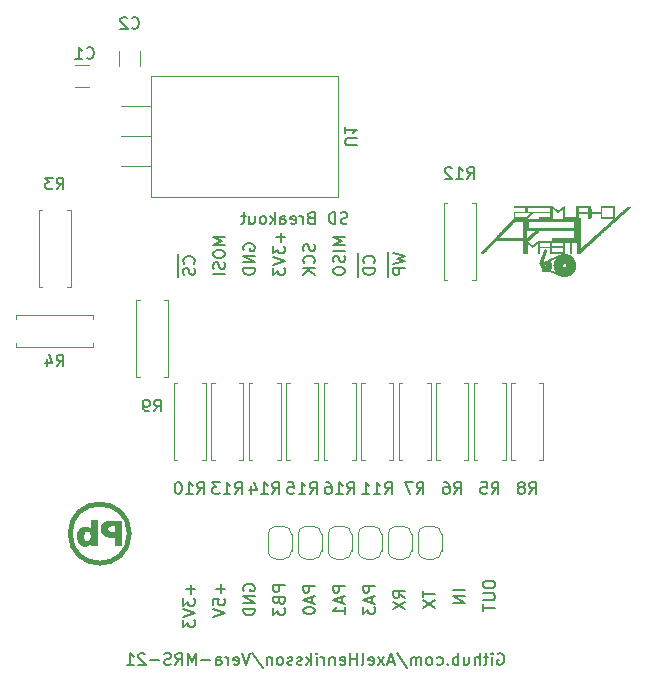
<source format=gbo>
G04 #@! TF.GenerationSoftware,KiCad,Pcbnew,(5.1.10)-1*
G04 #@! TF.CreationDate,2021-09-02T16:04:07+02:00*
G04 #@! TF.ProjectId,Motorrumsstyrning,4d6f746f-7272-4756-9d73-737479726e69,rev?*
G04 #@! TF.SameCoordinates,Original*
G04 #@! TF.FileFunction,Legend,Bot*
G04 #@! TF.FilePolarity,Positive*
%FSLAX46Y46*%
G04 Gerber Fmt 4.6, Leading zero omitted, Abs format (unit mm)*
G04 Created by KiCad (PCBNEW (5.1.10)-1) date 2021-09-02 16:04:07*
%MOMM*%
%LPD*%
G01*
G04 APERTURE LIST*
%ADD10C,0.150000*%
%ADD11C,0.200000*%
%ADD12C,0.120000*%
%ADD13C,0.400000*%
%ADD14C,0.010000*%
%ADD15O,2.102000X2.007000*%
%ADD16C,1.752000*%
%ADD17C,2.302000*%
%ADD18C,1.632000*%
%ADD19O,1.802000X1.802000*%
%ADD20C,1.802000*%
%ADD21C,0.100000*%
%ADD22O,1.702000X1.702000*%
%ADD23C,1.702000*%
%ADD24O,1.152000X1.602000*%
%ADD25C,7.102000*%
G04 APERTURE END LIST*
D10*
X142311428Y-116094095D02*
X142311428Y-116856000D01*
X142692380Y-116475047D02*
X141930476Y-116475047D01*
X141692380Y-117236952D02*
X141692380Y-117856000D01*
X142073333Y-117522666D01*
X142073333Y-117665523D01*
X142120952Y-117760761D01*
X142168571Y-117808380D01*
X142263809Y-117856000D01*
X142501904Y-117856000D01*
X142597142Y-117808380D01*
X142644761Y-117760761D01*
X142692380Y-117665523D01*
X142692380Y-117379809D01*
X142644761Y-117284571D01*
X142597142Y-117236952D01*
X141692380Y-118141714D02*
X142692380Y-118475047D01*
X141692380Y-118808380D01*
X141692380Y-119046476D02*
X141692380Y-119665523D01*
X142073333Y-119332190D01*
X142073333Y-119475047D01*
X142120952Y-119570285D01*
X142168571Y-119617904D01*
X142263809Y-119665523D01*
X142501904Y-119665523D01*
X142597142Y-119617904D01*
X142644761Y-119570285D01*
X142692380Y-119475047D01*
X142692380Y-119189333D01*
X142644761Y-119094095D01*
X142597142Y-119046476D01*
X168312761Y-121928000D02*
X168408000Y-121880380D01*
X168550857Y-121880380D01*
X168693714Y-121928000D01*
X168788952Y-122023238D01*
X168836571Y-122118476D01*
X168884190Y-122308952D01*
X168884190Y-122451809D01*
X168836571Y-122642285D01*
X168788952Y-122737523D01*
X168693714Y-122832761D01*
X168550857Y-122880380D01*
X168455619Y-122880380D01*
X168312761Y-122832761D01*
X168265142Y-122785142D01*
X168265142Y-122451809D01*
X168455619Y-122451809D01*
X167836571Y-122880380D02*
X167836571Y-122213714D01*
X167836571Y-121880380D02*
X167884190Y-121928000D01*
X167836571Y-121975619D01*
X167788952Y-121928000D01*
X167836571Y-121880380D01*
X167836571Y-121975619D01*
X167503238Y-122213714D02*
X167122285Y-122213714D01*
X167360380Y-121880380D02*
X167360380Y-122737523D01*
X167312761Y-122832761D01*
X167217523Y-122880380D01*
X167122285Y-122880380D01*
X166788952Y-122880380D02*
X166788952Y-121880380D01*
X166360380Y-122880380D02*
X166360380Y-122356571D01*
X166408000Y-122261333D01*
X166503238Y-122213714D01*
X166646095Y-122213714D01*
X166741333Y-122261333D01*
X166788952Y-122308952D01*
X165455619Y-122213714D02*
X165455619Y-122880380D01*
X165884190Y-122213714D02*
X165884190Y-122737523D01*
X165836571Y-122832761D01*
X165741333Y-122880380D01*
X165598476Y-122880380D01*
X165503238Y-122832761D01*
X165455619Y-122785142D01*
X164979428Y-122880380D02*
X164979428Y-121880380D01*
X164979428Y-122261333D02*
X164884190Y-122213714D01*
X164693714Y-122213714D01*
X164598476Y-122261333D01*
X164550857Y-122308952D01*
X164503238Y-122404190D01*
X164503238Y-122689904D01*
X164550857Y-122785142D01*
X164598476Y-122832761D01*
X164693714Y-122880380D01*
X164884190Y-122880380D01*
X164979428Y-122832761D01*
X164074666Y-122785142D02*
X164027047Y-122832761D01*
X164074666Y-122880380D01*
X164122285Y-122832761D01*
X164074666Y-122785142D01*
X164074666Y-122880380D01*
X163169904Y-122832761D02*
X163265142Y-122880380D01*
X163455619Y-122880380D01*
X163550857Y-122832761D01*
X163598476Y-122785142D01*
X163646095Y-122689904D01*
X163646095Y-122404190D01*
X163598476Y-122308952D01*
X163550857Y-122261333D01*
X163455619Y-122213714D01*
X163265142Y-122213714D01*
X163169904Y-122261333D01*
X162598476Y-122880380D02*
X162693714Y-122832761D01*
X162741333Y-122785142D01*
X162788952Y-122689904D01*
X162788952Y-122404190D01*
X162741333Y-122308952D01*
X162693714Y-122261333D01*
X162598476Y-122213714D01*
X162455619Y-122213714D01*
X162360380Y-122261333D01*
X162312761Y-122308952D01*
X162265142Y-122404190D01*
X162265142Y-122689904D01*
X162312761Y-122785142D01*
X162360380Y-122832761D01*
X162455619Y-122880380D01*
X162598476Y-122880380D01*
X161836571Y-122880380D02*
X161836571Y-122213714D01*
X161836571Y-122308952D02*
X161788952Y-122261333D01*
X161693714Y-122213714D01*
X161550857Y-122213714D01*
X161455619Y-122261333D01*
X161408000Y-122356571D01*
X161408000Y-122880380D01*
X161408000Y-122356571D02*
X161360380Y-122261333D01*
X161265142Y-122213714D01*
X161122285Y-122213714D01*
X161027047Y-122261333D01*
X160979428Y-122356571D01*
X160979428Y-122880380D01*
X159788952Y-121832761D02*
X160646095Y-123118476D01*
X159503238Y-122594666D02*
X159027047Y-122594666D01*
X159598476Y-122880380D02*
X159265142Y-121880380D01*
X158931809Y-122880380D01*
X158693714Y-122880380D02*
X158169904Y-122213714D01*
X158693714Y-122213714D02*
X158169904Y-122880380D01*
X157408000Y-122832761D02*
X157503238Y-122880380D01*
X157693714Y-122880380D01*
X157788952Y-122832761D01*
X157836571Y-122737523D01*
X157836571Y-122356571D01*
X157788952Y-122261333D01*
X157693714Y-122213714D01*
X157503238Y-122213714D01*
X157408000Y-122261333D01*
X157360380Y-122356571D01*
X157360380Y-122451809D01*
X157836571Y-122547047D01*
X156788952Y-122880380D02*
X156884190Y-122832761D01*
X156931809Y-122737523D01*
X156931809Y-121880380D01*
X156408000Y-122880380D02*
X156408000Y-121880380D01*
X156408000Y-122356571D02*
X155836571Y-122356571D01*
X155836571Y-122880380D02*
X155836571Y-121880380D01*
X154979428Y-122832761D02*
X155074666Y-122880380D01*
X155265142Y-122880380D01*
X155360380Y-122832761D01*
X155408000Y-122737523D01*
X155408000Y-122356571D01*
X155360380Y-122261333D01*
X155265142Y-122213714D01*
X155074666Y-122213714D01*
X154979428Y-122261333D01*
X154931809Y-122356571D01*
X154931809Y-122451809D01*
X155408000Y-122547047D01*
X154503238Y-122213714D02*
X154503238Y-122880380D01*
X154503238Y-122308952D02*
X154455619Y-122261333D01*
X154360380Y-122213714D01*
X154217523Y-122213714D01*
X154122285Y-122261333D01*
X154074666Y-122356571D01*
X154074666Y-122880380D01*
X153598476Y-122880380D02*
X153598476Y-122213714D01*
X153598476Y-122404190D02*
X153550857Y-122308952D01*
X153503238Y-122261333D01*
X153408000Y-122213714D01*
X153312761Y-122213714D01*
X152979428Y-122880380D02*
X152979428Y-122213714D01*
X152979428Y-121880380D02*
X153027047Y-121928000D01*
X152979428Y-121975619D01*
X152931809Y-121928000D01*
X152979428Y-121880380D01*
X152979428Y-121975619D01*
X152503238Y-122880380D02*
X152503238Y-121880380D01*
X152408000Y-122499428D02*
X152122285Y-122880380D01*
X152122285Y-122213714D02*
X152503238Y-122594666D01*
X151741333Y-122832761D02*
X151646095Y-122880380D01*
X151455619Y-122880380D01*
X151360380Y-122832761D01*
X151312761Y-122737523D01*
X151312761Y-122689904D01*
X151360380Y-122594666D01*
X151455619Y-122547047D01*
X151598476Y-122547047D01*
X151693714Y-122499428D01*
X151741333Y-122404190D01*
X151741333Y-122356571D01*
X151693714Y-122261333D01*
X151598476Y-122213714D01*
X151455619Y-122213714D01*
X151360380Y-122261333D01*
X150931809Y-122832761D02*
X150836571Y-122880380D01*
X150646095Y-122880380D01*
X150550857Y-122832761D01*
X150503238Y-122737523D01*
X150503238Y-122689904D01*
X150550857Y-122594666D01*
X150646095Y-122547047D01*
X150788952Y-122547047D01*
X150884190Y-122499428D01*
X150931809Y-122404190D01*
X150931809Y-122356571D01*
X150884190Y-122261333D01*
X150788952Y-122213714D01*
X150646095Y-122213714D01*
X150550857Y-122261333D01*
X149931809Y-122880380D02*
X150027047Y-122832761D01*
X150074666Y-122785142D01*
X150122285Y-122689904D01*
X150122285Y-122404190D01*
X150074666Y-122308952D01*
X150027047Y-122261333D01*
X149931809Y-122213714D01*
X149788952Y-122213714D01*
X149693714Y-122261333D01*
X149646095Y-122308952D01*
X149598476Y-122404190D01*
X149598476Y-122689904D01*
X149646095Y-122785142D01*
X149693714Y-122832761D01*
X149788952Y-122880380D01*
X149931809Y-122880380D01*
X149169904Y-122213714D02*
X149169904Y-122880380D01*
X149169904Y-122308952D02*
X149122285Y-122261333D01*
X149027047Y-122213714D01*
X148884190Y-122213714D01*
X148788952Y-122261333D01*
X148741333Y-122356571D01*
X148741333Y-122880380D01*
X147550857Y-121832761D02*
X148408000Y-123118476D01*
X147360380Y-121880380D02*
X147027047Y-122880380D01*
X146693714Y-121880380D01*
X145979428Y-122832761D02*
X146074666Y-122880380D01*
X146265142Y-122880380D01*
X146360380Y-122832761D01*
X146408000Y-122737523D01*
X146408000Y-122356571D01*
X146360380Y-122261333D01*
X146265142Y-122213714D01*
X146074666Y-122213714D01*
X145979428Y-122261333D01*
X145931809Y-122356571D01*
X145931809Y-122451809D01*
X146408000Y-122547047D01*
X145503238Y-122880380D02*
X145503238Y-122213714D01*
X145503238Y-122404190D02*
X145455619Y-122308952D01*
X145408000Y-122261333D01*
X145312761Y-122213714D01*
X145217523Y-122213714D01*
X144455619Y-122880380D02*
X144455619Y-122356571D01*
X144503238Y-122261333D01*
X144598476Y-122213714D01*
X144788952Y-122213714D01*
X144884190Y-122261333D01*
X144455619Y-122832761D02*
X144550857Y-122880380D01*
X144788952Y-122880380D01*
X144884190Y-122832761D01*
X144931809Y-122737523D01*
X144931809Y-122642285D01*
X144884190Y-122547047D01*
X144788952Y-122499428D01*
X144550857Y-122499428D01*
X144455619Y-122451809D01*
X143979428Y-122499428D02*
X143217523Y-122499428D01*
X142741333Y-122880380D02*
X142741333Y-121880380D01*
X142408000Y-122594666D01*
X142074666Y-121880380D01*
X142074666Y-122880380D01*
X141027047Y-122880380D02*
X141360380Y-122404190D01*
X141598476Y-122880380D02*
X141598476Y-121880380D01*
X141217523Y-121880380D01*
X141122285Y-121928000D01*
X141074666Y-121975619D01*
X141027047Y-122070857D01*
X141027047Y-122213714D01*
X141074666Y-122308952D01*
X141122285Y-122356571D01*
X141217523Y-122404190D01*
X141598476Y-122404190D01*
X140646095Y-122832761D02*
X140503238Y-122880380D01*
X140265142Y-122880380D01*
X140169904Y-122832761D01*
X140122285Y-122785142D01*
X140074666Y-122689904D01*
X140074666Y-122594666D01*
X140122285Y-122499428D01*
X140169904Y-122451809D01*
X140265142Y-122404190D01*
X140455619Y-122356571D01*
X140550857Y-122308952D01*
X140598476Y-122261333D01*
X140646095Y-122166095D01*
X140646095Y-122070857D01*
X140598476Y-121975619D01*
X140550857Y-121928000D01*
X140455619Y-121880380D01*
X140217523Y-121880380D01*
X140074666Y-121928000D01*
X139646095Y-122499428D02*
X138884190Y-122499428D01*
X138455619Y-121975619D02*
X138408000Y-121928000D01*
X138312761Y-121880380D01*
X138074666Y-121880380D01*
X137979428Y-121928000D01*
X137931809Y-121975619D01*
X137884190Y-122070857D01*
X137884190Y-122166095D01*
X137931809Y-122308952D01*
X138503238Y-122880380D01*
X137884190Y-122880380D01*
X136931809Y-122880380D02*
X137503238Y-122880380D01*
X137217523Y-122880380D02*
X137217523Y-121880380D01*
X137312761Y-122023238D01*
X137408000Y-122118476D01*
X137503238Y-122166095D01*
X144851428Y-116062285D02*
X144851428Y-116824190D01*
X145232380Y-116443238D02*
X144470476Y-116443238D01*
X144232380Y-117776571D02*
X144232380Y-117300380D01*
X144708571Y-117252761D01*
X144660952Y-117300380D01*
X144613333Y-117395619D01*
X144613333Y-117633714D01*
X144660952Y-117728952D01*
X144708571Y-117776571D01*
X144803809Y-117824190D01*
X145041904Y-117824190D01*
X145137142Y-117776571D01*
X145184761Y-117728952D01*
X145232380Y-117633714D01*
X145232380Y-117395619D01*
X145184761Y-117300380D01*
X145137142Y-117252761D01*
X144232380Y-118109904D02*
X145232380Y-118443238D01*
X144232380Y-118776571D01*
X146820000Y-116586095D02*
X146772380Y-116490857D01*
X146772380Y-116348000D01*
X146820000Y-116205142D01*
X146915238Y-116109904D01*
X147010476Y-116062285D01*
X147200952Y-116014666D01*
X147343809Y-116014666D01*
X147534285Y-116062285D01*
X147629523Y-116109904D01*
X147724761Y-116205142D01*
X147772380Y-116348000D01*
X147772380Y-116443238D01*
X147724761Y-116586095D01*
X147677142Y-116633714D01*
X147343809Y-116633714D01*
X147343809Y-116443238D01*
X147772380Y-117062285D02*
X146772380Y-117062285D01*
X147772380Y-117633714D01*
X146772380Y-117633714D01*
X147772380Y-118109904D02*
X146772380Y-118109904D01*
X146772380Y-118348000D01*
X146820000Y-118490857D01*
X146915238Y-118586095D01*
X147010476Y-118633714D01*
X147200952Y-118681333D01*
X147343809Y-118681333D01*
X147534285Y-118633714D01*
X147629523Y-118586095D01*
X147724761Y-118490857D01*
X147772380Y-118348000D01*
X147772380Y-118109904D01*
X150312380Y-116109904D02*
X149312380Y-116109904D01*
X149312380Y-116490857D01*
X149360000Y-116586095D01*
X149407619Y-116633714D01*
X149502857Y-116681333D01*
X149645714Y-116681333D01*
X149740952Y-116633714D01*
X149788571Y-116586095D01*
X149836190Y-116490857D01*
X149836190Y-116109904D01*
X149788571Y-117443238D02*
X149836190Y-117586095D01*
X149883809Y-117633714D01*
X149979047Y-117681333D01*
X150121904Y-117681333D01*
X150217142Y-117633714D01*
X150264761Y-117586095D01*
X150312380Y-117490857D01*
X150312380Y-117109904D01*
X149312380Y-117109904D01*
X149312380Y-117443238D01*
X149360000Y-117538476D01*
X149407619Y-117586095D01*
X149502857Y-117633714D01*
X149598095Y-117633714D01*
X149693333Y-117586095D01*
X149740952Y-117538476D01*
X149788571Y-117443238D01*
X149788571Y-117109904D01*
X149312380Y-118014666D02*
X149312380Y-118633714D01*
X149693333Y-118300380D01*
X149693333Y-118443238D01*
X149740952Y-118538476D01*
X149788571Y-118586095D01*
X149883809Y-118633714D01*
X150121904Y-118633714D01*
X150217142Y-118586095D01*
X150264761Y-118538476D01*
X150312380Y-118443238D01*
X150312380Y-118157523D01*
X150264761Y-118062285D01*
X150217142Y-118014666D01*
X152852380Y-116181333D02*
X151852380Y-116181333D01*
X151852380Y-116562285D01*
X151900000Y-116657523D01*
X151947619Y-116705142D01*
X152042857Y-116752761D01*
X152185714Y-116752761D01*
X152280952Y-116705142D01*
X152328571Y-116657523D01*
X152376190Y-116562285D01*
X152376190Y-116181333D01*
X152566666Y-117133714D02*
X152566666Y-117609904D01*
X152852380Y-117038476D02*
X151852380Y-117371809D01*
X152852380Y-117705142D01*
X151852380Y-118228952D02*
X151852380Y-118324190D01*
X151900000Y-118419428D01*
X151947619Y-118467047D01*
X152042857Y-118514666D01*
X152233333Y-118562285D01*
X152471428Y-118562285D01*
X152661904Y-118514666D01*
X152757142Y-118467047D01*
X152804761Y-118419428D01*
X152852380Y-118324190D01*
X152852380Y-118228952D01*
X152804761Y-118133714D01*
X152757142Y-118086095D01*
X152661904Y-118038476D01*
X152471428Y-117990857D01*
X152233333Y-117990857D01*
X152042857Y-118038476D01*
X151947619Y-118086095D01*
X151900000Y-118133714D01*
X151852380Y-118228952D01*
X155392380Y-116181333D02*
X154392380Y-116181333D01*
X154392380Y-116562285D01*
X154440000Y-116657523D01*
X154487619Y-116705142D01*
X154582857Y-116752761D01*
X154725714Y-116752761D01*
X154820952Y-116705142D01*
X154868571Y-116657523D01*
X154916190Y-116562285D01*
X154916190Y-116181333D01*
X155106666Y-117133714D02*
X155106666Y-117609904D01*
X155392380Y-117038476D02*
X154392380Y-117371809D01*
X155392380Y-117705142D01*
X155392380Y-118562285D02*
X155392380Y-117990857D01*
X155392380Y-118276571D02*
X154392380Y-118276571D01*
X154535238Y-118181333D01*
X154630476Y-118086095D01*
X154678095Y-117990857D01*
X157932380Y-116181333D02*
X156932380Y-116181333D01*
X156932380Y-116562285D01*
X156980000Y-116657523D01*
X157027619Y-116705142D01*
X157122857Y-116752761D01*
X157265714Y-116752761D01*
X157360952Y-116705142D01*
X157408571Y-116657523D01*
X157456190Y-116562285D01*
X157456190Y-116181333D01*
X157646666Y-117133714D02*
X157646666Y-117609904D01*
X157932380Y-117038476D02*
X156932380Y-117371809D01*
X157932380Y-117705142D01*
X156932380Y-117943238D02*
X156932380Y-118562285D01*
X157313333Y-118228952D01*
X157313333Y-118371809D01*
X157360952Y-118467047D01*
X157408571Y-118514666D01*
X157503809Y-118562285D01*
X157741904Y-118562285D01*
X157837142Y-118514666D01*
X157884761Y-118467047D01*
X157932380Y-118371809D01*
X157932380Y-118086095D01*
X157884761Y-117990857D01*
X157837142Y-117943238D01*
X160472380Y-117181333D02*
X159996190Y-116848000D01*
X160472380Y-116609904D02*
X159472380Y-116609904D01*
X159472380Y-116990857D01*
X159520000Y-117086095D01*
X159567619Y-117133714D01*
X159662857Y-117181333D01*
X159805714Y-117181333D01*
X159900952Y-117133714D01*
X159948571Y-117086095D01*
X159996190Y-116990857D01*
X159996190Y-116609904D01*
X159472380Y-117514666D02*
X160472380Y-118181333D01*
X159472380Y-118181333D02*
X160472380Y-117514666D01*
X162012380Y-116586095D02*
X162012380Y-117157523D01*
X163012380Y-116871809D02*
X162012380Y-116871809D01*
X162012380Y-117395619D02*
X163012380Y-118062285D01*
X162012380Y-118062285D02*
X163012380Y-117395619D01*
X155582380Y-85494761D02*
X155439523Y-85542380D01*
X155201428Y-85542380D01*
X155106190Y-85494761D01*
X155058571Y-85447142D01*
X155010952Y-85351904D01*
X155010952Y-85256666D01*
X155058571Y-85161428D01*
X155106190Y-85113809D01*
X155201428Y-85066190D01*
X155391904Y-85018571D01*
X155487142Y-84970952D01*
X155534761Y-84923333D01*
X155582380Y-84828095D01*
X155582380Y-84732857D01*
X155534761Y-84637619D01*
X155487142Y-84590000D01*
X155391904Y-84542380D01*
X155153809Y-84542380D01*
X155010952Y-84590000D01*
X154582380Y-85542380D02*
X154582380Y-84542380D01*
X154344285Y-84542380D01*
X154201428Y-84590000D01*
X154106190Y-84685238D01*
X154058571Y-84780476D01*
X154010952Y-84970952D01*
X154010952Y-85113809D01*
X154058571Y-85304285D01*
X154106190Y-85399523D01*
X154201428Y-85494761D01*
X154344285Y-85542380D01*
X154582380Y-85542380D01*
X152487142Y-85018571D02*
X152344285Y-85066190D01*
X152296666Y-85113809D01*
X152249047Y-85209047D01*
X152249047Y-85351904D01*
X152296666Y-85447142D01*
X152344285Y-85494761D01*
X152439523Y-85542380D01*
X152820476Y-85542380D01*
X152820476Y-84542380D01*
X152487142Y-84542380D01*
X152391904Y-84590000D01*
X152344285Y-84637619D01*
X152296666Y-84732857D01*
X152296666Y-84828095D01*
X152344285Y-84923333D01*
X152391904Y-84970952D01*
X152487142Y-85018571D01*
X152820476Y-85018571D01*
X151820476Y-85542380D02*
X151820476Y-84875714D01*
X151820476Y-85066190D02*
X151772857Y-84970952D01*
X151725238Y-84923333D01*
X151630000Y-84875714D01*
X151534761Y-84875714D01*
X150820476Y-85494761D02*
X150915714Y-85542380D01*
X151106190Y-85542380D01*
X151201428Y-85494761D01*
X151249047Y-85399523D01*
X151249047Y-85018571D01*
X151201428Y-84923333D01*
X151106190Y-84875714D01*
X150915714Y-84875714D01*
X150820476Y-84923333D01*
X150772857Y-85018571D01*
X150772857Y-85113809D01*
X151249047Y-85209047D01*
X149915714Y-85542380D02*
X149915714Y-85018571D01*
X149963333Y-84923333D01*
X150058571Y-84875714D01*
X150249047Y-84875714D01*
X150344285Y-84923333D01*
X149915714Y-85494761D02*
X150010952Y-85542380D01*
X150249047Y-85542380D01*
X150344285Y-85494761D01*
X150391904Y-85399523D01*
X150391904Y-85304285D01*
X150344285Y-85209047D01*
X150249047Y-85161428D01*
X150010952Y-85161428D01*
X149915714Y-85113809D01*
X149439523Y-85542380D02*
X149439523Y-84542380D01*
X149344285Y-85161428D02*
X149058571Y-85542380D01*
X149058571Y-84875714D02*
X149439523Y-85256666D01*
X148487142Y-85542380D02*
X148582380Y-85494761D01*
X148630000Y-85447142D01*
X148677619Y-85351904D01*
X148677619Y-85066190D01*
X148630000Y-84970952D01*
X148582380Y-84923333D01*
X148487142Y-84875714D01*
X148344285Y-84875714D01*
X148249047Y-84923333D01*
X148201428Y-84970952D01*
X148153809Y-85066190D01*
X148153809Y-85351904D01*
X148201428Y-85447142D01*
X148249047Y-85494761D01*
X148344285Y-85542380D01*
X148487142Y-85542380D01*
X147296666Y-84875714D02*
X147296666Y-85542380D01*
X147725238Y-84875714D02*
X147725238Y-85399523D01*
X147677619Y-85494761D01*
X147582380Y-85542380D01*
X147439523Y-85542380D01*
X147344285Y-85494761D01*
X147296666Y-85447142D01*
X146963333Y-84875714D02*
X146582380Y-84875714D01*
X146820476Y-84542380D02*
X146820476Y-85399523D01*
X146772857Y-85494761D01*
X146677619Y-85542380D01*
X146582380Y-85542380D01*
D11*
X159040000Y-87897142D02*
X159040000Y-89040000D01*
X159472380Y-88040000D02*
X160472380Y-88278095D01*
X159758095Y-88468571D01*
X160472380Y-88659047D01*
X159472380Y-88897142D01*
X159040000Y-89040000D02*
X159040000Y-90040000D01*
X160472380Y-89278095D02*
X159472380Y-89278095D01*
X159472380Y-89659047D01*
X159520000Y-89754285D01*
X159567619Y-89801904D01*
X159662857Y-89849523D01*
X159805714Y-89849523D01*
X159900952Y-89801904D01*
X159948571Y-89754285D01*
X159996190Y-89659047D01*
X159996190Y-89278095D01*
X156500000Y-88040000D02*
X156500000Y-89040000D01*
X157837142Y-88849523D02*
X157884761Y-88801904D01*
X157932380Y-88659047D01*
X157932380Y-88563809D01*
X157884761Y-88420952D01*
X157789523Y-88325714D01*
X157694285Y-88278095D01*
X157503809Y-88230476D01*
X157360952Y-88230476D01*
X157170476Y-88278095D01*
X157075238Y-88325714D01*
X156980000Y-88420952D01*
X156932380Y-88563809D01*
X156932380Y-88659047D01*
X156980000Y-88801904D01*
X157027619Y-88849523D01*
X156500000Y-89040000D02*
X156500000Y-90040000D01*
X157932380Y-89278095D02*
X156932380Y-89278095D01*
X156932380Y-89516190D01*
X156980000Y-89659047D01*
X157075238Y-89754285D01*
X157170476Y-89801904D01*
X157360952Y-89849523D01*
X157503809Y-89849523D01*
X157694285Y-89801904D01*
X157789523Y-89754285D01*
X157884761Y-89659047D01*
X157932380Y-89516190D01*
X157932380Y-89278095D01*
X155392380Y-86659047D02*
X154392380Y-86659047D01*
X155106666Y-86992380D01*
X154392380Y-87325714D01*
X155392380Y-87325714D01*
X155392380Y-87801904D02*
X154392380Y-87801904D01*
X155344761Y-88230476D02*
X155392380Y-88373333D01*
X155392380Y-88611428D01*
X155344761Y-88706666D01*
X155297142Y-88754285D01*
X155201904Y-88801904D01*
X155106666Y-88801904D01*
X155011428Y-88754285D01*
X154963809Y-88706666D01*
X154916190Y-88611428D01*
X154868571Y-88420952D01*
X154820952Y-88325714D01*
X154773333Y-88278095D01*
X154678095Y-88230476D01*
X154582857Y-88230476D01*
X154487619Y-88278095D01*
X154440000Y-88325714D01*
X154392380Y-88420952D01*
X154392380Y-88659047D01*
X154440000Y-88801904D01*
X154392380Y-89420952D02*
X154392380Y-89611428D01*
X154440000Y-89706666D01*
X154535238Y-89801904D01*
X154725714Y-89849523D01*
X155059047Y-89849523D01*
X155249523Y-89801904D01*
X155344761Y-89706666D01*
X155392380Y-89611428D01*
X155392380Y-89420952D01*
X155344761Y-89325714D01*
X155249523Y-89230476D01*
X155059047Y-89182857D01*
X154725714Y-89182857D01*
X154535238Y-89230476D01*
X154440000Y-89325714D01*
X154392380Y-89420952D01*
X152804761Y-87278095D02*
X152852380Y-87420952D01*
X152852380Y-87659047D01*
X152804761Y-87754285D01*
X152757142Y-87801904D01*
X152661904Y-87849523D01*
X152566666Y-87849523D01*
X152471428Y-87801904D01*
X152423809Y-87754285D01*
X152376190Y-87659047D01*
X152328571Y-87468571D01*
X152280952Y-87373333D01*
X152233333Y-87325714D01*
X152138095Y-87278095D01*
X152042857Y-87278095D01*
X151947619Y-87325714D01*
X151900000Y-87373333D01*
X151852380Y-87468571D01*
X151852380Y-87706666D01*
X151900000Y-87849523D01*
X152757142Y-88849523D02*
X152804761Y-88801904D01*
X152852380Y-88659047D01*
X152852380Y-88563809D01*
X152804761Y-88420952D01*
X152709523Y-88325714D01*
X152614285Y-88278095D01*
X152423809Y-88230476D01*
X152280952Y-88230476D01*
X152090476Y-88278095D01*
X151995238Y-88325714D01*
X151900000Y-88420952D01*
X151852380Y-88563809D01*
X151852380Y-88659047D01*
X151900000Y-88801904D01*
X151947619Y-88849523D01*
X152852380Y-89278095D02*
X151852380Y-89278095D01*
X152852380Y-89849523D02*
X152280952Y-89420952D01*
X151852380Y-89849523D02*
X152423809Y-89278095D01*
X149931428Y-86278095D02*
X149931428Y-87040000D01*
X150312380Y-86659047D02*
X149550476Y-86659047D01*
X149312380Y-87420952D02*
X149312380Y-88040000D01*
X149693333Y-87706666D01*
X149693333Y-87849523D01*
X149740952Y-87944761D01*
X149788571Y-87992380D01*
X149883809Y-88040000D01*
X150121904Y-88040000D01*
X150217142Y-87992380D01*
X150264761Y-87944761D01*
X150312380Y-87849523D01*
X150312380Y-87563809D01*
X150264761Y-87468571D01*
X150217142Y-87420952D01*
X149312380Y-88325714D02*
X150312380Y-88659047D01*
X149312380Y-88992380D01*
X149312380Y-89230476D02*
X149312380Y-89849523D01*
X149693333Y-89516190D01*
X149693333Y-89659047D01*
X149740952Y-89754285D01*
X149788571Y-89801904D01*
X149883809Y-89849523D01*
X150121904Y-89849523D01*
X150217142Y-89801904D01*
X150264761Y-89754285D01*
X150312380Y-89659047D01*
X150312380Y-89373333D01*
X150264761Y-89278095D01*
X150217142Y-89230476D01*
X146820000Y-87754285D02*
X146772380Y-87659047D01*
X146772380Y-87516190D01*
X146820000Y-87373333D01*
X146915238Y-87278095D01*
X147010476Y-87230476D01*
X147200952Y-87182857D01*
X147343809Y-87182857D01*
X147534285Y-87230476D01*
X147629523Y-87278095D01*
X147724761Y-87373333D01*
X147772380Y-87516190D01*
X147772380Y-87611428D01*
X147724761Y-87754285D01*
X147677142Y-87801904D01*
X147343809Y-87801904D01*
X147343809Y-87611428D01*
X147772380Y-88230476D02*
X146772380Y-88230476D01*
X147772380Y-88801904D01*
X146772380Y-88801904D01*
X147772380Y-89278095D02*
X146772380Y-89278095D01*
X146772380Y-89516190D01*
X146820000Y-89659047D01*
X146915238Y-89754285D01*
X147010476Y-89801904D01*
X147200952Y-89849523D01*
X147343809Y-89849523D01*
X147534285Y-89801904D01*
X147629523Y-89754285D01*
X147724761Y-89659047D01*
X147772380Y-89516190D01*
X147772380Y-89278095D01*
D10*
X167092380Y-115967000D02*
X167092380Y-116157476D01*
X167140000Y-116252714D01*
X167235238Y-116347952D01*
X167425714Y-116395571D01*
X167759047Y-116395571D01*
X167949523Y-116347952D01*
X168044761Y-116252714D01*
X168092380Y-116157476D01*
X168092380Y-115967000D01*
X168044761Y-115871761D01*
X167949523Y-115776523D01*
X167759047Y-115728904D01*
X167425714Y-115728904D01*
X167235238Y-115776523D01*
X167140000Y-115871761D01*
X167092380Y-115967000D01*
X167092380Y-116824142D02*
X167901904Y-116824142D01*
X167997142Y-116871761D01*
X168044761Y-116919380D01*
X168092380Y-117014619D01*
X168092380Y-117205095D01*
X168044761Y-117300333D01*
X167997142Y-117347952D01*
X167901904Y-117395571D01*
X167092380Y-117395571D01*
X167092380Y-117728904D02*
X167092380Y-118300333D01*
X168092380Y-118014619D02*
X167092380Y-118014619D01*
X165552380Y-116570190D02*
X164552380Y-116570190D01*
X165552380Y-117046380D02*
X164552380Y-117046380D01*
X165552380Y-117617809D01*
X164552380Y-117617809D01*
D11*
X141260000Y-88087619D02*
X141260000Y-89087619D01*
X142597142Y-88897142D02*
X142644761Y-88849523D01*
X142692380Y-88706666D01*
X142692380Y-88611428D01*
X142644761Y-88468571D01*
X142549523Y-88373333D01*
X142454285Y-88325714D01*
X142263809Y-88278095D01*
X142120952Y-88278095D01*
X141930476Y-88325714D01*
X141835238Y-88373333D01*
X141740000Y-88468571D01*
X141692380Y-88611428D01*
X141692380Y-88706666D01*
X141740000Y-88849523D01*
X141787619Y-88897142D01*
X141260000Y-89087619D02*
X141260000Y-90040000D01*
X142644761Y-89278095D02*
X142692380Y-89420952D01*
X142692380Y-89659047D01*
X142644761Y-89754285D01*
X142597142Y-89801904D01*
X142501904Y-89849523D01*
X142406666Y-89849523D01*
X142311428Y-89801904D01*
X142263809Y-89754285D01*
X142216190Y-89659047D01*
X142168571Y-89468571D01*
X142120952Y-89373333D01*
X142073333Y-89325714D01*
X141978095Y-89278095D01*
X141882857Y-89278095D01*
X141787619Y-89325714D01*
X141740000Y-89373333D01*
X141692380Y-89468571D01*
X141692380Y-89706666D01*
X141740000Y-89849523D01*
X145232380Y-86659047D02*
X144232380Y-86659047D01*
X144946666Y-86992380D01*
X144232380Y-87325714D01*
X145232380Y-87325714D01*
X144232380Y-87992380D02*
X144232380Y-88182857D01*
X144280000Y-88278095D01*
X144375238Y-88373333D01*
X144565714Y-88420952D01*
X144899047Y-88420952D01*
X145089523Y-88373333D01*
X145184761Y-88278095D01*
X145232380Y-88182857D01*
X145232380Y-87992380D01*
X145184761Y-87897142D01*
X145089523Y-87801904D01*
X144899047Y-87754285D01*
X144565714Y-87754285D01*
X144375238Y-87801904D01*
X144280000Y-87897142D01*
X144232380Y-87992380D01*
X145184761Y-88801904D02*
X145232380Y-88944761D01*
X145232380Y-89182857D01*
X145184761Y-89278095D01*
X145137142Y-89325714D01*
X145041904Y-89373333D01*
X144946666Y-89373333D01*
X144851428Y-89325714D01*
X144803809Y-89278095D01*
X144756190Y-89182857D01*
X144708571Y-88992380D01*
X144660952Y-88897142D01*
X144613333Y-88849523D01*
X144518095Y-88801904D01*
X144422857Y-88801904D01*
X144327619Y-88849523D01*
X144280000Y-88897142D01*
X144232380Y-88992380D01*
X144232380Y-89230476D01*
X144280000Y-89373333D01*
X145232380Y-89801904D02*
X144232380Y-89801904D01*
D12*
X138945000Y-75565000D02*
X136405000Y-75565000D01*
X138945000Y-78105000D02*
X136405000Y-78105000D01*
X138945000Y-80645000D02*
X136405000Y-80645000D01*
X154835000Y-72985000D02*
X138945000Y-72985000D01*
X154835000Y-83225000D02*
X138945000Y-83225000D01*
X154835000Y-83225000D02*
X154835000Y-72985000D01*
X138945000Y-83225000D02*
X138945000Y-72985000D01*
D13*
X137121999Y-111760000D02*
G75*
G03*
X137121999Y-111760000I-2501999J0D01*
G01*
D14*
G36*
X133858000Y-111394455D02*
G01*
X133784788Y-111321243D01*
X133719998Y-111266255D01*
X133645836Y-111218049D01*
X133618983Y-111204154D01*
X133578584Y-111185744D01*
X133544615Y-111173361D01*
X133509779Y-111165813D01*
X133466782Y-111161912D01*
X133408329Y-111160466D01*
X133350000Y-111160277D01*
X133275012Y-111160682D01*
X133221140Y-111162647D01*
X133181282Y-111167298D01*
X133148335Y-111175762D01*
X133115196Y-111189164D01*
X133088945Y-111201665D01*
X132993235Y-111262863D01*
X132905162Y-111346988D01*
X132828314Y-111449038D01*
X132766281Y-111564009D01*
X132722654Y-111686897D01*
X132713657Y-111724722D01*
X132703776Y-111794012D01*
X132698068Y-111881483D01*
X132696532Y-111977402D01*
X132699169Y-112072037D01*
X132705978Y-112155656D01*
X132713657Y-112204500D01*
X132750800Y-112328231D01*
X132807205Y-112445571D01*
X132879298Y-112551545D01*
X132963508Y-112641180D01*
X133056260Y-112709500D01*
X133088945Y-112726912D01*
X133130714Y-112745573D01*
X133168614Y-112757852D01*
X133210996Y-112765304D01*
X133266211Y-112769487D01*
X133328834Y-112771618D01*
X133424847Y-112771507D01*
X133498221Y-112765869D01*
X133540500Y-112756948D01*
X133649508Y-112710512D01*
X133742969Y-112646368D01*
X133786659Y-112606109D01*
X133858000Y-112534767D01*
X133858000Y-112733666D01*
X134366000Y-112733666D01*
X134366000Y-111952363D01*
X133853333Y-111952363D01*
X133847890Y-112053314D01*
X133830897Y-112149591D01*
X133803726Y-112235104D01*
X133767750Y-112303759D01*
X133736053Y-112340317D01*
X133668315Y-112382246D01*
X133587245Y-112405688D01*
X133501693Y-112409608D01*
X133420506Y-112392971D01*
X133391787Y-112380610D01*
X133325836Y-112331276D01*
X133275880Y-112258825D01*
X133241996Y-112163444D01*
X133224262Y-112045321D01*
X133221404Y-111964611D01*
X133229298Y-111833014D01*
X133253054Y-111724678D01*
X133292782Y-111639446D01*
X133348592Y-111577161D01*
X133420593Y-111537667D01*
X133508897Y-111520807D01*
X133533445Y-111520111D01*
X133624469Y-111530542D01*
X133699366Y-111562412D01*
X133758948Y-111616583D01*
X133804024Y-111693919D01*
X133835404Y-111795282D01*
X133845855Y-111852830D01*
X133853333Y-111952363D01*
X134366000Y-111952363D01*
X134366000Y-110588777D01*
X133858000Y-110588777D01*
X133858000Y-111394455D01*
G37*
X133858000Y-111394455D02*
X133784788Y-111321243D01*
X133719998Y-111266255D01*
X133645836Y-111218049D01*
X133618983Y-111204154D01*
X133578584Y-111185744D01*
X133544615Y-111173361D01*
X133509779Y-111165813D01*
X133466782Y-111161912D01*
X133408329Y-111160466D01*
X133350000Y-111160277D01*
X133275012Y-111160682D01*
X133221140Y-111162647D01*
X133181282Y-111167298D01*
X133148335Y-111175762D01*
X133115196Y-111189164D01*
X133088945Y-111201665D01*
X132993235Y-111262863D01*
X132905162Y-111346988D01*
X132828314Y-111449038D01*
X132766281Y-111564009D01*
X132722654Y-111686897D01*
X132713657Y-111724722D01*
X132703776Y-111794012D01*
X132698068Y-111881483D01*
X132696532Y-111977402D01*
X132699169Y-112072037D01*
X132705978Y-112155656D01*
X132713657Y-112204500D01*
X132750800Y-112328231D01*
X132807205Y-112445571D01*
X132879298Y-112551545D01*
X132963508Y-112641180D01*
X133056260Y-112709500D01*
X133088945Y-112726912D01*
X133130714Y-112745573D01*
X133168614Y-112757852D01*
X133210996Y-112765304D01*
X133266211Y-112769487D01*
X133328834Y-112771618D01*
X133424847Y-112771507D01*
X133498221Y-112765869D01*
X133540500Y-112756948D01*
X133649508Y-112710512D01*
X133742969Y-112646368D01*
X133786659Y-112606109D01*
X133858000Y-112534767D01*
X133858000Y-112733666D01*
X134366000Y-112733666D01*
X134366000Y-111952363D01*
X133853333Y-111952363D01*
X133847890Y-112053314D01*
X133830897Y-112149591D01*
X133803726Y-112235104D01*
X133767750Y-112303759D01*
X133736053Y-112340317D01*
X133668315Y-112382246D01*
X133587245Y-112405688D01*
X133501693Y-112409608D01*
X133420506Y-112392971D01*
X133391787Y-112380610D01*
X133325836Y-112331276D01*
X133275880Y-112258825D01*
X133241996Y-112163444D01*
X133224262Y-112045321D01*
X133221404Y-111964611D01*
X133229298Y-111833014D01*
X133253054Y-111724678D01*
X133292782Y-111639446D01*
X133348592Y-111577161D01*
X133420593Y-111537667D01*
X133508897Y-111520807D01*
X133533445Y-111520111D01*
X133624469Y-111530542D01*
X133699366Y-111562412D01*
X133758948Y-111616583D01*
X133804024Y-111693919D01*
X133835404Y-111795282D01*
X133845855Y-111852830D01*
X133853333Y-111952363D01*
X134366000Y-111952363D01*
X134366000Y-110588777D01*
X133858000Y-110588777D01*
X133858000Y-111394455D01*
G36*
X135730718Y-110673552D02*
G01*
X135615361Y-110673966D01*
X135521817Y-110674823D01*
X135446878Y-110676257D01*
X135387342Y-110678406D01*
X135340001Y-110681404D01*
X135301652Y-110685388D01*
X135269090Y-110690493D01*
X135239109Y-110696856D01*
X135222588Y-110700933D01*
X135082710Y-110747393D01*
X134965964Y-110809686D01*
X134871626Y-110888566D01*
X134798974Y-110984788D01*
X134747282Y-111099107D01*
X134716414Y-111228445D01*
X134707236Y-111365201D01*
X134721794Y-111495987D01*
X134758624Y-111617579D01*
X134816259Y-111726752D01*
X134893233Y-111820281D01*
X134988080Y-111894942D01*
X135030149Y-111918527D01*
X135101039Y-111950725D01*
X135172780Y-111975245D01*
X135250588Y-111992956D01*
X135339682Y-112004727D01*
X135445277Y-112011427D01*
X135572591Y-112013927D01*
X135602980Y-112014000D01*
X135875889Y-112014000D01*
X135875889Y-112733666D01*
X136412111Y-112733666D01*
X136412111Y-111637188D01*
X135875889Y-111637188D01*
X135681346Y-111629486D01*
X135577970Y-111623670D01*
X135500603Y-111615317D01*
X135447126Y-111604166D01*
X135431391Y-111598632D01*
X135370526Y-111566955D01*
X135328450Y-111527344D01*
X135295743Y-111470922D01*
X135295651Y-111470722D01*
X135274517Y-111395940D01*
X135272070Y-111312976D01*
X135288307Y-111234797D01*
X135295651Y-111216722D01*
X135323387Y-111166829D01*
X135357576Y-111128654D01*
X135402259Y-111100532D01*
X135461475Y-111080802D01*
X135539265Y-111067800D01*
X135639668Y-111059864D01*
X135681346Y-111057957D01*
X135875889Y-111050256D01*
X135875889Y-111637188D01*
X136412111Y-111637188D01*
X136412111Y-110673444D01*
X135871091Y-110673444D01*
X135730718Y-110673552D01*
G37*
X135730718Y-110673552D02*
X135615361Y-110673966D01*
X135521817Y-110674823D01*
X135446878Y-110676257D01*
X135387342Y-110678406D01*
X135340001Y-110681404D01*
X135301652Y-110685388D01*
X135269090Y-110690493D01*
X135239109Y-110696856D01*
X135222588Y-110700933D01*
X135082710Y-110747393D01*
X134965964Y-110809686D01*
X134871626Y-110888566D01*
X134798974Y-110984788D01*
X134747282Y-111099107D01*
X134716414Y-111228445D01*
X134707236Y-111365201D01*
X134721794Y-111495987D01*
X134758624Y-111617579D01*
X134816259Y-111726752D01*
X134893233Y-111820281D01*
X134988080Y-111894942D01*
X135030149Y-111918527D01*
X135101039Y-111950725D01*
X135172780Y-111975245D01*
X135250588Y-111992956D01*
X135339682Y-112004727D01*
X135445277Y-112011427D01*
X135572591Y-112013927D01*
X135602980Y-112014000D01*
X135875889Y-112014000D01*
X135875889Y-112733666D01*
X136412111Y-112733666D01*
X136412111Y-111637188D01*
X135875889Y-111637188D01*
X135681346Y-111629486D01*
X135577970Y-111623670D01*
X135500603Y-111615317D01*
X135447126Y-111604166D01*
X135431391Y-111598632D01*
X135370526Y-111566955D01*
X135328450Y-111527344D01*
X135295743Y-111470922D01*
X135295651Y-111470722D01*
X135274517Y-111395940D01*
X135272070Y-111312976D01*
X135288307Y-111234797D01*
X135295651Y-111216722D01*
X135323387Y-111166829D01*
X135357576Y-111128654D01*
X135402259Y-111100532D01*
X135461475Y-111080802D01*
X135539265Y-111067800D01*
X135639668Y-111059864D01*
X135681346Y-111057957D01*
X135875889Y-111050256D01*
X135875889Y-111637188D01*
X136412111Y-111637188D01*
X136412111Y-110673444D01*
X135871091Y-110673444D01*
X135730718Y-110673552D01*
D12*
X136250000Y-70935436D02*
X136250000Y-72139564D01*
X138070000Y-70935436D02*
X138070000Y-72139564D01*
X132530436Y-73935000D02*
X133734564Y-73935000D01*
X132530436Y-72115000D02*
X133734564Y-72115000D01*
D14*
G36*
X175133488Y-84520722D02*
G01*
X175133110Y-84524398D01*
X175132788Y-84529856D01*
X175132558Y-84536340D01*
X175132458Y-84542630D01*
X175132627Y-84551436D01*
X175133333Y-84558166D01*
X175134703Y-84563246D01*
X175136862Y-84567107D01*
X175139937Y-84570177D01*
X175140708Y-84570759D01*
X175142830Y-84571758D01*
X175146407Y-84572687D01*
X175151538Y-84573554D01*
X175158322Y-84574363D01*
X175166859Y-84575122D01*
X175177247Y-84575836D01*
X175189585Y-84576512D01*
X175203973Y-84577155D01*
X175220509Y-84577771D01*
X175239292Y-84578368D01*
X175260422Y-84578950D01*
X175282860Y-84579497D01*
X175293700Y-84579714D01*
X175306870Y-84579921D01*
X175322157Y-84580116D01*
X175339353Y-84580299D01*
X175358246Y-84580470D01*
X175378625Y-84580628D01*
X175400281Y-84580772D01*
X175423001Y-84580902D01*
X175446576Y-84581018D01*
X175470795Y-84581118D01*
X175495447Y-84581203D01*
X175520322Y-84581271D01*
X175545208Y-84581322D01*
X175569895Y-84581356D01*
X175594173Y-84581372D01*
X175617830Y-84581370D01*
X175640657Y-84581348D01*
X175662441Y-84581306D01*
X175682974Y-84581245D01*
X175702043Y-84581162D01*
X175719439Y-84581058D01*
X175734950Y-84580933D01*
X175748366Y-84580784D01*
X175751490Y-84580742D01*
X175778607Y-84580323D01*
X175804293Y-84579857D01*
X175828444Y-84579346D01*
X175850957Y-84578796D01*
X175871730Y-84578208D01*
X175890657Y-84577588D01*
X175907636Y-84576938D01*
X175922563Y-84576262D01*
X175935335Y-84575564D01*
X175945848Y-84574846D01*
X175953999Y-84574114D01*
X175958328Y-84573582D01*
X175964771Y-84571457D01*
X175969891Y-84567212D01*
X175973560Y-84560971D01*
X175974541Y-84558122D01*
X175975306Y-84555142D01*
X175975799Y-84552104D01*
X175976017Y-84548589D01*
X175975956Y-84544179D01*
X175975611Y-84538454D01*
X175974977Y-84530995D01*
X175974173Y-84522627D01*
X175973390Y-84514690D01*
X175134426Y-84514690D01*
X175133488Y-84520722D01*
G37*
X175133488Y-84520722D02*
X175133110Y-84524398D01*
X175132788Y-84529856D01*
X175132558Y-84536340D01*
X175132458Y-84542630D01*
X175132627Y-84551436D01*
X175133333Y-84558166D01*
X175134703Y-84563246D01*
X175136862Y-84567107D01*
X175139937Y-84570177D01*
X175140708Y-84570759D01*
X175142830Y-84571758D01*
X175146407Y-84572687D01*
X175151538Y-84573554D01*
X175158322Y-84574363D01*
X175166859Y-84575122D01*
X175177247Y-84575836D01*
X175189585Y-84576512D01*
X175203973Y-84577155D01*
X175220509Y-84577771D01*
X175239292Y-84578368D01*
X175260422Y-84578950D01*
X175282860Y-84579497D01*
X175293700Y-84579714D01*
X175306870Y-84579921D01*
X175322157Y-84580116D01*
X175339353Y-84580299D01*
X175358246Y-84580470D01*
X175378625Y-84580628D01*
X175400281Y-84580772D01*
X175423001Y-84580902D01*
X175446576Y-84581018D01*
X175470795Y-84581118D01*
X175495447Y-84581203D01*
X175520322Y-84581271D01*
X175545208Y-84581322D01*
X175569895Y-84581356D01*
X175594173Y-84581372D01*
X175617830Y-84581370D01*
X175640657Y-84581348D01*
X175662441Y-84581306D01*
X175682974Y-84581245D01*
X175702043Y-84581162D01*
X175719439Y-84581058D01*
X175734950Y-84580933D01*
X175748366Y-84580784D01*
X175751490Y-84580742D01*
X175778607Y-84580323D01*
X175804293Y-84579857D01*
X175828444Y-84579346D01*
X175850957Y-84578796D01*
X175871730Y-84578208D01*
X175890657Y-84577588D01*
X175907636Y-84576938D01*
X175922563Y-84576262D01*
X175935335Y-84575564D01*
X175945848Y-84574846D01*
X175953999Y-84574114D01*
X175958328Y-84573582D01*
X175964771Y-84571457D01*
X175969891Y-84567212D01*
X175973560Y-84560971D01*
X175974541Y-84558122D01*
X175975306Y-84555142D01*
X175975799Y-84552104D01*
X175976017Y-84548589D01*
X175975956Y-84544179D01*
X175975611Y-84538454D01*
X175974977Y-84530995D01*
X175974173Y-84522627D01*
X175973390Y-84514690D01*
X175134426Y-84514690D01*
X175133488Y-84520722D01*
G36*
X170108229Y-84048603D02*
G01*
X170062407Y-84048612D01*
X170019105Y-84048627D01*
X169978313Y-84048648D01*
X169940021Y-84048676D01*
X169904219Y-84048710D01*
X169870897Y-84048750D01*
X169840044Y-84048797D01*
X169811651Y-84048849D01*
X169785707Y-84048908D01*
X169762204Y-84048974D01*
X169741129Y-84049045D01*
X169722475Y-84049124D01*
X169706230Y-84049208D01*
X169692384Y-84049299D01*
X169680928Y-84049397D01*
X169671851Y-84049501D01*
X169665143Y-84049611D01*
X169660795Y-84049728D01*
X169658796Y-84049852D01*
X169658651Y-84049893D01*
X169658260Y-84051630D01*
X169657825Y-84055320D01*
X169657406Y-84060380D01*
X169657128Y-84064893D01*
X169656913Y-84073713D01*
X169657355Y-84080279D01*
X169658502Y-84084805D01*
X169660399Y-84087504D01*
X169662304Y-84088448D01*
X169665453Y-84088913D01*
X169671102Y-84089362D01*
X169679207Y-84089794D01*
X169689729Y-84090209D01*
X169702624Y-84090606D01*
X169717853Y-84090985D01*
X169735374Y-84091346D01*
X169755145Y-84091688D01*
X169777126Y-84092011D01*
X169801274Y-84092314D01*
X169827548Y-84092597D01*
X169855907Y-84092860D01*
X169886310Y-84093102D01*
X169918716Y-84093323D01*
X169953082Y-84093523D01*
X169989367Y-84093701D01*
X170027531Y-84093856D01*
X170067532Y-84093989D01*
X170109328Y-84094099D01*
X170152878Y-84094185D01*
X170198141Y-84094248D01*
X170245075Y-84094286D01*
X170290173Y-84094300D01*
X170600370Y-84094320D01*
X170600370Y-84510880D01*
X170579733Y-84510860D01*
X170573590Y-84510861D01*
X170565038Y-84510873D01*
X170554208Y-84510896D01*
X170541231Y-84510929D01*
X170526239Y-84510971D01*
X170509363Y-84511022D01*
X170490733Y-84511082D01*
X170470481Y-84511150D01*
X170448738Y-84511226D01*
X170425635Y-84511308D01*
X170401304Y-84511396D01*
X170375874Y-84511491D01*
X170349479Y-84511590D01*
X170322247Y-84511694D01*
X170294312Y-84511803D01*
X170265803Y-84511915D01*
X170236852Y-84512030D01*
X170207590Y-84512148D01*
X170178148Y-84512268D01*
X170148657Y-84512389D01*
X170119249Y-84512511D01*
X170090054Y-84512634D01*
X170061204Y-84512757D01*
X170032830Y-84512879D01*
X170005062Y-84512999D01*
X169978032Y-84513118D01*
X169951872Y-84513235D01*
X169926711Y-84513349D01*
X169902682Y-84513460D01*
X169879915Y-84513567D01*
X169858542Y-84513669D01*
X169838693Y-84513767D01*
X169820500Y-84513859D01*
X169804094Y-84513945D01*
X169789607Y-84514024D01*
X169777168Y-84514096D01*
X169766909Y-84514161D01*
X169758962Y-84514218D01*
X169758678Y-84514220D01*
X169659300Y-84514997D01*
X169659300Y-85028648D01*
X169832973Y-85029477D01*
X169866945Y-85029633D01*
X169901309Y-85029782D01*
X169935955Y-85029922D01*
X169970770Y-85030053D01*
X170005643Y-85030175D01*
X170040463Y-85030289D01*
X170075117Y-85030393D01*
X170109495Y-85030488D01*
X170143485Y-85030574D01*
X170176974Y-85030650D01*
X170209852Y-85030717D01*
X170242008Y-85030774D01*
X170273329Y-85030821D01*
X170303703Y-85030858D01*
X170333021Y-85030885D01*
X170361169Y-85030901D01*
X170388036Y-85030908D01*
X170413511Y-85030904D01*
X170437482Y-85030889D01*
X170459837Y-85030863D01*
X170480466Y-85030826D01*
X170499256Y-85030779D01*
X170516096Y-85030720D01*
X170530874Y-85030650D01*
X170543479Y-85030568D01*
X170553799Y-85030475D01*
X170561723Y-85030370D01*
X170563540Y-85030338D01*
X170581564Y-85029950D01*
X170597194Y-85029513D01*
X170610579Y-85029015D01*
X170621865Y-85028440D01*
X170631200Y-85027775D01*
X170638730Y-85027006D01*
X170644603Y-85026119D01*
X170648965Y-85025099D01*
X170651964Y-85023934D01*
X170653747Y-85022608D01*
X170654309Y-85021691D01*
X170655303Y-85017395D01*
X170655846Y-85011294D01*
X170655923Y-85004085D01*
X170655518Y-84996466D01*
X170655020Y-84991874D01*
X170653439Y-84979929D01*
X170416402Y-84979084D01*
X170387330Y-84978980D01*
X170356128Y-84978868D01*
X170323154Y-84978750D01*
X170288767Y-84978627D01*
X170253325Y-84978501D01*
X170217187Y-84978371D01*
X170180711Y-84978240D01*
X170144256Y-84978109D01*
X170108181Y-84977980D01*
X170072844Y-84977853D01*
X170038604Y-84977730D01*
X170005820Y-84977612D01*
X169974849Y-84977500D01*
X169946051Y-84977396D01*
X169945368Y-84977394D01*
X169711370Y-84976550D01*
X169711370Y-84566760D01*
X169773283Y-84566700D01*
X169778356Y-84566691D01*
X169785682Y-84566672D01*
X169795150Y-84566644D01*
X169806649Y-84566606D01*
X169820067Y-84566560D01*
X169835293Y-84566506D01*
X169852215Y-84566445D01*
X169870723Y-84566376D01*
X169890704Y-84566300D01*
X169912048Y-84566219D01*
X169934644Y-84566131D01*
X169958379Y-84566038D01*
X169983142Y-84565940D01*
X170008823Y-84565838D01*
X170035309Y-84565732D01*
X170062490Y-84565623D01*
X170090254Y-84565510D01*
X170118489Y-84565395D01*
X170147085Y-84565278D01*
X170175930Y-84565159D01*
X170204912Y-84565039D01*
X170233921Y-84564919D01*
X170262844Y-84564798D01*
X170291572Y-84564677D01*
X170319991Y-84564558D01*
X170347992Y-84564439D01*
X170375461Y-84564322D01*
X170402289Y-84564207D01*
X170428364Y-84564095D01*
X170453575Y-84563986D01*
X170477809Y-84563880D01*
X170500957Y-84563778D01*
X170522905Y-84563681D01*
X170543544Y-84563588D01*
X170562761Y-84563501D01*
X170580446Y-84563420D01*
X170596487Y-84563344D01*
X170610773Y-84563276D01*
X170623192Y-84563215D01*
X170633632Y-84563162D01*
X170641984Y-84563116D01*
X170648134Y-84563080D01*
X170651973Y-84563052D01*
X170653388Y-84563034D01*
X170653393Y-84563033D01*
X170653424Y-84561775D01*
X170653455Y-84558096D01*
X170653484Y-84552116D01*
X170653513Y-84543955D01*
X170653540Y-84533732D01*
X170653565Y-84521566D01*
X170653589Y-84507578D01*
X170653612Y-84491887D01*
X170653632Y-84474612D01*
X170653650Y-84455872D01*
X170653667Y-84435788D01*
X170653681Y-84414479D01*
X170653692Y-84392065D01*
X170653701Y-84368664D01*
X170653707Y-84344397D01*
X170653710Y-84319383D01*
X170653710Y-84048600D01*
X170156580Y-84048600D01*
X170108229Y-84048603D01*
G37*
X170108229Y-84048603D02*
X170062407Y-84048612D01*
X170019105Y-84048627D01*
X169978313Y-84048648D01*
X169940021Y-84048676D01*
X169904219Y-84048710D01*
X169870897Y-84048750D01*
X169840044Y-84048797D01*
X169811651Y-84048849D01*
X169785707Y-84048908D01*
X169762204Y-84048974D01*
X169741129Y-84049045D01*
X169722475Y-84049124D01*
X169706230Y-84049208D01*
X169692384Y-84049299D01*
X169680928Y-84049397D01*
X169671851Y-84049501D01*
X169665143Y-84049611D01*
X169660795Y-84049728D01*
X169658796Y-84049852D01*
X169658651Y-84049893D01*
X169658260Y-84051630D01*
X169657825Y-84055320D01*
X169657406Y-84060380D01*
X169657128Y-84064893D01*
X169656913Y-84073713D01*
X169657355Y-84080279D01*
X169658502Y-84084805D01*
X169660399Y-84087504D01*
X169662304Y-84088448D01*
X169665453Y-84088913D01*
X169671102Y-84089362D01*
X169679207Y-84089794D01*
X169689729Y-84090209D01*
X169702624Y-84090606D01*
X169717853Y-84090985D01*
X169735374Y-84091346D01*
X169755145Y-84091688D01*
X169777126Y-84092011D01*
X169801274Y-84092314D01*
X169827548Y-84092597D01*
X169855907Y-84092860D01*
X169886310Y-84093102D01*
X169918716Y-84093323D01*
X169953082Y-84093523D01*
X169989367Y-84093701D01*
X170027531Y-84093856D01*
X170067532Y-84093989D01*
X170109328Y-84094099D01*
X170152878Y-84094185D01*
X170198141Y-84094248D01*
X170245075Y-84094286D01*
X170290173Y-84094300D01*
X170600370Y-84094320D01*
X170600370Y-84510880D01*
X170579733Y-84510860D01*
X170573590Y-84510861D01*
X170565038Y-84510873D01*
X170554208Y-84510896D01*
X170541231Y-84510929D01*
X170526239Y-84510971D01*
X170509363Y-84511022D01*
X170490733Y-84511082D01*
X170470481Y-84511150D01*
X170448738Y-84511226D01*
X170425635Y-84511308D01*
X170401304Y-84511396D01*
X170375874Y-84511491D01*
X170349479Y-84511590D01*
X170322247Y-84511694D01*
X170294312Y-84511803D01*
X170265803Y-84511915D01*
X170236852Y-84512030D01*
X170207590Y-84512148D01*
X170178148Y-84512268D01*
X170148657Y-84512389D01*
X170119249Y-84512511D01*
X170090054Y-84512634D01*
X170061204Y-84512757D01*
X170032830Y-84512879D01*
X170005062Y-84512999D01*
X169978032Y-84513118D01*
X169951872Y-84513235D01*
X169926711Y-84513349D01*
X169902682Y-84513460D01*
X169879915Y-84513567D01*
X169858542Y-84513669D01*
X169838693Y-84513767D01*
X169820500Y-84513859D01*
X169804094Y-84513945D01*
X169789607Y-84514024D01*
X169777168Y-84514096D01*
X169766909Y-84514161D01*
X169758962Y-84514218D01*
X169758678Y-84514220D01*
X169659300Y-84514997D01*
X169659300Y-85028648D01*
X169832973Y-85029477D01*
X169866945Y-85029633D01*
X169901309Y-85029782D01*
X169935955Y-85029922D01*
X169970770Y-85030053D01*
X170005643Y-85030175D01*
X170040463Y-85030289D01*
X170075117Y-85030393D01*
X170109495Y-85030488D01*
X170143485Y-85030574D01*
X170176974Y-85030650D01*
X170209852Y-85030717D01*
X170242008Y-85030774D01*
X170273329Y-85030821D01*
X170303703Y-85030858D01*
X170333021Y-85030885D01*
X170361169Y-85030901D01*
X170388036Y-85030908D01*
X170413511Y-85030904D01*
X170437482Y-85030889D01*
X170459837Y-85030863D01*
X170480466Y-85030826D01*
X170499256Y-85030779D01*
X170516096Y-85030720D01*
X170530874Y-85030650D01*
X170543479Y-85030568D01*
X170553799Y-85030475D01*
X170561723Y-85030370D01*
X170563540Y-85030338D01*
X170581564Y-85029950D01*
X170597194Y-85029513D01*
X170610579Y-85029015D01*
X170621865Y-85028440D01*
X170631200Y-85027775D01*
X170638730Y-85027006D01*
X170644603Y-85026119D01*
X170648965Y-85025099D01*
X170651964Y-85023934D01*
X170653747Y-85022608D01*
X170654309Y-85021691D01*
X170655303Y-85017395D01*
X170655846Y-85011294D01*
X170655923Y-85004085D01*
X170655518Y-84996466D01*
X170655020Y-84991874D01*
X170653439Y-84979929D01*
X170416402Y-84979084D01*
X170387330Y-84978980D01*
X170356128Y-84978868D01*
X170323154Y-84978750D01*
X170288767Y-84978627D01*
X170253325Y-84978501D01*
X170217187Y-84978371D01*
X170180711Y-84978240D01*
X170144256Y-84978109D01*
X170108181Y-84977980D01*
X170072844Y-84977853D01*
X170038604Y-84977730D01*
X170005820Y-84977612D01*
X169974849Y-84977500D01*
X169946051Y-84977396D01*
X169945368Y-84977394D01*
X169711370Y-84976550D01*
X169711370Y-84566760D01*
X169773283Y-84566700D01*
X169778356Y-84566691D01*
X169785682Y-84566672D01*
X169795150Y-84566644D01*
X169806649Y-84566606D01*
X169820067Y-84566560D01*
X169835293Y-84566506D01*
X169852215Y-84566445D01*
X169870723Y-84566376D01*
X169890704Y-84566300D01*
X169912048Y-84566219D01*
X169934644Y-84566131D01*
X169958379Y-84566038D01*
X169983142Y-84565940D01*
X170008823Y-84565838D01*
X170035309Y-84565732D01*
X170062490Y-84565623D01*
X170090254Y-84565510D01*
X170118489Y-84565395D01*
X170147085Y-84565278D01*
X170175930Y-84565159D01*
X170204912Y-84565039D01*
X170233921Y-84564919D01*
X170262844Y-84564798D01*
X170291572Y-84564677D01*
X170319991Y-84564558D01*
X170347992Y-84564439D01*
X170375461Y-84564322D01*
X170402289Y-84564207D01*
X170428364Y-84564095D01*
X170453575Y-84563986D01*
X170477809Y-84563880D01*
X170500957Y-84563778D01*
X170522905Y-84563681D01*
X170543544Y-84563588D01*
X170562761Y-84563501D01*
X170580446Y-84563420D01*
X170596487Y-84563344D01*
X170610773Y-84563276D01*
X170623192Y-84563215D01*
X170633632Y-84563162D01*
X170641984Y-84563116D01*
X170648134Y-84563080D01*
X170651973Y-84563052D01*
X170653388Y-84563034D01*
X170653393Y-84563033D01*
X170653424Y-84561775D01*
X170653455Y-84558096D01*
X170653484Y-84552116D01*
X170653513Y-84543955D01*
X170653540Y-84533732D01*
X170653565Y-84521566D01*
X170653589Y-84507578D01*
X170653612Y-84491887D01*
X170653632Y-84474612D01*
X170653650Y-84455872D01*
X170653667Y-84435788D01*
X170653681Y-84414479D01*
X170653692Y-84392065D01*
X170653701Y-84368664D01*
X170653707Y-84344397D01*
X170653710Y-84319383D01*
X170653710Y-84048600D01*
X170156580Y-84048600D01*
X170108229Y-84048603D01*
G36*
X173906742Y-84046329D02*
G01*
X173904817Y-84047196D01*
X173902154Y-84048746D01*
X173898640Y-84051066D01*
X173894161Y-84054244D01*
X173888603Y-84058366D01*
X173881852Y-84063519D01*
X173873794Y-84069790D01*
X173864315Y-84077265D01*
X173853300Y-84086031D01*
X173840636Y-84096175D01*
X173826208Y-84107784D01*
X173814519Y-84117216D01*
X173802609Y-84126815D01*
X173789500Y-84137349D01*
X173775310Y-84148723D01*
X173760160Y-84160840D01*
X173744171Y-84173607D01*
X173727463Y-84186928D01*
X173710155Y-84200709D01*
X173692369Y-84214854D01*
X173674223Y-84229268D01*
X173655839Y-84243856D01*
X173637337Y-84258524D01*
X173618837Y-84273176D01*
X173600459Y-84287718D01*
X173582323Y-84302053D01*
X173564549Y-84316088D01*
X173547258Y-84329728D01*
X173530570Y-84342877D01*
X173514605Y-84355440D01*
X173499484Y-84367322D01*
X173485326Y-84378429D01*
X173472252Y-84388665D01*
X173460381Y-84397936D01*
X173449835Y-84406146D01*
X173440733Y-84413200D01*
X173433196Y-84419004D01*
X173427344Y-84423462D01*
X173423296Y-84426480D01*
X173421976Y-84427426D01*
X173415752Y-84431657D01*
X173409429Y-84435758D01*
X173403694Y-84439297D01*
X173399231Y-84441842D01*
X173398728Y-84442104D01*
X173390420Y-84446354D01*
X173385093Y-84442856D01*
X173380425Y-84439646D01*
X173373908Y-84434942D01*
X173365669Y-84428845D01*
X173355835Y-84421454D01*
X173344534Y-84412871D01*
X173331895Y-84403196D01*
X173318044Y-84392529D01*
X173303109Y-84380970D01*
X173287218Y-84368619D01*
X173270499Y-84355578D01*
X173253079Y-84341947D01*
X173235087Y-84327825D01*
X173216648Y-84313314D01*
X173197892Y-84298513D01*
X173178946Y-84283523D01*
X173159938Y-84268444D01*
X173140994Y-84253377D01*
X173122244Y-84238422D01*
X173103815Y-84223680D01*
X173085833Y-84209250D01*
X173068428Y-84195233D01*
X173051726Y-84181730D01*
X173035856Y-84168841D01*
X173020944Y-84156666D01*
X173018450Y-84154623D01*
X173000331Y-84139800D01*
X172984017Y-84126530D01*
X172969379Y-84114715D01*
X172956292Y-84104259D01*
X172944627Y-84095065D01*
X172934256Y-84087037D01*
X172925053Y-84080077D01*
X172916889Y-84074091D01*
X172909637Y-84068980D01*
X172903170Y-84064648D01*
X172897360Y-84061000D01*
X172892080Y-84057937D01*
X172887780Y-84055655D01*
X172883045Y-84053372D01*
X172879839Y-84052387D01*
X172877810Y-84052959D01*
X172876606Y-84055350D01*
X172875877Y-84059818D01*
X172875421Y-84064792D01*
X172875307Y-84067470D01*
X172875200Y-84072578D01*
X172875101Y-84080007D01*
X172875010Y-84089648D01*
X172874927Y-84101390D01*
X172874851Y-84115125D01*
X172874783Y-84130743D01*
X172874723Y-84148135D01*
X172874670Y-84167191D01*
X172874625Y-84187801D01*
X172874587Y-84209856D01*
X172874557Y-84233247D01*
X172874535Y-84257863D01*
X172874520Y-84283596D01*
X172874512Y-84310337D01*
X172874512Y-84337974D01*
X172874520Y-84366400D01*
X172874535Y-84395504D01*
X172874557Y-84425177D01*
X172874587Y-84455310D01*
X172874625Y-84485793D01*
X172874669Y-84516516D01*
X172874722Y-84547371D01*
X172874781Y-84578246D01*
X172874848Y-84609034D01*
X172874922Y-84639625D01*
X172875003Y-84669908D01*
X172875092Y-84699775D01*
X172875188Y-84729116D01*
X172875291Y-84757822D01*
X172875402Y-84785782D01*
X172875519Y-84812888D01*
X172875545Y-84818537D01*
X172876523Y-85029040D01*
X172925740Y-85029040D01*
X172925721Y-85000782D01*
X172925729Y-84996448D01*
X172925758Y-84989833D01*
X172925806Y-84981051D01*
X172925873Y-84970218D01*
X172925957Y-84957446D01*
X172926057Y-84942852D01*
X172926174Y-84926547D01*
X172926305Y-84908649D01*
X172926450Y-84889269D01*
X172926607Y-84868524D01*
X172926777Y-84846526D01*
X172926957Y-84823391D01*
X172927147Y-84799233D01*
X172927346Y-84774166D01*
X172927553Y-84748304D01*
X172927767Y-84721762D01*
X172927987Y-84694654D01*
X172928212Y-84667095D01*
X172928441Y-84639198D01*
X172928673Y-84611078D01*
X172928908Y-84582850D01*
X172929144Y-84554627D01*
X172929380Y-84526524D01*
X172929616Y-84498656D01*
X172929850Y-84471136D01*
X172930082Y-84444079D01*
X172930310Y-84417599D01*
X172930533Y-84391811D01*
X172930751Y-84366829D01*
X172930963Y-84342768D01*
X172931167Y-84319740D01*
X172931364Y-84297862D01*
X172931550Y-84277247D01*
X172931727Y-84258009D01*
X172931893Y-84240264D01*
X172932046Y-84224124D01*
X172932187Y-84209705D01*
X172932313Y-84197121D01*
X172932424Y-84186486D01*
X172932520Y-84177915D01*
X172932598Y-84171521D01*
X172932659Y-84167420D01*
X172932701Y-84165724D01*
X172932706Y-84165684D01*
X172933750Y-84166358D01*
X172936571Y-84168446D01*
X172940955Y-84171784D01*
X172946689Y-84176206D01*
X172953561Y-84181548D01*
X172961356Y-84187646D01*
X172969862Y-84194334D01*
X172972909Y-84196738D01*
X173009207Y-84225382D01*
X173043561Y-84252464D01*
X173076012Y-84278015D01*
X173106596Y-84302062D01*
X173135352Y-84324636D01*
X173162318Y-84345765D01*
X173187530Y-84365479D01*
X173211028Y-84383808D01*
X173232848Y-84400780D01*
X173253030Y-84416425D01*
X173271611Y-84430773D01*
X173288628Y-84443852D01*
X173304120Y-84455691D01*
X173318125Y-84466321D01*
X173330680Y-84475770D01*
X173341823Y-84484068D01*
X173351593Y-84491245D01*
X173360026Y-84497328D01*
X173367162Y-84502349D01*
X173373038Y-84506335D01*
X173373715Y-84506782D01*
X173380743Y-84511262D01*
X173386123Y-84514343D01*
X173390215Y-84516184D01*
X173393376Y-84516945D01*
X173395964Y-84516785D01*
X173396086Y-84516756D01*
X173398792Y-84515724D01*
X173402617Y-84513682D01*
X173407643Y-84510568D01*
X173413951Y-84506323D01*
X173421623Y-84500886D01*
X173430742Y-84494196D01*
X173441389Y-84486194D01*
X173453646Y-84476820D01*
X173467596Y-84466012D01*
X173483319Y-84453712D01*
X173500899Y-84439857D01*
X173504225Y-84437226D01*
X173513878Y-84429598D01*
X173525223Y-84420646D01*
X173537953Y-84410613D01*
X173551762Y-84399740D01*
X173566341Y-84388269D01*
X173581382Y-84376443D01*
X173596579Y-84364503D01*
X173611624Y-84352691D01*
X173626209Y-84341248D01*
X173635035Y-84334329D01*
X173659927Y-84314814D01*
X173682956Y-84296741D01*
X173704268Y-84279996D01*
X173724007Y-84264464D01*
X173742319Y-84250032D01*
X173759348Y-84236585D01*
X173775239Y-84224008D01*
X173790137Y-84212188D01*
X173804187Y-84201009D01*
X173817533Y-84190358D01*
X173825086Y-84184315D01*
X173856387Y-84159249D01*
X173857112Y-84179807D01*
X173857182Y-84182816D01*
X173857270Y-84188255D01*
X173857373Y-84196015D01*
X173857490Y-84205986D01*
X173857621Y-84218058D01*
X173857765Y-84232122D01*
X173857921Y-84248067D01*
X173858088Y-84265784D01*
X173858264Y-84285164D01*
X173858450Y-84306096D01*
X173858643Y-84328471D01*
X173858843Y-84352180D01*
X173859049Y-84377112D01*
X173859261Y-84403157D01*
X173859476Y-84430207D01*
X173859694Y-84458152D01*
X173859915Y-84486881D01*
X173860136Y-84516285D01*
X173860358Y-84546254D01*
X173860424Y-84555330D01*
X173860649Y-84585962D01*
X173860874Y-84616323D01*
X173861100Y-84646286D01*
X173861323Y-84675727D01*
X173861545Y-84704519D01*
X173861763Y-84732537D01*
X173861977Y-84759656D01*
X173862185Y-84785749D01*
X173862387Y-84810692D01*
X173862581Y-84834359D01*
X173862767Y-84856623D01*
X173862943Y-84877360D01*
X173863108Y-84896444D01*
X173863262Y-84913749D01*
X173863403Y-84929150D01*
X173863531Y-84942521D01*
X173863644Y-84953737D01*
X173863741Y-84962671D01*
X173863821Y-84969199D01*
X173863825Y-84969520D01*
X173864639Y-85028745D01*
X173870487Y-85029553D01*
X173876289Y-85030184D01*
X173882978Y-85030647D01*
X173889900Y-85030927D01*
X173896398Y-85031008D01*
X173901815Y-85030874D01*
X173905496Y-85030510D01*
X173905981Y-85030404D01*
X173909209Y-85029336D01*
X173911315Y-85028217D01*
X173911398Y-85028140D01*
X173911799Y-85027214D01*
X173912175Y-85025215D01*
X173912528Y-85022068D01*
X173912858Y-85017702D01*
X173913166Y-85012043D01*
X173913454Y-85005017D01*
X173913722Y-84996552D01*
X173913971Y-84986574D01*
X173914203Y-84975011D01*
X173914418Y-84961789D01*
X173914616Y-84946835D01*
X173914800Y-84930076D01*
X173914970Y-84911438D01*
X173915127Y-84890849D01*
X173915272Y-84868236D01*
X173915406Y-84843524D01*
X173915530Y-84816642D01*
X173915645Y-84787516D01*
X173915751Y-84756072D01*
X173915851Y-84722239D01*
X173915944Y-84685941D01*
X173915948Y-84684235D01*
X173916044Y-84636506D01*
X173916099Y-84590017D01*
X173916114Y-84544850D01*
X173916089Y-84501087D01*
X173916025Y-84458812D01*
X173915923Y-84418106D01*
X173915782Y-84379052D01*
X173915604Y-84341731D01*
X173915389Y-84306228D01*
X173915138Y-84272623D01*
X173914850Y-84241000D01*
X173914526Y-84211441D01*
X173914167Y-84184027D01*
X173913774Y-84158843D01*
X173913346Y-84135969D01*
X173912885Y-84115489D01*
X173912504Y-84101305D01*
X173912096Y-84087808D01*
X173911717Y-84076643D01*
X173911351Y-84067598D01*
X173910980Y-84060465D01*
X173910588Y-84055035D01*
X173910158Y-84051099D01*
X173909673Y-84048446D01*
X173909116Y-84046869D01*
X173908471Y-84046158D01*
X173908046Y-84046059D01*
X173906742Y-84046329D01*
G37*
X173906742Y-84046329D02*
X173904817Y-84047196D01*
X173902154Y-84048746D01*
X173898640Y-84051066D01*
X173894161Y-84054244D01*
X173888603Y-84058366D01*
X173881852Y-84063519D01*
X173873794Y-84069790D01*
X173864315Y-84077265D01*
X173853300Y-84086031D01*
X173840636Y-84096175D01*
X173826208Y-84107784D01*
X173814519Y-84117216D01*
X173802609Y-84126815D01*
X173789500Y-84137349D01*
X173775310Y-84148723D01*
X173760160Y-84160840D01*
X173744171Y-84173607D01*
X173727463Y-84186928D01*
X173710155Y-84200709D01*
X173692369Y-84214854D01*
X173674223Y-84229268D01*
X173655839Y-84243856D01*
X173637337Y-84258524D01*
X173618837Y-84273176D01*
X173600459Y-84287718D01*
X173582323Y-84302053D01*
X173564549Y-84316088D01*
X173547258Y-84329728D01*
X173530570Y-84342877D01*
X173514605Y-84355440D01*
X173499484Y-84367322D01*
X173485326Y-84378429D01*
X173472252Y-84388665D01*
X173460381Y-84397936D01*
X173449835Y-84406146D01*
X173440733Y-84413200D01*
X173433196Y-84419004D01*
X173427344Y-84423462D01*
X173423296Y-84426480D01*
X173421976Y-84427426D01*
X173415752Y-84431657D01*
X173409429Y-84435758D01*
X173403694Y-84439297D01*
X173399231Y-84441842D01*
X173398728Y-84442104D01*
X173390420Y-84446354D01*
X173385093Y-84442856D01*
X173380425Y-84439646D01*
X173373908Y-84434942D01*
X173365669Y-84428845D01*
X173355835Y-84421454D01*
X173344534Y-84412871D01*
X173331895Y-84403196D01*
X173318044Y-84392529D01*
X173303109Y-84380970D01*
X173287218Y-84368619D01*
X173270499Y-84355578D01*
X173253079Y-84341947D01*
X173235087Y-84327825D01*
X173216648Y-84313314D01*
X173197892Y-84298513D01*
X173178946Y-84283523D01*
X173159938Y-84268444D01*
X173140994Y-84253377D01*
X173122244Y-84238422D01*
X173103815Y-84223680D01*
X173085833Y-84209250D01*
X173068428Y-84195233D01*
X173051726Y-84181730D01*
X173035856Y-84168841D01*
X173020944Y-84156666D01*
X173018450Y-84154623D01*
X173000331Y-84139800D01*
X172984017Y-84126530D01*
X172969379Y-84114715D01*
X172956292Y-84104259D01*
X172944627Y-84095065D01*
X172934256Y-84087037D01*
X172925053Y-84080077D01*
X172916889Y-84074091D01*
X172909637Y-84068980D01*
X172903170Y-84064648D01*
X172897360Y-84061000D01*
X172892080Y-84057937D01*
X172887780Y-84055655D01*
X172883045Y-84053372D01*
X172879839Y-84052387D01*
X172877810Y-84052959D01*
X172876606Y-84055350D01*
X172875877Y-84059818D01*
X172875421Y-84064792D01*
X172875307Y-84067470D01*
X172875200Y-84072578D01*
X172875101Y-84080007D01*
X172875010Y-84089648D01*
X172874927Y-84101390D01*
X172874851Y-84115125D01*
X172874783Y-84130743D01*
X172874723Y-84148135D01*
X172874670Y-84167191D01*
X172874625Y-84187801D01*
X172874587Y-84209856D01*
X172874557Y-84233247D01*
X172874535Y-84257863D01*
X172874520Y-84283596D01*
X172874512Y-84310337D01*
X172874512Y-84337974D01*
X172874520Y-84366400D01*
X172874535Y-84395504D01*
X172874557Y-84425177D01*
X172874587Y-84455310D01*
X172874625Y-84485793D01*
X172874669Y-84516516D01*
X172874722Y-84547371D01*
X172874781Y-84578246D01*
X172874848Y-84609034D01*
X172874922Y-84639625D01*
X172875003Y-84669908D01*
X172875092Y-84699775D01*
X172875188Y-84729116D01*
X172875291Y-84757822D01*
X172875402Y-84785782D01*
X172875519Y-84812888D01*
X172875545Y-84818537D01*
X172876523Y-85029040D01*
X172925740Y-85029040D01*
X172925721Y-85000782D01*
X172925729Y-84996448D01*
X172925758Y-84989833D01*
X172925806Y-84981051D01*
X172925873Y-84970218D01*
X172925957Y-84957446D01*
X172926057Y-84942852D01*
X172926174Y-84926547D01*
X172926305Y-84908649D01*
X172926450Y-84889269D01*
X172926607Y-84868524D01*
X172926777Y-84846526D01*
X172926957Y-84823391D01*
X172927147Y-84799233D01*
X172927346Y-84774166D01*
X172927553Y-84748304D01*
X172927767Y-84721762D01*
X172927987Y-84694654D01*
X172928212Y-84667095D01*
X172928441Y-84639198D01*
X172928673Y-84611078D01*
X172928908Y-84582850D01*
X172929144Y-84554627D01*
X172929380Y-84526524D01*
X172929616Y-84498656D01*
X172929850Y-84471136D01*
X172930082Y-84444079D01*
X172930310Y-84417599D01*
X172930533Y-84391811D01*
X172930751Y-84366829D01*
X172930963Y-84342768D01*
X172931167Y-84319740D01*
X172931364Y-84297862D01*
X172931550Y-84277247D01*
X172931727Y-84258009D01*
X172931893Y-84240264D01*
X172932046Y-84224124D01*
X172932187Y-84209705D01*
X172932313Y-84197121D01*
X172932424Y-84186486D01*
X172932520Y-84177915D01*
X172932598Y-84171521D01*
X172932659Y-84167420D01*
X172932701Y-84165724D01*
X172932706Y-84165684D01*
X172933750Y-84166358D01*
X172936571Y-84168446D01*
X172940955Y-84171784D01*
X172946689Y-84176206D01*
X172953561Y-84181548D01*
X172961356Y-84187646D01*
X172969862Y-84194334D01*
X172972909Y-84196738D01*
X173009207Y-84225382D01*
X173043561Y-84252464D01*
X173076012Y-84278015D01*
X173106596Y-84302062D01*
X173135352Y-84324636D01*
X173162318Y-84345765D01*
X173187530Y-84365479D01*
X173211028Y-84383808D01*
X173232848Y-84400780D01*
X173253030Y-84416425D01*
X173271611Y-84430773D01*
X173288628Y-84443852D01*
X173304120Y-84455691D01*
X173318125Y-84466321D01*
X173330680Y-84475770D01*
X173341823Y-84484068D01*
X173351593Y-84491245D01*
X173360026Y-84497328D01*
X173367162Y-84502349D01*
X173373038Y-84506335D01*
X173373715Y-84506782D01*
X173380743Y-84511262D01*
X173386123Y-84514343D01*
X173390215Y-84516184D01*
X173393376Y-84516945D01*
X173395964Y-84516785D01*
X173396086Y-84516756D01*
X173398792Y-84515724D01*
X173402617Y-84513682D01*
X173407643Y-84510568D01*
X173413951Y-84506323D01*
X173421623Y-84500886D01*
X173430742Y-84494196D01*
X173441389Y-84486194D01*
X173453646Y-84476820D01*
X173467596Y-84466012D01*
X173483319Y-84453712D01*
X173500899Y-84439857D01*
X173504225Y-84437226D01*
X173513878Y-84429598D01*
X173525223Y-84420646D01*
X173537953Y-84410613D01*
X173551762Y-84399740D01*
X173566341Y-84388269D01*
X173581382Y-84376443D01*
X173596579Y-84364503D01*
X173611624Y-84352691D01*
X173626209Y-84341248D01*
X173635035Y-84334329D01*
X173659927Y-84314814D01*
X173682956Y-84296741D01*
X173704268Y-84279996D01*
X173724007Y-84264464D01*
X173742319Y-84250032D01*
X173759348Y-84236585D01*
X173775239Y-84224008D01*
X173790137Y-84212188D01*
X173804187Y-84201009D01*
X173817533Y-84190358D01*
X173825086Y-84184315D01*
X173856387Y-84159249D01*
X173857112Y-84179807D01*
X173857182Y-84182816D01*
X173857270Y-84188255D01*
X173857373Y-84196015D01*
X173857490Y-84205986D01*
X173857621Y-84218058D01*
X173857765Y-84232122D01*
X173857921Y-84248067D01*
X173858088Y-84265784D01*
X173858264Y-84285164D01*
X173858450Y-84306096D01*
X173858643Y-84328471D01*
X173858843Y-84352180D01*
X173859049Y-84377112D01*
X173859261Y-84403157D01*
X173859476Y-84430207D01*
X173859694Y-84458152D01*
X173859915Y-84486881D01*
X173860136Y-84516285D01*
X173860358Y-84546254D01*
X173860424Y-84555330D01*
X173860649Y-84585962D01*
X173860874Y-84616323D01*
X173861100Y-84646286D01*
X173861323Y-84675727D01*
X173861545Y-84704519D01*
X173861763Y-84732537D01*
X173861977Y-84759656D01*
X173862185Y-84785749D01*
X173862387Y-84810692D01*
X173862581Y-84834359D01*
X173862767Y-84856623D01*
X173862943Y-84877360D01*
X173863108Y-84896444D01*
X173863262Y-84913749D01*
X173863403Y-84929150D01*
X173863531Y-84942521D01*
X173863644Y-84953737D01*
X173863741Y-84962671D01*
X173863821Y-84969199D01*
X173863825Y-84969520D01*
X173864639Y-85028745D01*
X173870487Y-85029553D01*
X173876289Y-85030184D01*
X173882978Y-85030647D01*
X173889900Y-85030927D01*
X173896398Y-85031008D01*
X173901815Y-85030874D01*
X173905496Y-85030510D01*
X173905981Y-85030404D01*
X173909209Y-85029336D01*
X173911315Y-85028217D01*
X173911398Y-85028140D01*
X173911799Y-85027214D01*
X173912175Y-85025215D01*
X173912528Y-85022068D01*
X173912858Y-85017702D01*
X173913166Y-85012043D01*
X173913454Y-85005017D01*
X173913722Y-84996552D01*
X173913971Y-84986574D01*
X173914203Y-84975011D01*
X173914418Y-84961789D01*
X173914616Y-84946835D01*
X173914800Y-84930076D01*
X173914970Y-84911438D01*
X173915127Y-84890849D01*
X173915272Y-84868236D01*
X173915406Y-84843524D01*
X173915530Y-84816642D01*
X173915645Y-84787516D01*
X173915751Y-84756072D01*
X173915851Y-84722239D01*
X173915944Y-84685941D01*
X173915948Y-84684235D01*
X173916044Y-84636506D01*
X173916099Y-84590017D01*
X173916114Y-84544850D01*
X173916089Y-84501087D01*
X173916025Y-84458812D01*
X173915923Y-84418106D01*
X173915782Y-84379052D01*
X173915604Y-84341731D01*
X173915389Y-84306228D01*
X173915138Y-84272623D01*
X173914850Y-84241000D01*
X173914526Y-84211441D01*
X173914167Y-84184027D01*
X173913774Y-84158843D01*
X173913346Y-84135969D01*
X173912885Y-84115489D01*
X173912504Y-84101305D01*
X173912096Y-84087808D01*
X173911717Y-84076643D01*
X173911351Y-84067598D01*
X173910980Y-84060465D01*
X173910588Y-84055035D01*
X173910158Y-84051099D01*
X173909673Y-84048446D01*
X173909116Y-84046869D01*
X173908471Y-84046158D01*
X173908046Y-84046059D01*
X173906742Y-84046329D01*
G36*
X174921940Y-84044809D02*
G01*
X174921732Y-84044918D01*
X174921537Y-84045194D01*
X174921355Y-84045712D01*
X174921184Y-84046551D01*
X174921025Y-84047785D01*
X174920877Y-84049492D01*
X174920739Y-84051748D01*
X174920611Y-84054630D01*
X174920492Y-84058215D01*
X174920383Y-84062578D01*
X174920282Y-84067797D01*
X174920190Y-84073948D01*
X174920105Y-84081108D01*
X174920027Y-84089353D01*
X174919956Y-84098760D01*
X174919891Y-84109405D01*
X174919832Y-84121366D01*
X174919778Y-84134718D01*
X174919730Y-84149538D01*
X174919685Y-84165902D01*
X174919645Y-84183888D01*
X174919608Y-84203572D01*
X174919574Y-84225030D01*
X174919542Y-84248340D01*
X174919513Y-84273577D01*
X174919485Y-84300818D01*
X174919458Y-84330139D01*
X174919432Y-84361618D01*
X174919406Y-84395331D01*
X174919380Y-84431354D01*
X174919353Y-84469764D01*
X174919325Y-84510562D01*
X174919005Y-84976335D01*
X174731680Y-84977103D01*
X174711447Y-84977185D01*
X174688906Y-84977274D01*
X174664292Y-84977371D01*
X174637837Y-84977473D01*
X174609775Y-84977580D01*
X174580340Y-84977691D01*
X174549763Y-84977806D01*
X174518278Y-84977923D01*
X174486119Y-84978042D01*
X174453519Y-84978161D01*
X174420711Y-84978280D01*
X174387927Y-84978398D01*
X174355402Y-84978514D01*
X174323369Y-84978627D01*
X174292060Y-84978737D01*
X174261708Y-84978842D01*
X174253843Y-84978869D01*
X173963330Y-84979868D01*
X173963330Y-85028661D01*
X174144623Y-85029483D01*
X174183137Y-85029653D01*
X174221657Y-85029812D01*
X174260081Y-85029961D01*
X174298303Y-85030100D01*
X174336220Y-85030228D01*
X174373727Y-85030345D01*
X174410721Y-85030451D01*
X174447098Y-85030547D01*
X174482752Y-85030631D01*
X174517581Y-85030704D01*
X174551480Y-85030766D01*
X174584345Y-85030816D01*
X174616071Y-85030855D01*
X174646556Y-85030882D01*
X174675694Y-85030898D01*
X174703382Y-85030901D01*
X174729515Y-85030893D01*
X174753990Y-85030872D01*
X174776701Y-85030839D01*
X174797546Y-85030794D01*
X174816421Y-85030736D01*
X174833220Y-85030665D01*
X174847840Y-85030582D01*
X174860176Y-85030486D01*
X174870126Y-85030377D01*
X174873920Y-85030322D01*
X174894443Y-85029940D01*
X174912822Y-85029492D01*
X174929002Y-85028981D01*
X174942932Y-85028410D01*
X174954556Y-85027781D01*
X174963822Y-85027096D01*
X174970675Y-85026360D01*
X174975063Y-85025573D01*
X174976069Y-85025262D01*
X174976915Y-85024884D01*
X174977582Y-85024274D01*
X174978101Y-85023144D01*
X174978500Y-85021203D01*
X174978812Y-85018162D01*
X174979064Y-85013730D01*
X174979287Y-85007620D01*
X174979512Y-84999539D01*
X174979759Y-84989573D01*
X174979859Y-84984097D01*
X174979950Y-84976374D01*
X174980032Y-84966513D01*
X174980105Y-84954620D01*
X174980169Y-84940804D01*
X174980225Y-84925173D01*
X174980273Y-84907835D01*
X174980312Y-84888897D01*
X174980344Y-84868468D01*
X174980368Y-84846655D01*
X174980384Y-84823565D01*
X174980394Y-84799308D01*
X174980396Y-84773991D01*
X174980391Y-84747722D01*
X174980380Y-84720608D01*
X174980363Y-84692757D01*
X174980339Y-84664278D01*
X174980309Y-84635278D01*
X174980274Y-84605865D01*
X174980232Y-84576147D01*
X174980186Y-84546232D01*
X174980134Y-84516228D01*
X174980078Y-84486242D01*
X174980016Y-84456382D01*
X174979950Y-84426757D01*
X174979880Y-84397474D01*
X174979806Y-84368641D01*
X174979728Y-84340366D01*
X174979646Y-84312757D01*
X174979560Y-84285921D01*
X174979471Y-84259967D01*
X174979379Y-84235002D01*
X174979284Y-84211135D01*
X174979187Y-84188472D01*
X174979087Y-84167123D01*
X174978985Y-84147194D01*
X174978881Y-84128795D01*
X174978774Y-84112031D01*
X174978667Y-84097013D01*
X174978557Y-84083846D01*
X174978447Y-84072640D01*
X174978336Y-84063502D01*
X174978223Y-84056540D01*
X174978110Y-84051861D01*
X174977997Y-84049575D01*
X174977955Y-84049356D01*
X174976624Y-84049135D01*
X174973205Y-84048767D01*
X174968143Y-84048286D01*
X174961884Y-84047731D01*
X174954872Y-84047136D01*
X174947552Y-84046539D01*
X174940370Y-84045976D01*
X174933771Y-84045484D01*
X174928200Y-84045098D01*
X174924102Y-84044856D01*
X174922160Y-84044789D01*
X174921940Y-84044809D01*
G37*
X174921940Y-84044809D02*
X174921732Y-84044918D01*
X174921537Y-84045194D01*
X174921355Y-84045712D01*
X174921184Y-84046551D01*
X174921025Y-84047785D01*
X174920877Y-84049492D01*
X174920739Y-84051748D01*
X174920611Y-84054630D01*
X174920492Y-84058215D01*
X174920383Y-84062578D01*
X174920282Y-84067797D01*
X174920190Y-84073948D01*
X174920105Y-84081108D01*
X174920027Y-84089353D01*
X174919956Y-84098760D01*
X174919891Y-84109405D01*
X174919832Y-84121366D01*
X174919778Y-84134718D01*
X174919730Y-84149538D01*
X174919685Y-84165902D01*
X174919645Y-84183888D01*
X174919608Y-84203572D01*
X174919574Y-84225030D01*
X174919542Y-84248340D01*
X174919513Y-84273577D01*
X174919485Y-84300818D01*
X174919458Y-84330139D01*
X174919432Y-84361618D01*
X174919406Y-84395331D01*
X174919380Y-84431354D01*
X174919353Y-84469764D01*
X174919325Y-84510562D01*
X174919005Y-84976335D01*
X174731680Y-84977103D01*
X174711447Y-84977185D01*
X174688906Y-84977274D01*
X174664292Y-84977371D01*
X174637837Y-84977473D01*
X174609775Y-84977580D01*
X174580340Y-84977691D01*
X174549763Y-84977806D01*
X174518278Y-84977923D01*
X174486119Y-84978042D01*
X174453519Y-84978161D01*
X174420711Y-84978280D01*
X174387927Y-84978398D01*
X174355402Y-84978514D01*
X174323369Y-84978627D01*
X174292060Y-84978737D01*
X174261708Y-84978842D01*
X174253843Y-84978869D01*
X173963330Y-84979868D01*
X173963330Y-85028661D01*
X174144623Y-85029483D01*
X174183137Y-85029653D01*
X174221657Y-85029812D01*
X174260081Y-85029961D01*
X174298303Y-85030100D01*
X174336220Y-85030228D01*
X174373727Y-85030345D01*
X174410721Y-85030451D01*
X174447098Y-85030547D01*
X174482752Y-85030631D01*
X174517581Y-85030704D01*
X174551480Y-85030766D01*
X174584345Y-85030816D01*
X174616071Y-85030855D01*
X174646556Y-85030882D01*
X174675694Y-85030898D01*
X174703382Y-85030901D01*
X174729515Y-85030893D01*
X174753990Y-85030872D01*
X174776701Y-85030839D01*
X174797546Y-85030794D01*
X174816421Y-85030736D01*
X174833220Y-85030665D01*
X174847840Y-85030582D01*
X174860176Y-85030486D01*
X174870126Y-85030377D01*
X174873920Y-85030322D01*
X174894443Y-85029940D01*
X174912822Y-85029492D01*
X174929002Y-85028981D01*
X174942932Y-85028410D01*
X174954556Y-85027781D01*
X174963822Y-85027096D01*
X174970675Y-85026360D01*
X174975063Y-85025573D01*
X174976069Y-85025262D01*
X174976915Y-85024884D01*
X174977582Y-85024274D01*
X174978101Y-85023144D01*
X174978500Y-85021203D01*
X174978812Y-85018162D01*
X174979064Y-85013730D01*
X174979287Y-85007620D01*
X174979512Y-84999539D01*
X174979759Y-84989573D01*
X174979859Y-84984097D01*
X174979950Y-84976374D01*
X174980032Y-84966513D01*
X174980105Y-84954620D01*
X174980169Y-84940804D01*
X174980225Y-84925173D01*
X174980273Y-84907835D01*
X174980312Y-84888897D01*
X174980344Y-84868468D01*
X174980368Y-84846655D01*
X174980384Y-84823565D01*
X174980394Y-84799308D01*
X174980396Y-84773991D01*
X174980391Y-84747722D01*
X174980380Y-84720608D01*
X174980363Y-84692757D01*
X174980339Y-84664278D01*
X174980309Y-84635278D01*
X174980274Y-84605865D01*
X174980232Y-84576147D01*
X174980186Y-84546232D01*
X174980134Y-84516228D01*
X174980078Y-84486242D01*
X174980016Y-84456382D01*
X174979950Y-84426757D01*
X174979880Y-84397474D01*
X174979806Y-84368641D01*
X174979728Y-84340366D01*
X174979646Y-84312757D01*
X174979560Y-84285921D01*
X174979471Y-84259967D01*
X174979379Y-84235002D01*
X174979284Y-84211135D01*
X174979187Y-84188472D01*
X174979087Y-84167123D01*
X174978985Y-84147194D01*
X174978881Y-84128795D01*
X174978774Y-84112031D01*
X174978667Y-84097013D01*
X174978557Y-84083846D01*
X174978447Y-84072640D01*
X174978336Y-84063502D01*
X174978223Y-84056540D01*
X174978110Y-84051861D01*
X174977997Y-84049575D01*
X174977955Y-84049356D01*
X174976624Y-84049135D01*
X174973205Y-84048767D01*
X174968143Y-84048286D01*
X174961884Y-84047731D01*
X174954872Y-84047136D01*
X174947552Y-84046539D01*
X174940370Y-84045976D01*
X174933771Y-84045484D01*
X174928200Y-84045098D01*
X174924102Y-84044856D01*
X174922160Y-84044789D01*
X174921940Y-84044809D01*
G36*
X170707415Y-84281962D02*
G01*
X170707484Y-84311934D01*
X170707553Y-84339478D01*
X170707624Y-84364704D01*
X170707699Y-84387724D01*
X170707779Y-84408649D01*
X170707867Y-84427591D01*
X170707965Y-84444660D01*
X170708074Y-84459969D01*
X170708197Y-84473629D01*
X170708336Y-84485750D01*
X170708492Y-84496444D01*
X170708668Y-84505823D01*
X170708865Y-84513997D01*
X170709086Y-84521079D01*
X170709333Y-84527178D01*
X170709607Y-84532408D01*
X170709910Y-84536878D01*
X170710244Y-84540701D01*
X170710613Y-84543988D01*
X170711016Y-84546849D01*
X170711457Y-84549396D01*
X170711937Y-84551742D01*
X170712222Y-84553002D01*
X170713089Y-84556338D01*
X170714158Y-84558847D01*
X170715783Y-84560673D01*
X170718321Y-84561959D01*
X170722126Y-84562850D01*
X170727554Y-84563488D01*
X170734961Y-84564018D01*
X170740234Y-84564328D01*
X170744089Y-84564481D01*
X170750321Y-84564638D01*
X170758768Y-84564799D01*
X170769266Y-84564962D01*
X170781654Y-84565124D01*
X170795769Y-84565286D01*
X170811448Y-84565444D01*
X170828528Y-84565598D01*
X170846847Y-84565746D01*
X170866242Y-84565886D01*
X170886550Y-84566018D01*
X170907609Y-84566138D01*
X170929256Y-84566247D01*
X170949938Y-84566336D01*
X170971555Y-84566425D01*
X170992467Y-84566518D01*
X171012535Y-84566615D01*
X171031619Y-84566714D01*
X171049579Y-84566814D01*
X171066275Y-84566914D01*
X171081568Y-84567014D01*
X171095317Y-84567112D01*
X171107382Y-84567207D01*
X171117624Y-84567299D01*
X171125903Y-84567387D01*
X171132079Y-84567469D01*
X171136011Y-84567544D01*
X171137561Y-84567612D01*
X171137580Y-84567620D01*
X171136733Y-84568610D01*
X171134281Y-84571308D01*
X171130357Y-84575569D01*
X171125096Y-84581249D01*
X171118632Y-84588206D01*
X171111098Y-84596294D01*
X171102628Y-84605371D01*
X171093357Y-84615292D01*
X171083417Y-84625913D01*
X171072944Y-84637090D01*
X171071844Y-84638263D01*
X171061957Y-84648811D01*
X171050550Y-84660993D01*
X171037831Y-84674582D01*
X171024013Y-84689353D01*
X171009306Y-84705081D01*
X170993920Y-84721539D01*
X170978067Y-84738504D01*
X170961956Y-84755749D01*
X170945799Y-84773048D01*
X170929806Y-84790178D01*
X170914188Y-84806912D01*
X170899491Y-84822665D01*
X170880747Y-84842756D01*
X170863633Y-84861096D01*
X170848046Y-84877791D01*
X170833887Y-84892950D01*
X170821053Y-84906679D01*
X170809444Y-84919086D01*
X170798959Y-84930279D01*
X170789496Y-84940365D01*
X170780955Y-84949453D01*
X170773234Y-84957648D01*
X170766232Y-84965060D01*
X170759848Y-84971795D01*
X170753981Y-84977961D01*
X170748530Y-84983665D01*
X170743394Y-84989016D01*
X170738472Y-84994120D01*
X170733662Y-84999086D01*
X170732804Y-84999970D01*
X170727422Y-85005621D01*
X170722608Y-85010885D01*
X170718671Y-85015407D01*
X170715920Y-85018832D01*
X170714670Y-85020786D01*
X170714125Y-85024002D01*
X170715295Y-85026593D01*
X170718336Y-85028625D01*
X170723405Y-85030160D01*
X170730659Y-85031266D01*
X170740255Y-85032006D01*
X170741975Y-85032093D01*
X170748226Y-85032259D01*
X170754035Y-85032182D01*
X170758629Y-85031883D01*
X170760728Y-85031549D01*
X170763478Y-85030779D01*
X170766221Y-85029818D01*
X170769049Y-85028577D01*
X170772054Y-85026968D01*
X170775328Y-85024902D01*
X170778962Y-85022292D01*
X170783049Y-85019048D01*
X170787679Y-85015084D01*
X170792946Y-85010310D01*
X170798940Y-85004638D01*
X170805755Y-84997980D01*
X170813481Y-84990248D01*
X170822210Y-84981353D01*
X170832035Y-84971207D01*
X170843047Y-84959722D01*
X170855338Y-84946810D01*
X170869001Y-84932381D01*
X170884125Y-84916349D01*
X170900805Y-84898625D01*
X170917272Y-84881099D01*
X170930438Y-84867082D01*
X170944274Y-84852358D01*
X170958518Y-84837205D01*
X170972908Y-84821900D01*
X170987182Y-84806724D01*
X171001077Y-84791953D01*
X171014333Y-84777868D01*
X171026687Y-84764746D01*
X171037876Y-84752866D01*
X171047640Y-84742506D01*
X171049315Y-84740729D01*
X171069966Y-84718809D01*
X171088916Y-84698649D01*
X171106228Y-84680180D01*
X171121964Y-84663336D01*
X171136188Y-84648047D01*
X171148962Y-84634247D01*
X171160349Y-84621866D01*
X171170412Y-84610837D01*
X171179213Y-84601092D01*
X171186815Y-84592562D01*
X171193282Y-84585181D01*
X171198675Y-84578879D01*
X171198988Y-84578507D01*
X171208873Y-84566760D01*
X171249109Y-84566700D01*
X171257729Y-84566679D01*
X171268270Y-84566641D01*
X171280586Y-84566586D01*
X171294534Y-84566516D01*
X171309968Y-84566431D01*
X171326745Y-84566333D01*
X171344719Y-84566222D01*
X171363747Y-84566101D01*
X171383683Y-84565970D01*
X171404383Y-84565830D01*
X171425702Y-84565682D01*
X171447496Y-84565527D01*
X171469621Y-84565368D01*
X171491931Y-84565203D01*
X171514282Y-84565036D01*
X171536530Y-84564866D01*
X171558530Y-84564695D01*
X171580137Y-84564524D01*
X171601207Y-84564355D01*
X171621596Y-84564187D01*
X171641158Y-84564023D01*
X171659749Y-84563864D01*
X171677225Y-84563710D01*
X171693442Y-84563563D01*
X171708253Y-84563424D01*
X171721516Y-84563293D01*
X171733085Y-84563173D01*
X171742815Y-84563064D01*
X171750563Y-84562967D01*
X171756184Y-84562883D01*
X171759533Y-84562815D01*
X171760485Y-84562768D01*
X171760743Y-84561418D01*
X171761159Y-84558013D01*
X171761690Y-84553030D01*
X171762293Y-84546946D01*
X171762924Y-84540236D01*
X171763538Y-84533379D01*
X171764093Y-84526851D01*
X171764544Y-84521129D01*
X171764848Y-84516689D01*
X171764960Y-84514009D01*
X171764960Y-84510880D01*
X170755310Y-84510880D01*
X170755310Y-84094128D01*
X171258231Y-84094541D01*
X171307346Y-84094579D01*
X171353945Y-84094607D01*
X171398029Y-84094627D01*
X171439594Y-84094639D01*
X171478641Y-84094642D01*
X171515167Y-84094637D01*
X171549172Y-84094623D01*
X171580653Y-84094601D01*
X171609611Y-84094571D01*
X171636042Y-84094532D01*
X171659947Y-84094484D01*
X171681323Y-84094428D01*
X171700170Y-84094364D01*
X171716486Y-84094291D01*
X171730270Y-84094209D01*
X171741520Y-84094120D01*
X171750236Y-84094021D01*
X171756415Y-84093915D01*
X171760057Y-84093800D01*
X171761166Y-84093685D01*
X171761283Y-84092043D01*
X171761597Y-84088332D01*
X171762069Y-84083007D01*
X171762657Y-84076529D01*
X171763065Y-84072095D01*
X171763712Y-84064909D01*
X171764264Y-84058381D01*
X171764679Y-84053033D01*
X171764916Y-84049392D01*
X171764955Y-84048282D01*
X171764960Y-84044790D01*
X170706884Y-84044790D01*
X170707415Y-84281962D01*
G37*
X170707415Y-84281962D02*
X170707484Y-84311934D01*
X170707553Y-84339478D01*
X170707624Y-84364704D01*
X170707699Y-84387724D01*
X170707779Y-84408649D01*
X170707867Y-84427591D01*
X170707965Y-84444660D01*
X170708074Y-84459969D01*
X170708197Y-84473629D01*
X170708336Y-84485750D01*
X170708492Y-84496444D01*
X170708668Y-84505823D01*
X170708865Y-84513997D01*
X170709086Y-84521079D01*
X170709333Y-84527178D01*
X170709607Y-84532408D01*
X170709910Y-84536878D01*
X170710244Y-84540701D01*
X170710613Y-84543988D01*
X170711016Y-84546849D01*
X170711457Y-84549396D01*
X170711937Y-84551742D01*
X170712222Y-84553002D01*
X170713089Y-84556338D01*
X170714158Y-84558847D01*
X170715783Y-84560673D01*
X170718321Y-84561959D01*
X170722126Y-84562850D01*
X170727554Y-84563488D01*
X170734961Y-84564018D01*
X170740234Y-84564328D01*
X170744089Y-84564481D01*
X170750321Y-84564638D01*
X170758768Y-84564799D01*
X170769266Y-84564962D01*
X170781654Y-84565124D01*
X170795769Y-84565286D01*
X170811448Y-84565444D01*
X170828528Y-84565598D01*
X170846847Y-84565746D01*
X170866242Y-84565886D01*
X170886550Y-84566018D01*
X170907609Y-84566138D01*
X170929256Y-84566247D01*
X170949938Y-84566336D01*
X170971555Y-84566425D01*
X170992467Y-84566518D01*
X171012535Y-84566615D01*
X171031619Y-84566714D01*
X171049579Y-84566814D01*
X171066275Y-84566914D01*
X171081568Y-84567014D01*
X171095317Y-84567112D01*
X171107382Y-84567207D01*
X171117624Y-84567299D01*
X171125903Y-84567387D01*
X171132079Y-84567469D01*
X171136011Y-84567544D01*
X171137561Y-84567612D01*
X171137580Y-84567620D01*
X171136733Y-84568610D01*
X171134281Y-84571308D01*
X171130357Y-84575569D01*
X171125096Y-84581249D01*
X171118632Y-84588206D01*
X171111098Y-84596294D01*
X171102628Y-84605371D01*
X171093357Y-84615292D01*
X171083417Y-84625913D01*
X171072944Y-84637090D01*
X171071844Y-84638263D01*
X171061957Y-84648811D01*
X171050550Y-84660993D01*
X171037831Y-84674582D01*
X171024013Y-84689353D01*
X171009306Y-84705081D01*
X170993920Y-84721539D01*
X170978067Y-84738504D01*
X170961956Y-84755749D01*
X170945799Y-84773048D01*
X170929806Y-84790178D01*
X170914188Y-84806912D01*
X170899491Y-84822665D01*
X170880747Y-84842756D01*
X170863633Y-84861096D01*
X170848046Y-84877791D01*
X170833887Y-84892950D01*
X170821053Y-84906679D01*
X170809444Y-84919086D01*
X170798959Y-84930279D01*
X170789496Y-84940365D01*
X170780955Y-84949453D01*
X170773234Y-84957648D01*
X170766232Y-84965060D01*
X170759848Y-84971795D01*
X170753981Y-84977961D01*
X170748530Y-84983665D01*
X170743394Y-84989016D01*
X170738472Y-84994120D01*
X170733662Y-84999086D01*
X170732804Y-84999970D01*
X170727422Y-85005621D01*
X170722608Y-85010885D01*
X170718671Y-85015407D01*
X170715920Y-85018832D01*
X170714670Y-85020786D01*
X170714125Y-85024002D01*
X170715295Y-85026593D01*
X170718336Y-85028625D01*
X170723405Y-85030160D01*
X170730659Y-85031266D01*
X170740255Y-85032006D01*
X170741975Y-85032093D01*
X170748226Y-85032259D01*
X170754035Y-85032182D01*
X170758629Y-85031883D01*
X170760728Y-85031549D01*
X170763478Y-85030779D01*
X170766221Y-85029818D01*
X170769049Y-85028577D01*
X170772054Y-85026968D01*
X170775328Y-85024902D01*
X170778962Y-85022292D01*
X170783049Y-85019048D01*
X170787679Y-85015084D01*
X170792946Y-85010310D01*
X170798940Y-85004638D01*
X170805755Y-84997980D01*
X170813481Y-84990248D01*
X170822210Y-84981353D01*
X170832035Y-84971207D01*
X170843047Y-84959722D01*
X170855338Y-84946810D01*
X170869001Y-84932381D01*
X170884125Y-84916349D01*
X170900805Y-84898625D01*
X170917272Y-84881099D01*
X170930438Y-84867082D01*
X170944274Y-84852358D01*
X170958518Y-84837205D01*
X170972908Y-84821900D01*
X170987182Y-84806724D01*
X171001077Y-84791953D01*
X171014333Y-84777868D01*
X171026687Y-84764746D01*
X171037876Y-84752866D01*
X171047640Y-84742506D01*
X171049315Y-84740729D01*
X171069966Y-84718809D01*
X171088916Y-84698649D01*
X171106228Y-84680180D01*
X171121964Y-84663336D01*
X171136188Y-84648047D01*
X171148962Y-84634247D01*
X171160349Y-84621866D01*
X171170412Y-84610837D01*
X171179213Y-84601092D01*
X171186815Y-84592562D01*
X171193282Y-84585181D01*
X171198675Y-84578879D01*
X171198988Y-84578507D01*
X171208873Y-84566760D01*
X171249109Y-84566700D01*
X171257729Y-84566679D01*
X171268270Y-84566641D01*
X171280586Y-84566586D01*
X171294534Y-84566516D01*
X171309968Y-84566431D01*
X171326745Y-84566333D01*
X171344719Y-84566222D01*
X171363747Y-84566101D01*
X171383683Y-84565970D01*
X171404383Y-84565830D01*
X171425702Y-84565682D01*
X171447496Y-84565527D01*
X171469621Y-84565368D01*
X171491931Y-84565203D01*
X171514282Y-84565036D01*
X171536530Y-84564866D01*
X171558530Y-84564695D01*
X171580137Y-84564524D01*
X171601207Y-84564355D01*
X171621596Y-84564187D01*
X171641158Y-84564023D01*
X171659749Y-84563864D01*
X171677225Y-84563710D01*
X171693442Y-84563563D01*
X171708253Y-84563424D01*
X171721516Y-84563293D01*
X171733085Y-84563173D01*
X171742815Y-84563064D01*
X171750563Y-84562967D01*
X171756184Y-84562883D01*
X171759533Y-84562815D01*
X171760485Y-84562768D01*
X171760743Y-84561418D01*
X171761159Y-84558013D01*
X171761690Y-84553030D01*
X171762293Y-84546946D01*
X171762924Y-84540236D01*
X171763538Y-84533379D01*
X171764093Y-84526851D01*
X171764544Y-84521129D01*
X171764848Y-84516689D01*
X171764960Y-84514009D01*
X171764960Y-84510880D01*
X170755310Y-84510880D01*
X170755310Y-84094128D01*
X171258231Y-84094541D01*
X171307346Y-84094579D01*
X171353945Y-84094607D01*
X171398029Y-84094627D01*
X171439594Y-84094639D01*
X171478641Y-84094642D01*
X171515167Y-84094637D01*
X171549172Y-84094623D01*
X171580653Y-84094601D01*
X171609611Y-84094571D01*
X171636042Y-84094532D01*
X171659947Y-84094484D01*
X171681323Y-84094428D01*
X171700170Y-84094364D01*
X171716486Y-84094291D01*
X171730270Y-84094209D01*
X171741520Y-84094120D01*
X171750236Y-84094021D01*
X171756415Y-84093915D01*
X171760057Y-84093800D01*
X171761166Y-84093685D01*
X171761283Y-84092043D01*
X171761597Y-84088332D01*
X171762069Y-84083007D01*
X171762657Y-84076529D01*
X171763065Y-84072095D01*
X171763712Y-84064909D01*
X171764264Y-84058381D01*
X171764679Y-84053033D01*
X171764916Y-84049392D01*
X171764955Y-84048282D01*
X171764960Y-84044790D01*
X170706884Y-84044790D01*
X170707415Y-84281962D01*
G36*
X171822118Y-84062841D02*
G01*
X171822261Y-84072497D01*
X171822714Y-84079938D01*
X171823525Y-84085474D01*
X171824743Y-84089417D01*
X171826415Y-84092078D01*
X171826694Y-84092372D01*
X171827045Y-84092542D01*
X171827798Y-84092702D01*
X171829026Y-84092853D01*
X171830804Y-84092994D01*
X171833205Y-84093125D01*
X171836305Y-84093248D01*
X171840177Y-84093363D01*
X171844896Y-84093469D01*
X171850536Y-84093567D01*
X171857171Y-84093657D01*
X171864875Y-84093740D01*
X171873724Y-84093816D01*
X171883790Y-84093885D01*
X171895148Y-84093948D01*
X171907873Y-84094005D01*
X171922038Y-84094055D01*
X171937719Y-84094101D01*
X171954988Y-84094140D01*
X171973922Y-84094175D01*
X171994592Y-84094206D01*
X172017075Y-84094232D01*
X172041444Y-84094253D01*
X172067774Y-84094272D01*
X172096138Y-84094286D01*
X172126611Y-84094298D01*
X172159267Y-84094307D01*
X172194181Y-84094313D01*
X172231426Y-84094317D01*
X172271078Y-84094319D01*
X172304801Y-84094320D01*
X172780960Y-84094320D01*
X172780960Y-84510880D01*
X171822110Y-84510880D01*
X171822180Y-84528977D01*
X171822398Y-84538668D01*
X171823027Y-84546192D01*
X171824152Y-84551905D01*
X171825858Y-84556160D01*
X171828232Y-84559309D01*
X171829852Y-84560698D01*
X171830875Y-84561346D01*
X171832212Y-84561883D01*
X171834123Y-84562330D01*
X171836867Y-84562705D01*
X171840704Y-84563028D01*
X171845893Y-84563317D01*
X171852695Y-84563592D01*
X171861369Y-84563873D01*
X171872175Y-84564178D01*
X171879382Y-84564370D01*
X171884256Y-84564466D01*
X171891563Y-84564566D01*
X171901198Y-84564667D01*
X171913053Y-84564769D01*
X171927022Y-84564873D01*
X171942998Y-84564978D01*
X171960876Y-84565082D01*
X171980548Y-84565187D01*
X172001908Y-84565291D01*
X172024850Y-84565394D01*
X172049267Y-84565495D01*
X172075053Y-84565595D01*
X172102101Y-84565691D01*
X172130305Y-84565786D01*
X172159558Y-84565876D01*
X172189753Y-84565964D01*
X172220785Y-84566046D01*
X172252547Y-84566125D01*
X172284932Y-84566198D01*
X172317833Y-84566266D01*
X172351145Y-84566328D01*
X172353288Y-84566331D01*
X172780960Y-84567076D01*
X172780960Y-84976707D01*
X172338683Y-84977448D01*
X172304963Y-84977508D01*
X172271729Y-84977572D01*
X172239082Y-84977641D01*
X172207122Y-84977713D01*
X172175950Y-84977789D01*
X172145665Y-84977869D01*
X172116367Y-84977951D01*
X172088157Y-84978036D01*
X172061134Y-84978123D01*
X172035399Y-84978211D01*
X172011052Y-84978301D01*
X171988193Y-84978392D01*
X171966922Y-84978484D01*
X171947339Y-84978576D01*
X171929545Y-84978667D01*
X171913639Y-84978758D01*
X171899722Y-84978849D01*
X171887893Y-84978938D01*
X171878254Y-84979025D01*
X171870903Y-84979110D01*
X171865941Y-84979193D01*
X171864369Y-84979234D01*
X171854520Y-84979563D01*
X171846887Y-84979852D01*
X171841150Y-84980139D01*
X171836987Y-84980459D01*
X171834077Y-84980851D01*
X171832096Y-84981350D01*
X171830725Y-84981993D01*
X171829641Y-84982818D01*
X171829159Y-84983260D01*
X171825086Y-84988828D01*
X171822796Y-84996204D01*
X171822290Y-85005384D01*
X171822338Y-85006419D01*
X171823461Y-85015075D01*
X171825761Y-85021518D01*
X171829262Y-85025797D01*
X171831816Y-85027292D01*
X171833252Y-85027681D01*
X171835710Y-85028034D01*
X171839357Y-85028356D01*
X171844363Y-85028653D01*
X171850895Y-85028932D01*
X171859122Y-85029198D01*
X171869213Y-85029458D01*
X171881337Y-85029718D01*
X171895661Y-85029985D01*
X171912355Y-85030264D01*
X171912559Y-85030267D01*
X171924511Y-85030436D01*
X171938839Y-85030598D01*
X171955380Y-85030755D01*
X171973969Y-85030905D01*
X171994443Y-85031048D01*
X172016637Y-85031185D01*
X172040389Y-85031313D01*
X172065534Y-85031434D01*
X172091908Y-85031548D01*
X172119347Y-85031652D01*
X172147689Y-85031749D01*
X172176768Y-85031836D01*
X172206422Y-85031914D01*
X172236486Y-85031983D01*
X172266796Y-85032041D01*
X172297188Y-85032090D01*
X172327500Y-85032128D01*
X172357566Y-85032156D01*
X172387224Y-85032172D01*
X172416309Y-85032178D01*
X172444657Y-85032171D01*
X172472105Y-85032153D01*
X172498489Y-85032122D01*
X172523645Y-85032079D01*
X172547409Y-85032023D01*
X172569617Y-85031954D01*
X172590106Y-85031872D01*
X172608711Y-85031776D01*
X172625269Y-85031665D01*
X172633640Y-85031597D01*
X172660917Y-85031334D01*
X172685743Y-85031049D01*
X172708209Y-85030736D01*
X172728402Y-85030394D01*
X172746414Y-85030017D01*
X172762333Y-85029603D01*
X172776249Y-85029148D01*
X172788251Y-85028649D01*
X172798428Y-85028101D01*
X172806871Y-85027501D01*
X172813669Y-85026847D01*
X172818911Y-85026133D01*
X172822686Y-85025358D01*
X172825084Y-85024516D01*
X172825947Y-85023932D01*
X172826274Y-85022654D01*
X172826579Y-85019479D01*
X172826860Y-85014378D01*
X172827119Y-85007323D01*
X172827356Y-84998284D01*
X172827569Y-84987232D01*
X172827760Y-84974139D01*
X172827929Y-84958977D01*
X172828076Y-84941715D01*
X172828200Y-84922326D01*
X172828302Y-84900780D01*
X172828382Y-84877049D01*
X172828440Y-84851104D01*
X172828476Y-84822916D01*
X172828491Y-84792456D01*
X172828484Y-84759695D01*
X172828455Y-84724605D01*
X172828405Y-84687157D01*
X172828333Y-84647322D01*
X172828240Y-84605070D01*
X172828126Y-84560374D01*
X172827991Y-84513205D01*
X172827834Y-84463533D01*
X172827783Y-84448015D01*
X172827676Y-84416352D01*
X172827571Y-84385349D01*
X172827466Y-84355101D01*
X172827364Y-84325705D01*
X172827263Y-84297256D01*
X172827165Y-84269850D01*
X172827070Y-84243584D01*
X172826978Y-84218553D01*
X172826889Y-84194853D01*
X172826805Y-84172581D01*
X172826725Y-84151832D01*
X172826649Y-84132703D01*
X172826579Y-84115289D01*
X172826514Y-84099687D01*
X172826454Y-84085992D01*
X172826401Y-84074300D01*
X172826354Y-84064709D01*
X172826315Y-84057312D01*
X172826282Y-84052207D01*
X172826257Y-84049490D01*
X172826247Y-84049045D01*
X172824976Y-84049027D01*
X172821260Y-84049000D01*
X172815191Y-84048966D01*
X172806863Y-84048925D01*
X172796369Y-84048878D01*
X172783804Y-84048824D01*
X172769261Y-84048764D01*
X172752833Y-84048698D01*
X172734615Y-84048627D01*
X172714700Y-84048551D01*
X172693181Y-84048471D01*
X172670152Y-84048386D01*
X172645707Y-84048298D01*
X172619940Y-84048206D01*
X172592944Y-84048110D01*
X172564813Y-84048012D01*
X172535641Y-84047911D01*
X172505520Y-84047809D01*
X172474546Y-84047704D01*
X172442811Y-84047598D01*
X172410409Y-84047491D01*
X172406945Y-84047479D01*
X172373491Y-84047368D01*
X172340222Y-84047255D01*
X172307257Y-84047140D01*
X172274718Y-84047024D01*
X172242723Y-84046908D01*
X172211393Y-84046791D01*
X172180847Y-84046675D01*
X172151206Y-84046560D01*
X172122589Y-84046447D01*
X172095117Y-84046335D01*
X172068909Y-84046226D01*
X172044085Y-84046120D01*
X172020766Y-84046018D01*
X171999070Y-84045919D01*
X171979118Y-84045825D01*
X171961031Y-84045735D01*
X171944927Y-84045651D01*
X171930926Y-84045573D01*
X171919150Y-84045502D01*
X171909717Y-84045437D01*
X171904978Y-84045400D01*
X171822110Y-84044698D01*
X171822118Y-84062841D01*
G37*
X171822118Y-84062841D02*
X171822261Y-84072497D01*
X171822714Y-84079938D01*
X171823525Y-84085474D01*
X171824743Y-84089417D01*
X171826415Y-84092078D01*
X171826694Y-84092372D01*
X171827045Y-84092542D01*
X171827798Y-84092702D01*
X171829026Y-84092853D01*
X171830804Y-84092994D01*
X171833205Y-84093125D01*
X171836305Y-84093248D01*
X171840177Y-84093363D01*
X171844896Y-84093469D01*
X171850536Y-84093567D01*
X171857171Y-84093657D01*
X171864875Y-84093740D01*
X171873724Y-84093816D01*
X171883790Y-84093885D01*
X171895148Y-84093948D01*
X171907873Y-84094005D01*
X171922038Y-84094055D01*
X171937719Y-84094101D01*
X171954988Y-84094140D01*
X171973922Y-84094175D01*
X171994592Y-84094206D01*
X172017075Y-84094232D01*
X172041444Y-84094253D01*
X172067774Y-84094272D01*
X172096138Y-84094286D01*
X172126611Y-84094298D01*
X172159267Y-84094307D01*
X172194181Y-84094313D01*
X172231426Y-84094317D01*
X172271078Y-84094319D01*
X172304801Y-84094320D01*
X172780960Y-84094320D01*
X172780960Y-84510880D01*
X171822110Y-84510880D01*
X171822180Y-84528977D01*
X171822398Y-84538668D01*
X171823027Y-84546192D01*
X171824152Y-84551905D01*
X171825858Y-84556160D01*
X171828232Y-84559309D01*
X171829852Y-84560698D01*
X171830875Y-84561346D01*
X171832212Y-84561883D01*
X171834123Y-84562330D01*
X171836867Y-84562705D01*
X171840704Y-84563028D01*
X171845893Y-84563317D01*
X171852695Y-84563592D01*
X171861369Y-84563873D01*
X171872175Y-84564178D01*
X171879382Y-84564370D01*
X171884256Y-84564466D01*
X171891563Y-84564566D01*
X171901198Y-84564667D01*
X171913053Y-84564769D01*
X171927022Y-84564873D01*
X171942998Y-84564978D01*
X171960876Y-84565082D01*
X171980548Y-84565187D01*
X172001908Y-84565291D01*
X172024850Y-84565394D01*
X172049267Y-84565495D01*
X172075053Y-84565595D01*
X172102101Y-84565691D01*
X172130305Y-84565786D01*
X172159558Y-84565876D01*
X172189753Y-84565964D01*
X172220785Y-84566046D01*
X172252547Y-84566125D01*
X172284932Y-84566198D01*
X172317833Y-84566266D01*
X172351145Y-84566328D01*
X172353288Y-84566331D01*
X172780960Y-84567076D01*
X172780960Y-84976707D01*
X172338683Y-84977448D01*
X172304963Y-84977508D01*
X172271729Y-84977572D01*
X172239082Y-84977641D01*
X172207122Y-84977713D01*
X172175950Y-84977789D01*
X172145665Y-84977869D01*
X172116367Y-84977951D01*
X172088157Y-84978036D01*
X172061134Y-84978123D01*
X172035399Y-84978211D01*
X172011052Y-84978301D01*
X171988193Y-84978392D01*
X171966922Y-84978484D01*
X171947339Y-84978576D01*
X171929545Y-84978667D01*
X171913639Y-84978758D01*
X171899722Y-84978849D01*
X171887893Y-84978938D01*
X171878254Y-84979025D01*
X171870903Y-84979110D01*
X171865941Y-84979193D01*
X171864369Y-84979234D01*
X171854520Y-84979563D01*
X171846887Y-84979852D01*
X171841150Y-84980139D01*
X171836987Y-84980459D01*
X171834077Y-84980851D01*
X171832096Y-84981350D01*
X171830725Y-84981993D01*
X171829641Y-84982818D01*
X171829159Y-84983260D01*
X171825086Y-84988828D01*
X171822796Y-84996204D01*
X171822290Y-85005384D01*
X171822338Y-85006419D01*
X171823461Y-85015075D01*
X171825761Y-85021518D01*
X171829262Y-85025797D01*
X171831816Y-85027292D01*
X171833252Y-85027681D01*
X171835710Y-85028034D01*
X171839357Y-85028356D01*
X171844363Y-85028653D01*
X171850895Y-85028932D01*
X171859122Y-85029198D01*
X171869213Y-85029458D01*
X171881337Y-85029718D01*
X171895661Y-85029985D01*
X171912355Y-85030264D01*
X171912559Y-85030267D01*
X171924511Y-85030436D01*
X171938839Y-85030598D01*
X171955380Y-85030755D01*
X171973969Y-85030905D01*
X171994443Y-85031048D01*
X172016637Y-85031185D01*
X172040389Y-85031313D01*
X172065534Y-85031434D01*
X172091908Y-85031548D01*
X172119347Y-85031652D01*
X172147689Y-85031749D01*
X172176768Y-85031836D01*
X172206422Y-85031914D01*
X172236486Y-85031983D01*
X172266796Y-85032041D01*
X172297188Y-85032090D01*
X172327500Y-85032128D01*
X172357566Y-85032156D01*
X172387224Y-85032172D01*
X172416309Y-85032178D01*
X172444657Y-85032171D01*
X172472105Y-85032153D01*
X172498489Y-85032122D01*
X172523645Y-85032079D01*
X172547409Y-85032023D01*
X172569617Y-85031954D01*
X172590106Y-85031872D01*
X172608711Y-85031776D01*
X172625269Y-85031665D01*
X172633640Y-85031597D01*
X172660917Y-85031334D01*
X172685743Y-85031049D01*
X172708209Y-85030736D01*
X172728402Y-85030394D01*
X172746414Y-85030017D01*
X172762333Y-85029603D01*
X172776249Y-85029148D01*
X172788251Y-85028649D01*
X172798428Y-85028101D01*
X172806871Y-85027501D01*
X172813669Y-85026847D01*
X172818911Y-85026133D01*
X172822686Y-85025358D01*
X172825084Y-85024516D01*
X172825947Y-85023932D01*
X172826274Y-85022654D01*
X172826579Y-85019479D01*
X172826860Y-85014378D01*
X172827119Y-85007323D01*
X172827356Y-84998284D01*
X172827569Y-84987232D01*
X172827760Y-84974139D01*
X172827929Y-84958977D01*
X172828076Y-84941715D01*
X172828200Y-84922326D01*
X172828302Y-84900780D01*
X172828382Y-84877049D01*
X172828440Y-84851104D01*
X172828476Y-84822916D01*
X172828491Y-84792456D01*
X172828484Y-84759695D01*
X172828455Y-84724605D01*
X172828405Y-84687157D01*
X172828333Y-84647322D01*
X172828240Y-84605070D01*
X172828126Y-84560374D01*
X172827991Y-84513205D01*
X172827834Y-84463533D01*
X172827783Y-84448015D01*
X172827676Y-84416352D01*
X172827571Y-84385349D01*
X172827466Y-84355101D01*
X172827364Y-84325705D01*
X172827263Y-84297256D01*
X172827165Y-84269850D01*
X172827070Y-84243584D01*
X172826978Y-84218553D01*
X172826889Y-84194853D01*
X172826805Y-84172581D01*
X172826725Y-84151832D01*
X172826649Y-84132703D01*
X172826579Y-84115289D01*
X172826514Y-84099687D01*
X172826454Y-84085992D01*
X172826401Y-84074300D01*
X172826354Y-84064709D01*
X172826315Y-84057312D01*
X172826282Y-84052207D01*
X172826257Y-84049490D01*
X172826247Y-84049045D01*
X172824976Y-84049027D01*
X172821260Y-84049000D01*
X172815191Y-84048966D01*
X172806863Y-84048925D01*
X172796369Y-84048878D01*
X172783804Y-84048824D01*
X172769261Y-84048764D01*
X172752833Y-84048698D01*
X172734615Y-84048627D01*
X172714700Y-84048551D01*
X172693181Y-84048471D01*
X172670152Y-84048386D01*
X172645707Y-84048298D01*
X172619940Y-84048206D01*
X172592944Y-84048110D01*
X172564813Y-84048012D01*
X172535641Y-84047911D01*
X172505520Y-84047809D01*
X172474546Y-84047704D01*
X172442811Y-84047598D01*
X172410409Y-84047491D01*
X172406945Y-84047479D01*
X172373491Y-84047368D01*
X172340222Y-84047255D01*
X172307257Y-84047140D01*
X172274718Y-84047024D01*
X172242723Y-84046908D01*
X172211393Y-84046791D01*
X172180847Y-84046675D01*
X172151206Y-84046560D01*
X172122589Y-84046447D01*
X172095117Y-84046335D01*
X172068909Y-84046226D01*
X172044085Y-84046120D01*
X172020766Y-84046018D01*
X171999070Y-84045919D01*
X171979118Y-84045825D01*
X171961031Y-84045735D01*
X171944927Y-84045651D01*
X171930926Y-84045573D01*
X171919150Y-84045502D01*
X171909717Y-84045437D01*
X171904978Y-84045400D01*
X171822110Y-84044698D01*
X171822118Y-84062841D01*
G36*
X177087303Y-84037565D02*
G01*
X177084725Y-84037870D01*
X177080091Y-84038291D01*
X177073884Y-84038789D01*
X177066583Y-84039326D01*
X177058670Y-84039862D01*
X177058649Y-84039863D01*
X177051003Y-84040392D01*
X177044224Y-84040922D01*
X177038721Y-84041416D01*
X177034903Y-84041838D01*
X177033180Y-84042149D01*
X177033146Y-84042167D01*
X177033041Y-84043476D01*
X177032920Y-84047169D01*
X177032785Y-84053090D01*
X177032637Y-84061082D01*
X177032478Y-84070991D01*
X177032309Y-84082659D01*
X177032132Y-84095931D01*
X177031948Y-84110650D01*
X177031758Y-84126662D01*
X177031564Y-84143809D01*
X177031368Y-84161935D01*
X177031171Y-84180885D01*
X177030974Y-84200503D01*
X177030779Y-84220633D01*
X177030588Y-84241117D01*
X177030401Y-84261802D01*
X177030221Y-84282530D01*
X177030049Y-84303145D01*
X177029885Y-84323491D01*
X177029733Y-84343413D01*
X177029593Y-84362755D01*
X177029466Y-84381359D01*
X177029355Y-84399071D01*
X177029261Y-84415734D01*
X177029184Y-84431193D01*
X177029127Y-84445290D01*
X177029091Y-84457871D01*
X177029078Y-84468778D01*
X177029080Y-84473097D01*
X177029110Y-84503260D01*
X176174400Y-84503260D01*
X176174348Y-84471827D01*
X176174318Y-84460024D01*
X176174263Y-84446618D01*
X176174185Y-84431763D01*
X176174087Y-84415615D01*
X176173970Y-84398328D01*
X176173835Y-84380058D01*
X176173684Y-84360958D01*
X176173519Y-84341183D01*
X176173341Y-84320889D01*
X176173152Y-84300230D01*
X176172954Y-84279360D01*
X176172749Y-84258435D01*
X176172537Y-84237609D01*
X176172321Y-84217038D01*
X176172102Y-84196875D01*
X176171882Y-84177275D01*
X176171663Y-84158394D01*
X176171446Y-84140386D01*
X176171233Y-84123405D01*
X176171025Y-84107607D01*
X176170824Y-84093146D01*
X176170633Y-84080177D01*
X176170451Y-84068855D01*
X176170282Y-84059334D01*
X176170126Y-84051770D01*
X176169986Y-84046316D01*
X176169863Y-84043129D01*
X176169781Y-84042315D01*
X176168223Y-84041934D01*
X176164542Y-84041458D01*
X176159151Y-84040928D01*
X176152463Y-84040385D01*
X176144891Y-84039869D01*
X176144555Y-84039848D01*
X176136638Y-84039339D01*
X176129285Y-84038826D01*
X176122995Y-84038348D01*
X176118265Y-84037941D01*
X176115661Y-84037654D01*
X176110897Y-84036947D01*
X176111216Y-84534580D01*
X176111535Y-85032215D01*
X176122330Y-85035063D01*
X176129193Y-85036625D01*
X176135599Y-85037438D01*
X176142802Y-85037636D01*
X176145835Y-85037582D01*
X176153603Y-85037161D01*
X176159500Y-85036138D01*
X176163843Y-85034189D01*
X176166949Y-85030991D01*
X176169134Y-85026219D01*
X176170715Y-85019550D01*
X176171987Y-85010826D01*
X176172201Y-85008112D01*
X176172402Y-85003470D01*
X176172592Y-84996852D01*
X176172771Y-84988209D01*
X176172939Y-84977495D01*
X176173096Y-84964661D01*
X176173243Y-84949659D01*
X176173381Y-84932442D01*
X176173510Y-84912962D01*
X176173630Y-84891172D01*
X176173741Y-84867022D01*
X176173845Y-84840466D01*
X176173941Y-84811455D01*
X176174013Y-84786787D01*
X176174589Y-84574380D01*
X177028939Y-84574380D01*
X177029497Y-84786152D01*
X177029574Y-84814333D01*
X177029650Y-84840092D01*
X177029727Y-84863547D01*
X177029809Y-84884815D01*
X177029897Y-84904015D01*
X177029994Y-84921264D01*
X177030102Y-84936680D01*
X177030224Y-84950381D01*
X177030361Y-84962485D01*
X177030517Y-84973110D01*
X177030693Y-84982373D01*
X177030891Y-84990393D01*
X177031115Y-84997287D01*
X177031367Y-85003173D01*
X177031648Y-85008170D01*
X177031962Y-85012394D01*
X177032310Y-85015963D01*
X177032695Y-85018997D01*
X177033119Y-85021612D01*
X177033585Y-85023926D01*
X177034094Y-85026057D01*
X177034278Y-85026760D01*
X177036205Y-85031597D01*
X177039283Y-85034663D01*
X177044076Y-85036615D01*
X177048205Y-85037465D01*
X177053511Y-85038153D01*
X177059100Y-85038607D01*
X177064083Y-85038759D01*
X177067566Y-85038537D01*
X177067845Y-85038482D01*
X177070543Y-85037900D01*
X177074578Y-85037062D01*
X177076943Y-85036581D01*
X177081019Y-85035423D01*
X177083681Y-85034005D01*
X177084254Y-85033292D01*
X177084995Y-85030146D01*
X177085748Y-85024623D01*
X177086501Y-85016890D01*
X177087239Y-85007108D01*
X177087951Y-84995444D01*
X177088623Y-84982060D01*
X177088980Y-84973795D01*
X177089130Y-84968815D01*
X177089275Y-84961304D01*
X177089415Y-84951270D01*
X177089550Y-84938720D01*
X177089681Y-84923664D01*
X177089807Y-84906110D01*
X177089928Y-84886066D01*
X177090044Y-84863540D01*
X177090156Y-84838541D01*
X177090262Y-84811076D01*
X177090364Y-84781156D01*
X177090460Y-84748787D01*
X177090552Y-84713978D01*
X177090638Y-84676737D01*
X177090719Y-84637073D01*
X177090796Y-84594994D01*
X177090867Y-84550509D01*
X177090932Y-84503625D01*
X177090952Y-84488179D01*
X177091521Y-84036854D01*
X177087303Y-84037565D01*
G37*
X177087303Y-84037565D02*
X177084725Y-84037870D01*
X177080091Y-84038291D01*
X177073884Y-84038789D01*
X177066583Y-84039326D01*
X177058670Y-84039862D01*
X177058649Y-84039863D01*
X177051003Y-84040392D01*
X177044224Y-84040922D01*
X177038721Y-84041416D01*
X177034903Y-84041838D01*
X177033180Y-84042149D01*
X177033146Y-84042167D01*
X177033041Y-84043476D01*
X177032920Y-84047169D01*
X177032785Y-84053090D01*
X177032637Y-84061082D01*
X177032478Y-84070991D01*
X177032309Y-84082659D01*
X177032132Y-84095931D01*
X177031948Y-84110650D01*
X177031758Y-84126662D01*
X177031564Y-84143809D01*
X177031368Y-84161935D01*
X177031171Y-84180885D01*
X177030974Y-84200503D01*
X177030779Y-84220633D01*
X177030588Y-84241117D01*
X177030401Y-84261802D01*
X177030221Y-84282530D01*
X177030049Y-84303145D01*
X177029885Y-84323491D01*
X177029733Y-84343413D01*
X177029593Y-84362755D01*
X177029466Y-84381359D01*
X177029355Y-84399071D01*
X177029261Y-84415734D01*
X177029184Y-84431193D01*
X177029127Y-84445290D01*
X177029091Y-84457871D01*
X177029078Y-84468778D01*
X177029080Y-84473097D01*
X177029110Y-84503260D01*
X176174400Y-84503260D01*
X176174348Y-84471827D01*
X176174318Y-84460024D01*
X176174263Y-84446618D01*
X176174185Y-84431763D01*
X176174087Y-84415615D01*
X176173970Y-84398328D01*
X176173835Y-84380058D01*
X176173684Y-84360958D01*
X176173519Y-84341183D01*
X176173341Y-84320889D01*
X176173152Y-84300230D01*
X176172954Y-84279360D01*
X176172749Y-84258435D01*
X176172537Y-84237609D01*
X176172321Y-84217038D01*
X176172102Y-84196875D01*
X176171882Y-84177275D01*
X176171663Y-84158394D01*
X176171446Y-84140386D01*
X176171233Y-84123405D01*
X176171025Y-84107607D01*
X176170824Y-84093146D01*
X176170633Y-84080177D01*
X176170451Y-84068855D01*
X176170282Y-84059334D01*
X176170126Y-84051770D01*
X176169986Y-84046316D01*
X176169863Y-84043129D01*
X176169781Y-84042315D01*
X176168223Y-84041934D01*
X176164542Y-84041458D01*
X176159151Y-84040928D01*
X176152463Y-84040385D01*
X176144891Y-84039869D01*
X176144555Y-84039848D01*
X176136638Y-84039339D01*
X176129285Y-84038826D01*
X176122995Y-84038348D01*
X176118265Y-84037941D01*
X176115661Y-84037654D01*
X176110897Y-84036947D01*
X176111216Y-84534580D01*
X176111535Y-85032215D01*
X176122330Y-85035063D01*
X176129193Y-85036625D01*
X176135599Y-85037438D01*
X176142802Y-85037636D01*
X176145835Y-85037582D01*
X176153603Y-85037161D01*
X176159500Y-85036138D01*
X176163843Y-85034189D01*
X176166949Y-85030991D01*
X176169134Y-85026219D01*
X176170715Y-85019550D01*
X176171987Y-85010826D01*
X176172201Y-85008112D01*
X176172402Y-85003470D01*
X176172592Y-84996852D01*
X176172771Y-84988209D01*
X176172939Y-84977495D01*
X176173096Y-84964661D01*
X176173243Y-84949659D01*
X176173381Y-84932442D01*
X176173510Y-84912962D01*
X176173630Y-84891172D01*
X176173741Y-84867022D01*
X176173845Y-84840466D01*
X176173941Y-84811455D01*
X176174013Y-84786787D01*
X176174589Y-84574380D01*
X177028939Y-84574380D01*
X177029497Y-84786152D01*
X177029574Y-84814333D01*
X177029650Y-84840092D01*
X177029727Y-84863547D01*
X177029809Y-84884815D01*
X177029897Y-84904015D01*
X177029994Y-84921264D01*
X177030102Y-84936680D01*
X177030224Y-84950381D01*
X177030361Y-84962485D01*
X177030517Y-84973110D01*
X177030693Y-84982373D01*
X177030891Y-84990393D01*
X177031115Y-84997287D01*
X177031367Y-85003173D01*
X177031648Y-85008170D01*
X177031962Y-85012394D01*
X177032310Y-85015963D01*
X177032695Y-85018997D01*
X177033119Y-85021612D01*
X177033585Y-85023926D01*
X177034094Y-85026057D01*
X177034278Y-85026760D01*
X177036205Y-85031597D01*
X177039283Y-85034663D01*
X177044076Y-85036615D01*
X177048205Y-85037465D01*
X177053511Y-85038153D01*
X177059100Y-85038607D01*
X177064083Y-85038759D01*
X177067566Y-85038537D01*
X177067845Y-85038482D01*
X177070543Y-85037900D01*
X177074578Y-85037062D01*
X177076943Y-85036581D01*
X177081019Y-85035423D01*
X177083681Y-85034005D01*
X177084254Y-85033292D01*
X177084995Y-85030146D01*
X177085748Y-85024623D01*
X177086501Y-85016890D01*
X177087239Y-85007108D01*
X177087951Y-84995444D01*
X177088623Y-84982060D01*
X177088980Y-84973795D01*
X177089130Y-84968815D01*
X177089275Y-84961304D01*
X177089415Y-84951270D01*
X177089550Y-84938720D01*
X177089681Y-84923664D01*
X177089807Y-84906110D01*
X177089928Y-84886066D01*
X177090044Y-84863540D01*
X177090156Y-84838541D01*
X177090262Y-84811076D01*
X177090364Y-84781156D01*
X177090460Y-84748787D01*
X177090552Y-84713978D01*
X177090638Y-84676737D01*
X177090719Y-84637073D01*
X177090796Y-84594994D01*
X177090867Y-84550509D01*
X177090932Y-84503625D01*
X177090952Y-84488179D01*
X177091521Y-84036854D01*
X177087303Y-84037565D01*
G36*
X177156110Y-84061146D02*
G01*
X177156240Y-84072611D01*
X177156646Y-84081778D01*
X177157356Y-84088876D01*
X177158395Y-84094134D01*
X177159791Y-84097782D01*
X177160463Y-84098853D01*
X177160681Y-84099054D01*
X177161083Y-84099243D01*
X177161747Y-84099420D01*
X177162749Y-84099585D01*
X177164166Y-84099738D01*
X177166077Y-84099881D01*
X177168558Y-84100013D01*
X177171687Y-84100134D01*
X177175540Y-84100246D01*
X177180195Y-84100347D01*
X177185730Y-84100440D01*
X177192221Y-84100523D01*
X177199745Y-84100597D01*
X177208381Y-84100663D01*
X177218204Y-84100721D01*
X177229293Y-84100771D01*
X177241725Y-84100814D01*
X177255576Y-84100849D01*
X177270924Y-84100878D01*
X177287847Y-84100900D01*
X177306421Y-84100916D01*
X177326724Y-84100926D01*
X177348833Y-84100931D01*
X177372825Y-84100930D01*
X177398778Y-84100925D01*
X177426768Y-84100915D01*
X177456873Y-84100900D01*
X177489170Y-84100882D01*
X177523737Y-84100861D01*
X177560650Y-84100836D01*
X177599987Y-84100808D01*
X177620763Y-84100793D01*
X178079400Y-84100460D01*
X178079400Y-84969009D01*
X177677763Y-84969759D01*
X177632592Y-84969848D01*
X177589904Y-84969941D01*
X177549645Y-84970039D01*
X177511758Y-84970142D01*
X177476187Y-84970252D01*
X177442876Y-84970367D01*
X177411770Y-84970490D01*
X177382812Y-84970620D01*
X177355946Y-84970758D01*
X177331116Y-84970904D01*
X177308267Y-84971059D01*
X177287342Y-84971224D01*
X177268286Y-84971398D01*
X177251042Y-84971583D01*
X177235555Y-84971779D01*
X177221768Y-84971986D01*
X177209626Y-84972206D01*
X177199073Y-84972437D01*
X177190052Y-84972682D01*
X177182508Y-84972940D01*
X177176385Y-84973212D01*
X177171627Y-84973499D01*
X177168177Y-84973801D01*
X177165981Y-84974118D01*
X177165078Y-84974388D01*
X177162500Y-84976929D01*
X177160016Y-84981464D01*
X177157860Y-84987449D01*
X177156266Y-84994343D01*
X177156122Y-84995212D01*
X177155447Y-85003152D01*
X177155784Y-85011179D01*
X177157013Y-85018786D01*
X177159016Y-85025467D01*
X177161674Y-85030716D01*
X177164868Y-85034027D01*
X177165306Y-85034283D01*
X177167628Y-85034838D01*
X177172441Y-85035367D01*
X177179696Y-85035866D01*
X177189344Y-85036333D01*
X177201338Y-85036764D01*
X177204989Y-85036874D01*
X177210125Y-85036986D01*
X177217672Y-85037096D01*
X177227503Y-85037203D01*
X177239490Y-85037306D01*
X177253505Y-85037407D01*
X177269419Y-85037505D01*
X177287104Y-85037599D01*
X177306432Y-85037690D01*
X177327275Y-85037777D01*
X177349506Y-85037860D01*
X177372995Y-85037939D01*
X177397615Y-85038014D01*
X177423237Y-85038085D01*
X177449734Y-85038151D01*
X177476977Y-85038212D01*
X177504838Y-85038269D01*
X177533189Y-85038321D01*
X177561903Y-85038367D01*
X177590850Y-85038409D01*
X177619903Y-85038445D01*
X177648934Y-85038475D01*
X177677814Y-85038500D01*
X177706415Y-85038518D01*
X177734610Y-85038531D01*
X177762270Y-85038537D01*
X177789266Y-85038537D01*
X177815472Y-85038530D01*
X177840759Y-85038517D01*
X177864998Y-85038497D01*
X177888061Y-85038469D01*
X177909822Y-85038435D01*
X177930150Y-85038393D01*
X177948919Y-85038344D01*
X177965999Y-85038287D01*
X177981264Y-85038222D01*
X177994584Y-85038149D01*
X178005832Y-85038068D01*
X178014880Y-85037978D01*
X178020980Y-85037892D01*
X178043592Y-85037449D01*
X178063717Y-85036956D01*
X178081410Y-85036408D01*
X178096725Y-85035804D01*
X178109714Y-85035138D01*
X178120431Y-85034409D01*
X178128930Y-85033613D01*
X178135264Y-85032747D01*
X178139487Y-85031808D01*
X178141653Y-85030792D01*
X178141706Y-85030742D01*
X178142431Y-85029522D01*
X178143106Y-85027303D01*
X178143733Y-85023994D01*
X178144315Y-85019503D01*
X178144855Y-85013739D01*
X178145356Y-85006610D01*
X178145821Y-84998024D01*
X178146253Y-84987891D01*
X178146654Y-84976118D01*
X178147028Y-84962613D01*
X178147377Y-84947287D01*
X178147703Y-84930046D01*
X178148011Y-84910799D01*
X178148303Y-84889455D01*
X178148581Y-84865922D01*
X178148849Y-84840109D01*
X178149109Y-84811924D01*
X178149323Y-84786470D01*
X178149477Y-84765345D01*
X178149610Y-84742948D01*
X178149723Y-84719396D01*
X178149815Y-84694805D01*
X178149888Y-84669290D01*
X178149942Y-84642969D01*
X178149978Y-84615957D01*
X178149995Y-84588370D01*
X178149995Y-84560325D01*
X178149979Y-84531938D01*
X178149945Y-84503325D01*
X178149897Y-84474602D01*
X178149832Y-84445886D01*
X178149753Y-84417293D01*
X178149660Y-84388939D01*
X178149553Y-84360940D01*
X178149433Y-84333412D01*
X178149301Y-84306472D01*
X178149156Y-84280237D01*
X178149000Y-84254821D01*
X178148832Y-84230341D01*
X178148654Y-84206915D01*
X178148467Y-84184656D01*
X178148269Y-84163683D01*
X178148063Y-84144111D01*
X178147849Y-84126057D01*
X178147627Y-84109636D01*
X178147397Y-84094965D01*
X178147161Y-84082161D01*
X178146918Y-84071338D01*
X178146670Y-84062614D01*
X178146416Y-84056105D01*
X178146158Y-84051927D01*
X178145949Y-84050342D01*
X178144788Y-84048167D01*
X178142375Y-84046490D01*
X178138331Y-84045157D01*
X178132274Y-84044011D01*
X178129353Y-84043592D01*
X178126574Y-84043233D01*
X178123629Y-84042896D01*
X178120437Y-84042578D01*
X178116921Y-84042280D01*
X178113000Y-84042000D01*
X178108596Y-84041738D01*
X178103629Y-84041493D01*
X178098020Y-84041264D01*
X178091690Y-84041051D01*
X178084559Y-84040853D01*
X178076549Y-84040669D01*
X178067581Y-84040498D01*
X178057574Y-84040340D01*
X178046451Y-84040194D01*
X178034131Y-84040059D01*
X178020536Y-84039934D01*
X178005586Y-84039820D01*
X177989202Y-84039714D01*
X177971305Y-84039616D01*
X177951816Y-84039527D01*
X177930656Y-84039444D01*
X177907745Y-84039367D01*
X177883004Y-84039295D01*
X177856354Y-84039229D01*
X177827716Y-84039166D01*
X177797011Y-84039106D01*
X177764159Y-84039049D01*
X177729082Y-84038994D01*
X177691699Y-84038939D01*
X177651932Y-84038885D01*
X177611088Y-84038833D01*
X177156110Y-84038258D01*
X177156110Y-84061146D01*
G37*
X177156110Y-84061146D02*
X177156240Y-84072611D01*
X177156646Y-84081778D01*
X177157356Y-84088876D01*
X177158395Y-84094134D01*
X177159791Y-84097782D01*
X177160463Y-84098853D01*
X177160681Y-84099054D01*
X177161083Y-84099243D01*
X177161747Y-84099420D01*
X177162749Y-84099585D01*
X177164166Y-84099738D01*
X177166077Y-84099881D01*
X177168558Y-84100013D01*
X177171687Y-84100134D01*
X177175540Y-84100246D01*
X177180195Y-84100347D01*
X177185730Y-84100440D01*
X177192221Y-84100523D01*
X177199745Y-84100597D01*
X177208381Y-84100663D01*
X177218204Y-84100721D01*
X177229293Y-84100771D01*
X177241725Y-84100814D01*
X177255576Y-84100849D01*
X177270924Y-84100878D01*
X177287847Y-84100900D01*
X177306421Y-84100916D01*
X177326724Y-84100926D01*
X177348833Y-84100931D01*
X177372825Y-84100930D01*
X177398778Y-84100925D01*
X177426768Y-84100915D01*
X177456873Y-84100900D01*
X177489170Y-84100882D01*
X177523737Y-84100861D01*
X177560650Y-84100836D01*
X177599987Y-84100808D01*
X177620763Y-84100793D01*
X178079400Y-84100460D01*
X178079400Y-84969009D01*
X177677763Y-84969759D01*
X177632592Y-84969848D01*
X177589904Y-84969941D01*
X177549645Y-84970039D01*
X177511758Y-84970142D01*
X177476187Y-84970252D01*
X177442876Y-84970367D01*
X177411770Y-84970490D01*
X177382812Y-84970620D01*
X177355946Y-84970758D01*
X177331116Y-84970904D01*
X177308267Y-84971059D01*
X177287342Y-84971224D01*
X177268286Y-84971398D01*
X177251042Y-84971583D01*
X177235555Y-84971779D01*
X177221768Y-84971986D01*
X177209626Y-84972206D01*
X177199073Y-84972437D01*
X177190052Y-84972682D01*
X177182508Y-84972940D01*
X177176385Y-84973212D01*
X177171627Y-84973499D01*
X177168177Y-84973801D01*
X177165981Y-84974118D01*
X177165078Y-84974388D01*
X177162500Y-84976929D01*
X177160016Y-84981464D01*
X177157860Y-84987449D01*
X177156266Y-84994343D01*
X177156122Y-84995212D01*
X177155447Y-85003152D01*
X177155784Y-85011179D01*
X177157013Y-85018786D01*
X177159016Y-85025467D01*
X177161674Y-85030716D01*
X177164868Y-85034027D01*
X177165306Y-85034283D01*
X177167628Y-85034838D01*
X177172441Y-85035367D01*
X177179696Y-85035866D01*
X177189344Y-85036333D01*
X177201338Y-85036764D01*
X177204989Y-85036874D01*
X177210125Y-85036986D01*
X177217672Y-85037096D01*
X177227503Y-85037203D01*
X177239490Y-85037306D01*
X177253505Y-85037407D01*
X177269419Y-85037505D01*
X177287104Y-85037599D01*
X177306432Y-85037690D01*
X177327275Y-85037777D01*
X177349506Y-85037860D01*
X177372995Y-85037939D01*
X177397615Y-85038014D01*
X177423237Y-85038085D01*
X177449734Y-85038151D01*
X177476977Y-85038212D01*
X177504838Y-85038269D01*
X177533189Y-85038321D01*
X177561903Y-85038367D01*
X177590850Y-85038409D01*
X177619903Y-85038445D01*
X177648934Y-85038475D01*
X177677814Y-85038500D01*
X177706415Y-85038518D01*
X177734610Y-85038531D01*
X177762270Y-85038537D01*
X177789266Y-85038537D01*
X177815472Y-85038530D01*
X177840759Y-85038517D01*
X177864998Y-85038497D01*
X177888061Y-85038469D01*
X177909822Y-85038435D01*
X177930150Y-85038393D01*
X177948919Y-85038344D01*
X177965999Y-85038287D01*
X177981264Y-85038222D01*
X177994584Y-85038149D01*
X178005832Y-85038068D01*
X178014880Y-85037978D01*
X178020980Y-85037892D01*
X178043592Y-85037449D01*
X178063717Y-85036956D01*
X178081410Y-85036408D01*
X178096725Y-85035804D01*
X178109714Y-85035138D01*
X178120431Y-85034409D01*
X178128930Y-85033613D01*
X178135264Y-85032747D01*
X178139487Y-85031808D01*
X178141653Y-85030792D01*
X178141706Y-85030742D01*
X178142431Y-85029522D01*
X178143106Y-85027303D01*
X178143733Y-85023994D01*
X178144315Y-85019503D01*
X178144855Y-85013739D01*
X178145356Y-85006610D01*
X178145821Y-84998024D01*
X178146253Y-84987891D01*
X178146654Y-84976118D01*
X178147028Y-84962613D01*
X178147377Y-84947287D01*
X178147703Y-84930046D01*
X178148011Y-84910799D01*
X178148303Y-84889455D01*
X178148581Y-84865922D01*
X178148849Y-84840109D01*
X178149109Y-84811924D01*
X178149323Y-84786470D01*
X178149477Y-84765345D01*
X178149610Y-84742948D01*
X178149723Y-84719396D01*
X178149815Y-84694805D01*
X178149888Y-84669290D01*
X178149942Y-84642969D01*
X178149978Y-84615957D01*
X178149995Y-84588370D01*
X178149995Y-84560325D01*
X178149979Y-84531938D01*
X178149945Y-84503325D01*
X178149897Y-84474602D01*
X178149832Y-84445886D01*
X178149753Y-84417293D01*
X178149660Y-84388939D01*
X178149553Y-84360940D01*
X178149433Y-84333412D01*
X178149301Y-84306472D01*
X178149156Y-84280237D01*
X178149000Y-84254821D01*
X178148832Y-84230341D01*
X178148654Y-84206915D01*
X178148467Y-84184656D01*
X178148269Y-84163683D01*
X178148063Y-84144111D01*
X178147849Y-84126057D01*
X178147627Y-84109636D01*
X178147397Y-84094965D01*
X178147161Y-84082161D01*
X178146918Y-84071338D01*
X178146670Y-84062614D01*
X178146416Y-84056105D01*
X178146158Y-84051927D01*
X178145949Y-84050342D01*
X178144788Y-84048167D01*
X178142375Y-84046490D01*
X178138331Y-84045157D01*
X178132274Y-84044011D01*
X178129353Y-84043592D01*
X178126574Y-84043233D01*
X178123629Y-84042896D01*
X178120437Y-84042578D01*
X178116921Y-84042280D01*
X178113000Y-84042000D01*
X178108596Y-84041738D01*
X178103629Y-84041493D01*
X178098020Y-84041264D01*
X178091690Y-84041051D01*
X178084559Y-84040853D01*
X178076549Y-84040669D01*
X178067581Y-84040498D01*
X178057574Y-84040340D01*
X178046451Y-84040194D01*
X178034131Y-84040059D01*
X178020536Y-84039934D01*
X178005586Y-84039820D01*
X177989202Y-84039714D01*
X177971305Y-84039616D01*
X177951816Y-84039527D01*
X177930656Y-84039444D01*
X177907745Y-84039367D01*
X177883004Y-84039295D01*
X177856354Y-84039229D01*
X177827716Y-84039166D01*
X177797011Y-84039106D01*
X177764159Y-84039049D01*
X177729082Y-84038994D01*
X177691699Y-84038939D01*
X177651932Y-84038885D01*
X177611088Y-84038833D01*
X177156110Y-84038258D01*
X177156110Y-84061146D01*
G36*
X175311688Y-84046799D02*
G01*
X175283197Y-84046844D01*
X175256661Y-84046914D01*
X175232024Y-84047011D01*
X175209225Y-84047134D01*
X175188207Y-84047285D01*
X175168912Y-84047463D01*
X175151281Y-84047669D01*
X175135256Y-84047904D01*
X175120778Y-84048169D01*
X175107789Y-84048462D01*
X175096230Y-84048786D01*
X175086044Y-84049141D01*
X175077171Y-84049526D01*
X175069554Y-84049943D01*
X175063133Y-84050391D01*
X175057851Y-84050873D01*
X175053650Y-84051387D01*
X175050470Y-84051934D01*
X175048379Y-84052473D01*
X175044402Y-84053777D01*
X175043554Y-84070556D01*
X175043209Y-84078220D01*
X175042882Y-84087232D01*
X175042573Y-84097655D01*
X175042280Y-84109555D01*
X175042003Y-84122996D01*
X175041742Y-84138043D01*
X175041496Y-84154762D01*
X175041264Y-84173218D01*
X175041047Y-84193474D01*
X175040842Y-84215596D01*
X175040651Y-84239649D01*
X175040471Y-84265698D01*
X175040303Y-84293808D01*
X175040146Y-84324043D01*
X175039999Y-84356469D01*
X175039862Y-84391151D01*
X175039734Y-84428152D01*
X175039615Y-84467539D01*
X175039504Y-84509376D01*
X175039463Y-84526120D01*
X175039367Y-84569131D01*
X175039290Y-84609677D01*
X175039235Y-84647831D01*
X175039203Y-84683667D01*
X175039197Y-84717260D01*
X175039219Y-84748683D01*
X175039271Y-84778010D01*
X175039356Y-84805316D01*
X175039476Y-84830675D01*
X175039633Y-84854160D01*
X175039830Y-84875846D01*
X175040068Y-84895807D01*
X175040350Y-84914116D01*
X175040678Y-84930849D01*
X175041055Y-84946078D01*
X175041482Y-84959879D01*
X175041961Y-84972325D01*
X175042496Y-84983490D01*
X175043089Y-84993448D01*
X175043741Y-85002273D01*
X175044454Y-85010040D01*
X175045232Y-85016823D01*
X175046076Y-85022695D01*
X175046989Y-85027730D01*
X175047973Y-85032004D01*
X175049029Y-85035589D01*
X175050161Y-85038559D01*
X175051370Y-85040990D01*
X175052660Y-85042955D01*
X175054031Y-85044527D01*
X175055214Y-85045573D01*
X175059830Y-85047764D01*
X175064937Y-85047463D01*
X175065690Y-85047223D01*
X175075511Y-85043780D01*
X175083174Y-85041074D01*
X175088925Y-85039017D01*
X175093009Y-85037518D01*
X175095668Y-85036489D01*
X175097149Y-85035840D01*
X175097648Y-85035536D01*
X175097717Y-85034220D01*
X175097793Y-85030459D01*
X175097876Y-85024345D01*
X175097965Y-85015973D01*
X175098059Y-85005436D01*
X175098158Y-84992830D01*
X175098262Y-84978246D01*
X175098369Y-84961780D01*
X175098480Y-84943525D01*
X175098593Y-84923575D01*
X175098709Y-84902024D01*
X175098827Y-84878967D01*
X175098946Y-84854496D01*
X175099067Y-84828705D01*
X175099187Y-84801690D01*
X175099307Y-84773542D01*
X175099427Y-84744358D01*
X175099546Y-84714229D01*
X175099662Y-84683251D01*
X175099777Y-84651517D01*
X175099889Y-84619121D01*
X175099899Y-84616290D01*
X175100012Y-84583323D01*
X175100127Y-84550765D01*
X175100244Y-84518721D01*
X175100362Y-84487299D01*
X175100480Y-84456608D01*
X175100599Y-84426753D01*
X175100718Y-84397844D01*
X175100836Y-84369986D01*
X175100953Y-84343289D01*
X175101068Y-84317859D01*
X175101181Y-84293804D01*
X175101290Y-84271231D01*
X175101397Y-84250248D01*
X175101500Y-84230962D01*
X175101598Y-84213481D01*
X175101692Y-84197912D01*
X175101781Y-84184363D01*
X175101863Y-84172942D01*
X175101940Y-84163755D01*
X175102009Y-84156911D01*
X175102062Y-84153055D01*
X175102816Y-84108286D01*
X175550661Y-84108605D01*
X175998505Y-84108925D01*
X175999252Y-84543900D01*
X175999322Y-84584612D01*
X175999391Y-84622866D01*
X175999459Y-84658743D01*
X175999526Y-84692325D01*
X175999594Y-84723693D01*
X175999663Y-84752929D01*
X175999734Y-84780115D01*
X175999809Y-84805331D01*
X175999887Y-84828659D01*
X175999970Y-84850182D01*
X176000059Y-84869980D01*
X176000154Y-84888136D01*
X176000257Y-84904730D01*
X176000368Y-84919844D01*
X176000488Y-84933560D01*
X176000618Y-84945960D01*
X176000759Y-84957124D01*
X176000911Y-84967135D01*
X176001076Y-84976074D01*
X176001254Y-84984022D01*
X176001447Y-84991062D01*
X176001654Y-84997274D01*
X176001877Y-85002741D01*
X176002117Y-85007543D01*
X176002375Y-85011763D01*
X176002651Y-85015482D01*
X176002947Y-85018781D01*
X176003262Y-85021742D01*
X176003599Y-85024447D01*
X176003957Y-85026977D01*
X176004329Y-85029358D01*
X176005582Y-85035402D01*
X176007342Y-85039460D01*
X176010125Y-85042090D01*
X176014448Y-85043847D01*
X176018740Y-85044870D01*
X176027838Y-85045792D01*
X176036155Y-85044777D01*
X176043389Y-85041989D01*
X176049239Y-85037592D01*
X176053404Y-85031750D01*
X176055551Y-85024848D01*
X176056011Y-85021621D01*
X176056431Y-85018275D01*
X176056813Y-85014680D01*
X176057160Y-85010711D01*
X176057472Y-85006240D01*
X176057754Y-85001140D01*
X176058006Y-84995284D01*
X176058231Y-84988545D01*
X176058432Y-84980796D01*
X176058611Y-84971909D01*
X176058769Y-84961758D01*
X176058909Y-84950215D01*
X176059034Y-84937153D01*
X176059146Y-84922446D01*
X176059246Y-84905965D01*
X176059338Y-84887584D01*
X176059422Y-84867176D01*
X176059503Y-84844614D01*
X176059581Y-84819771D01*
X176059659Y-84792518D01*
X176059662Y-84791550D01*
X176059702Y-84774461D01*
X176059732Y-84755851D01*
X176059753Y-84735837D01*
X176059765Y-84714535D01*
X176059769Y-84692062D01*
X176059764Y-84668534D01*
X176059751Y-84644067D01*
X176059730Y-84618777D01*
X176059703Y-84592782D01*
X176059668Y-84566197D01*
X176059627Y-84539139D01*
X176059579Y-84511724D01*
X176059526Y-84484069D01*
X176059467Y-84456291D01*
X176059402Y-84428504D01*
X176059333Y-84400826D01*
X176059260Y-84373374D01*
X176059182Y-84346263D01*
X176059100Y-84319611D01*
X176059015Y-84293533D01*
X176058927Y-84268145D01*
X176058836Y-84243565D01*
X176058742Y-84219909D01*
X176058646Y-84197292D01*
X176058549Y-84175832D01*
X176058450Y-84155645D01*
X176058350Y-84136847D01*
X176058249Y-84119555D01*
X176058148Y-84103885D01*
X176058047Y-84089953D01*
X176057946Y-84077876D01*
X176057846Y-84067770D01*
X176057746Y-84059752D01*
X176057648Y-84053938D01*
X176057552Y-84050445D01*
X176057468Y-84049381D01*
X176056171Y-84049336D01*
X176052430Y-84049282D01*
X176046343Y-84049221D01*
X176038008Y-84049154D01*
X176027521Y-84049080D01*
X176014979Y-84049000D01*
X176000480Y-84048914D01*
X175984120Y-84048824D01*
X175965996Y-84048729D01*
X175946207Y-84048630D01*
X175924847Y-84048528D01*
X175902016Y-84048422D01*
X175877809Y-84048314D01*
X175852324Y-84048204D01*
X175825658Y-84048092D01*
X175797908Y-84047979D01*
X175769171Y-84047865D01*
X175739543Y-84047751D01*
X175709123Y-84047638D01*
X175678008Y-84047525D01*
X175665765Y-84047481D01*
X175617042Y-84047315D01*
X175570801Y-84047170D01*
X175526982Y-84047047D01*
X175485529Y-84046947D01*
X175446381Y-84046869D01*
X175409482Y-84046815D01*
X175374772Y-84046785D01*
X175342194Y-84046780D01*
X175311688Y-84046799D01*
G37*
X175311688Y-84046799D02*
X175283197Y-84046844D01*
X175256661Y-84046914D01*
X175232024Y-84047011D01*
X175209225Y-84047134D01*
X175188207Y-84047285D01*
X175168912Y-84047463D01*
X175151281Y-84047669D01*
X175135256Y-84047904D01*
X175120778Y-84048169D01*
X175107789Y-84048462D01*
X175096230Y-84048786D01*
X175086044Y-84049141D01*
X175077171Y-84049526D01*
X175069554Y-84049943D01*
X175063133Y-84050391D01*
X175057851Y-84050873D01*
X175053650Y-84051387D01*
X175050470Y-84051934D01*
X175048379Y-84052473D01*
X175044402Y-84053777D01*
X175043554Y-84070556D01*
X175043209Y-84078220D01*
X175042882Y-84087232D01*
X175042573Y-84097655D01*
X175042280Y-84109555D01*
X175042003Y-84122996D01*
X175041742Y-84138043D01*
X175041496Y-84154762D01*
X175041264Y-84173218D01*
X175041047Y-84193474D01*
X175040842Y-84215596D01*
X175040651Y-84239649D01*
X175040471Y-84265698D01*
X175040303Y-84293808D01*
X175040146Y-84324043D01*
X175039999Y-84356469D01*
X175039862Y-84391151D01*
X175039734Y-84428152D01*
X175039615Y-84467539D01*
X175039504Y-84509376D01*
X175039463Y-84526120D01*
X175039367Y-84569131D01*
X175039290Y-84609677D01*
X175039235Y-84647831D01*
X175039203Y-84683667D01*
X175039197Y-84717260D01*
X175039219Y-84748683D01*
X175039271Y-84778010D01*
X175039356Y-84805316D01*
X175039476Y-84830675D01*
X175039633Y-84854160D01*
X175039830Y-84875846D01*
X175040068Y-84895807D01*
X175040350Y-84914116D01*
X175040678Y-84930849D01*
X175041055Y-84946078D01*
X175041482Y-84959879D01*
X175041961Y-84972325D01*
X175042496Y-84983490D01*
X175043089Y-84993448D01*
X175043741Y-85002273D01*
X175044454Y-85010040D01*
X175045232Y-85016823D01*
X175046076Y-85022695D01*
X175046989Y-85027730D01*
X175047973Y-85032004D01*
X175049029Y-85035589D01*
X175050161Y-85038559D01*
X175051370Y-85040990D01*
X175052660Y-85042955D01*
X175054031Y-85044527D01*
X175055214Y-85045573D01*
X175059830Y-85047764D01*
X175064937Y-85047463D01*
X175065690Y-85047223D01*
X175075511Y-85043780D01*
X175083174Y-85041074D01*
X175088925Y-85039017D01*
X175093009Y-85037518D01*
X175095668Y-85036489D01*
X175097149Y-85035840D01*
X175097648Y-85035536D01*
X175097717Y-85034220D01*
X175097793Y-85030459D01*
X175097876Y-85024345D01*
X175097965Y-85015973D01*
X175098059Y-85005436D01*
X175098158Y-84992830D01*
X175098262Y-84978246D01*
X175098369Y-84961780D01*
X175098480Y-84943525D01*
X175098593Y-84923575D01*
X175098709Y-84902024D01*
X175098827Y-84878967D01*
X175098946Y-84854496D01*
X175099067Y-84828705D01*
X175099187Y-84801690D01*
X175099307Y-84773542D01*
X175099427Y-84744358D01*
X175099546Y-84714229D01*
X175099662Y-84683251D01*
X175099777Y-84651517D01*
X175099889Y-84619121D01*
X175099899Y-84616290D01*
X175100012Y-84583323D01*
X175100127Y-84550765D01*
X175100244Y-84518721D01*
X175100362Y-84487299D01*
X175100480Y-84456608D01*
X175100599Y-84426753D01*
X175100718Y-84397844D01*
X175100836Y-84369986D01*
X175100953Y-84343289D01*
X175101068Y-84317859D01*
X175101181Y-84293804D01*
X175101290Y-84271231D01*
X175101397Y-84250248D01*
X175101500Y-84230962D01*
X175101598Y-84213481D01*
X175101692Y-84197912D01*
X175101781Y-84184363D01*
X175101863Y-84172942D01*
X175101940Y-84163755D01*
X175102009Y-84156911D01*
X175102062Y-84153055D01*
X175102816Y-84108286D01*
X175550661Y-84108605D01*
X175998505Y-84108925D01*
X175999252Y-84543900D01*
X175999322Y-84584612D01*
X175999391Y-84622866D01*
X175999459Y-84658743D01*
X175999526Y-84692325D01*
X175999594Y-84723693D01*
X175999663Y-84752929D01*
X175999734Y-84780115D01*
X175999809Y-84805331D01*
X175999887Y-84828659D01*
X175999970Y-84850182D01*
X176000059Y-84869980D01*
X176000154Y-84888136D01*
X176000257Y-84904730D01*
X176000368Y-84919844D01*
X176000488Y-84933560D01*
X176000618Y-84945960D01*
X176000759Y-84957124D01*
X176000911Y-84967135D01*
X176001076Y-84976074D01*
X176001254Y-84984022D01*
X176001447Y-84991062D01*
X176001654Y-84997274D01*
X176001877Y-85002741D01*
X176002117Y-85007543D01*
X176002375Y-85011763D01*
X176002651Y-85015482D01*
X176002947Y-85018781D01*
X176003262Y-85021742D01*
X176003599Y-85024447D01*
X176003957Y-85026977D01*
X176004329Y-85029358D01*
X176005582Y-85035402D01*
X176007342Y-85039460D01*
X176010125Y-85042090D01*
X176014448Y-85043847D01*
X176018740Y-85044870D01*
X176027838Y-85045792D01*
X176036155Y-85044777D01*
X176043389Y-85041989D01*
X176049239Y-85037592D01*
X176053404Y-85031750D01*
X176055551Y-85024848D01*
X176056011Y-85021621D01*
X176056431Y-85018275D01*
X176056813Y-85014680D01*
X176057160Y-85010711D01*
X176057472Y-85006240D01*
X176057754Y-85001140D01*
X176058006Y-84995284D01*
X176058231Y-84988545D01*
X176058432Y-84980796D01*
X176058611Y-84971909D01*
X176058769Y-84961758D01*
X176058909Y-84950215D01*
X176059034Y-84937153D01*
X176059146Y-84922446D01*
X176059246Y-84905965D01*
X176059338Y-84887584D01*
X176059422Y-84867176D01*
X176059503Y-84844614D01*
X176059581Y-84819771D01*
X176059659Y-84792518D01*
X176059662Y-84791550D01*
X176059702Y-84774461D01*
X176059732Y-84755851D01*
X176059753Y-84735837D01*
X176059765Y-84714535D01*
X176059769Y-84692062D01*
X176059764Y-84668534D01*
X176059751Y-84644067D01*
X176059730Y-84618777D01*
X176059703Y-84592782D01*
X176059668Y-84566197D01*
X176059627Y-84539139D01*
X176059579Y-84511724D01*
X176059526Y-84484069D01*
X176059467Y-84456291D01*
X176059402Y-84428504D01*
X176059333Y-84400826D01*
X176059260Y-84373374D01*
X176059182Y-84346263D01*
X176059100Y-84319611D01*
X176059015Y-84293533D01*
X176058927Y-84268145D01*
X176058836Y-84243565D01*
X176058742Y-84219909D01*
X176058646Y-84197292D01*
X176058549Y-84175832D01*
X176058450Y-84155645D01*
X176058350Y-84136847D01*
X176058249Y-84119555D01*
X176058148Y-84103885D01*
X176058047Y-84089953D01*
X176057946Y-84077876D01*
X176057846Y-84067770D01*
X176057746Y-84059752D01*
X176057648Y-84053938D01*
X176057552Y-84050445D01*
X176057468Y-84049381D01*
X176056171Y-84049336D01*
X176052430Y-84049282D01*
X176046343Y-84049221D01*
X176038008Y-84049154D01*
X176027521Y-84049080D01*
X176014979Y-84049000D01*
X176000480Y-84048914D01*
X175984120Y-84048824D01*
X175965996Y-84048729D01*
X175946207Y-84048630D01*
X175924847Y-84048528D01*
X175902016Y-84048422D01*
X175877809Y-84048314D01*
X175852324Y-84048204D01*
X175825658Y-84048092D01*
X175797908Y-84047979D01*
X175769171Y-84047865D01*
X175739543Y-84047751D01*
X175709123Y-84047638D01*
X175678008Y-84047525D01*
X175665765Y-84047481D01*
X175617042Y-84047315D01*
X175570801Y-84047170D01*
X175526982Y-84047047D01*
X175485529Y-84046947D01*
X175446381Y-84046869D01*
X175409482Y-84046815D01*
X175374772Y-84046785D01*
X175342194Y-84046780D01*
X175311688Y-84046799D01*
G36*
X168359874Y-86789741D02*
G01*
X168343035Y-86806228D01*
X168327284Y-86821739D01*
X168312689Y-86836204D01*
X168299318Y-86849555D01*
X168287239Y-86861721D01*
X168276519Y-86872633D01*
X168267226Y-86882222D01*
X168259427Y-86890419D01*
X168253192Y-86897153D01*
X168248586Y-86902356D01*
X168245678Y-86905957D01*
X168244536Y-86907889D01*
X168244520Y-86908013D01*
X168245781Y-86908043D01*
X168249523Y-86908073D01*
X168255688Y-86908103D01*
X168264218Y-86908132D01*
X168275055Y-86908160D01*
X168288140Y-86908189D01*
X168303416Y-86908216D01*
X168320822Y-86908244D01*
X168340303Y-86908270D01*
X168361798Y-86908296D01*
X168385250Y-86908321D01*
X168410600Y-86908346D01*
X168437790Y-86908370D01*
X168466761Y-86908393D01*
X168497456Y-86908415D01*
X168529816Y-86908436D01*
X168563783Y-86908457D01*
X168599297Y-86908476D01*
X168636302Y-86908495D01*
X168674738Y-86908513D01*
X168714548Y-86908529D01*
X168755673Y-86908545D01*
X168798054Y-86908560D01*
X168841633Y-86908573D01*
X168886352Y-86908585D01*
X168932153Y-86908597D01*
X168978977Y-86908607D01*
X169026767Y-86908615D01*
X169075462Y-86908623D01*
X169125006Y-86908629D01*
X169175340Y-86908634D01*
X169226405Y-86908637D01*
X169278144Y-86908639D01*
X169323385Y-86908640D01*
X170402250Y-86908640D01*
X170402250Y-86739730D01*
X168411093Y-86739730D01*
X168359874Y-86789741D01*
G37*
X168359874Y-86789741D02*
X168343035Y-86806228D01*
X168327284Y-86821739D01*
X168312689Y-86836204D01*
X168299318Y-86849555D01*
X168287239Y-86861721D01*
X168276519Y-86872633D01*
X168267226Y-86882222D01*
X168259427Y-86890419D01*
X168253192Y-86897153D01*
X168248586Y-86902356D01*
X168245678Y-86905957D01*
X168244536Y-86907889D01*
X168244520Y-86908013D01*
X168245781Y-86908043D01*
X168249523Y-86908073D01*
X168255688Y-86908103D01*
X168264218Y-86908132D01*
X168275055Y-86908160D01*
X168288140Y-86908189D01*
X168303416Y-86908216D01*
X168320822Y-86908244D01*
X168340303Y-86908270D01*
X168361798Y-86908296D01*
X168385250Y-86908321D01*
X168410600Y-86908346D01*
X168437790Y-86908370D01*
X168466761Y-86908393D01*
X168497456Y-86908415D01*
X168529816Y-86908436D01*
X168563783Y-86908457D01*
X168599297Y-86908476D01*
X168636302Y-86908495D01*
X168674738Y-86908513D01*
X168714548Y-86908529D01*
X168755673Y-86908545D01*
X168798054Y-86908560D01*
X168841633Y-86908573D01*
X168886352Y-86908585D01*
X168932153Y-86908597D01*
X168978977Y-86908607D01*
X169026767Y-86908615D01*
X169075462Y-86908623D01*
X169125006Y-86908629D01*
X169175340Y-86908634D01*
X169226405Y-86908637D01*
X169278144Y-86908639D01*
X169323385Y-86908640D01*
X170402250Y-86908640D01*
X170402250Y-86739730D01*
X168411093Y-86739730D01*
X168359874Y-86789741D01*
G36*
X172880020Y-85251290D02*
G01*
X174806610Y-85251290D01*
X174806610Y-85907880D01*
X172880020Y-85907880D01*
X172880020Y-86083138D01*
X173842998Y-86083456D01*
X174805975Y-86083775D01*
X174805975Y-86732745D01*
X173842998Y-86733063D01*
X172880020Y-86733381D01*
X172880020Y-86908640D01*
X174981870Y-86908640D01*
X174981870Y-85082380D01*
X172880020Y-85082380D01*
X172880020Y-85251290D01*
G37*
X172880020Y-85251290D02*
X174806610Y-85251290D01*
X174806610Y-85907880D01*
X172880020Y-85907880D01*
X172880020Y-86083138D01*
X173842998Y-86083456D01*
X174805975Y-86083775D01*
X174805975Y-86732745D01*
X173842998Y-86733063D01*
X172880020Y-86733381D01*
X172880020Y-86908640D01*
X174981870Y-86908640D01*
X174981870Y-85082380D01*
X172880020Y-85082380D01*
X172880020Y-85251290D01*
G36*
X170727370Y-86082840D02*
G01*
X170783568Y-86083596D01*
X170788852Y-86083655D01*
X170796539Y-86083723D01*
X170806491Y-86083800D01*
X170818571Y-86083885D01*
X170832643Y-86083977D01*
X170848568Y-86084076D01*
X170866209Y-86084181D01*
X170885430Y-86084292D01*
X170906093Y-86084407D01*
X170928060Y-86084526D01*
X170951195Y-86084649D01*
X170975360Y-86084774D01*
X171000418Y-86084902D01*
X171026231Y-86085032D01*
X171052663Y-86085162D01*
X171079576Y-86085292D01*
X171106833Y-86085423D01*
X171134297Y-86085552D01*
X171161830Y-86085679D01*
X171189295Y-86085805D01*
X171216555Y-86085927D01*
X171243473Y-86086046D01*
X171269911Y-86086161D01*
X171295732Y-86086270D01*
X171320799Y-86086375D01*
X171344975Y-86086473D01*
X171368122Y-86086564D01*
X171390103Y-86086648D01*
X171410781Y-86086724D01*
X171430018Y-86086791D01*
X171447678Y-86086849D01*
X171463623Y-86086897D01*
X171477715Y-86086935D01*
X171489819Y-86086961D01*
X171499795Y-86086975D01*
X171507508Y-86086977D01*
X171508209Y-86086976D01*
X171516821Y-86087020D01*
X171524076Y-86087160D01*
X171529691Y-86087386D01*
X171533383Y-86087685D01*
X171534867Y-86088044D01*
X171534879Y-86088111D01*
X171533910Y-86089113D01*
X171531198Y-86091730D01*
X171526863Y-86095850D01*
X171521024Y-86101360D01*
X171513800Y-86108149D01*
X171505313Y-86116104D01*
X171495681Y-86125114D01*
X171485023Y-86135067D01*
X171473461Y-86145850D01*
X171461112Y-86157352D01*
X171448098Y-86169459D01*
X171434537Y-86182062D01*
X171432220Y-86184213D01*
X171417076Y-86198282D01*
X171401428Y-86212827D01*
X171385506Y-86227635D01*
X171369536Y-86242495D01*
X171353747Y-86257195D01*
X171338366Y-86271521D01*
X171323621Y-86285263D01*
X171309740Y-86298208D01*
X171296950Y-86310143D01*
X171285479Y-86320857D01*
X171275556Y-86330138D01*
X171272200Y-86333279D01*
X171259739Y-86344943D01*
X171246017Y-86357771D01*
X171231471Y-86371358D01*
X171216534Y-86385298D01*
X171201641Y-86399185D01*
X171187228Y-86412615D01*
X171173728Y-86425181D01*
X171161576Y-86436478D01*
X171159805Y-86438123D01*
X171147675Y-86449400D01*
X171134326Y-86461827D01*
X171120204Y-86474990D01*
X171105754Y-86488472D01*
X171091422Y-86501858D01*
X171077653Y-86514733D01*
X171064891Y-86526681D01*
X171054395Y-86536522D01*
X171045279Y-86545063D01*
X171034559Y-86555079D01*
X171022504Y-86566321D01*
X171009378Y-86578543D01*
X170995448Y-86591497D01*
X170980980Y-86604937D01*
X170966238Y-86618615D01*
X170951490Y-86632284D01*
X170937002Y-86645698D01*
X170923038Y-86658608D01*
X170920493Y-86660960D01*
X170901901Y-86678139D01*
X170885048Y-86693727D01*
X170869800Y-86707852D01*
X170856022Y-86720640D01*
X170843581Y-86732216D01*
X170832343Y-86742708D01*
X170822173Y-86752241D01*
X170812939Y-86760941D01*
X170804505Y-86768936D01*
X170796738Y-86776352D01*
X170789505Y-86783314D01*
X170782670Y-86789949D01*
X170776101Y-86796384D01*
X170769663Y-86802744D01*
X170763223Y-86809156D01*
X170760893Y-86811487D01*
X170753219Y-86819203D01*
X170747131Y-86825424D01*
X170742390Y-86830425D01*
X170738759Y-86834480D01*
X170736003Y-86837865D01*
X170733883Y-86840854D01*
X170732163Y-86843723D01*
X170730729Y-86846494D01*
X170726396Y-86856555D01*
X170723445Y-86866540D01*
X170721714Y-86877214D01*
X170721042Y-86889341D01*
X170721020Y-86892333D01*
X170721020Y-86908640D01*
X170751818Y-86908694D01*
X170767382Y-86908810D01*
X170785304Y-86909107D01*
X170805406Y-86909580D01*
X170827514Y-86910224D01*
X170851450Y-86911034D01*
X170870880Y-86911763D01*
X170879791Y-86911979D01*
X170886785Y-86911823D01*
X170892463Y-86911265D01*
X170896280Y-86910552D01*
X170901153Y-86909297D01*
X170905796Y-86907732D01*
X170910453Y-86905694D01*
X170915365Y-86903022D01*
X170920777Y-86899552D01*
X170926929Y-86895122D01*
X170934064Y-86889570D01*
X170942426Y-86882734D01*
X170952255Y-86874452D01*
X170959718Y-86868068D01*
X170965234Y-86863315D01*
X170970572Y-86858681D01*
X170975906Y-86854007D01*
X170981407Y-86849137D01*
X170987249Y-86843916D01*
X170993603Y-86838185D01*
X171000642Y-86831789D01*
X171008538Y-86824571D01*
X171017464Y-86816374D01*
X171027593Y-86807042D01*
X171039096Y-86796419D01*
X171052146Y-86784347D01*
X171063920Y-86773445D01*
X171090179Y-86749143D01*
X171117290Y-86724092D01*
X171145331Y-86698219D01*
X171174379Y-86671455D01*
X171204511Y-86643728D01*
X171235805Y-86614967D01*
X171268338Y-86585101D01*
X171302187Y-86554060D01*
X171337430Y-86521773D01*
X171374144Y-86488168D01*
X171412405Y-86453175D01*
X171452292Y-86416723D01*
X171493882Y-86378741D01*
X171537252Y-86339159D01*
X171554775Y-86323172D01*
X171572039Y-86307421D01*
X171589596Y-86291397D01*
X171607273Y-86275260D01*
X171624894Y-86259169D01*
X171642283Y-86243285D01*
X171659266Y-86227768D01*
X171675668Y-86212778D01*
X171691312Y-86198476D01*
X171706024Y-86185021D01*
X171719628Y-86172575D01*
X171731949Y-86161296D01*
X171742813Y-86151345D01*
X171752043Y-86142883D01*
X171755167Y-86140016D01*
X171817128Y-86083140D01*
X172822870Y-86083140D01*
X172822870Y-85907880D01*
X170903900Y-85907880D01*
X170903900Y-85251290D01*
X172822870Y-85251290D01*
X172822870Y-85082380D01*
X170727370Y-85082380D01*
X170727370Y-86082840D01*
G37*
X170727370Y-86082840D02*
X170783568Y-86083596D01*
X170788852Y-86083655D01*
X170796539Y-86083723D01*
X170806491Y-86083800D01*
X170818571Y-86083885D01*
X170832643Y-86083977D01*
X170848568Y-86084076D01*
X170866209Y-86084181D01*
X170885430Y-86084292D01*
X170906093Y-86084407D01*
X170928060Y-86084526D01*
X170951195Y-86084649D01*
X170975360Y-86084774D01*
X171000418Y-86084902D01*
X171026231Y-86085032D01*
X171052663Y-86085162D01*
X171079576Y-86085292D01*
X171106833Y-86085423D01*
X171134297Y-86085552D01*
X171161830Y-86085679D01*
X171189295Y-86085805D01*
X171216555Y-86085927D01*
X171243473Y-86086046D01*
X171269911Y-86086161D01*
X171295732Y-86086270D01*
X171320799Y-86086375D01*
X171344975Y-86086473D01*
X171368122Y-86086564D01*
X171390103Y-86086648D01*
X171410781Y-86086724D01*
X171430018Y-86086791D01*
X171447678Y-86086849D01*
X171463623Y-86086897D01*
X171477715Y-86086935D01*
X171489819Y-86086961D01*
X171499795Y-86086975D01*
X171507508Y-86086977D01*
X171508209Y-86086976D01*
X171516821Y-86087020D01*
X171524076Y-86087160D01*
X171529691Y-86087386D01*
X171533383Y-86087685D01*
X171534867Y-86088044D01*
X171534879Y-86088111D01*
X171533910Y-86089113D01*
X171531198Y-86091730D01*
X171526863Y-86095850D01*
X171521024Y-86101360D01*
X171513800Y-86108149D01*
X171505313Y-86116104D01*
X171495681Y-86125114D01*
X171485023Y-86135067D01*
X171473461Y-86145850D01*
X171461112Y-86157352D01*
X171448098Y-86169459D01*
X171434537Y-86182062D01*
X171432220Y-86184213D01*
X171417076Y-86198282D01*
X171401428Y-86212827D01*
X171385506Y-86227635D01*
X171369536Y-86242495D01*
X171353747Y-86257195D01*
X171338366Y-86271521D01*
X171323621Y-86285263D01*
X171309740Y-86298208D01*
X171296950Y-86310143D01*
X171285479Y-86320857D01*
X171275556Y-86330138D01*
X171272200Y-86333279D01*
X171259739Y-86344943D01*
X171246017Y-86357771D01*
X171231471Y-86371358D01*
X171216534Y-86385298D01*
X171201641Y-86399185D01*
X171187228Y-86412615D01*
X171173728Y-86425181D01*
X171161576Y-86436478D01*
X171159805Y-86438123D01*
X171147675Y-86449400D01*
X171134326Y-86461827D01*
X171120204Y-86474990D01*
X171105754Y-86488472D01*
X171091422Y-86501858D01*
X171077653Y-86514733D01*
X171064891Y-86526681D01*
X171054395Y-86536522D01*
X171045279Y-86545063D01*
X171034559Y-86555079D01*
X171022504Y-86566321D01*
X171009378Y-86578543D01*
X170995448Y-86591497D01*
X170980980Y-86604937D01*
X170966238Y-86618615D01*
X170951490Y-86632284D01*
X170937002Y-86645698D01*
X170923038Y-86658608D01*
X170920493Y-86660960D01*
X170901901Y-86678139D01*
X170885048Y-86693727D01*
X170869800Y-86707852D01*
X170856022Y-86720640D01*
X170843581Y-86732216D01*
X170832343Y-86742708D01*
X170822173Y-86752241D01*
X170812939Y-86760941D01*
X170804505Y-86768936D01*
X170796738Y-86776352D01*
X170789505Y-86783314D01*
X170782670Y-86789949D01*
X170776101Y-86796384D01*
X170769663Y-86802744D01*
X170763223Y-86809156D01*
X170760893Y-86811487D01*
X170753219Y-86819203D01*
X170747131Y-86825424D01*
X170742390Y-86830425D01*
X170738759Y-86834480D01*
X170736003Y-86837865D01*
X170733883Y-86840854D01*
X170732163Y-86843723D01*
X170730729Y-86846494D01*
X170726396Y-86856555D01*
X170723445Y-86866540D01*
X170721714Y-86877214D01*
X170721042Y-86889341D01*
X170721020Y-86892333D01*
X170721020Y-86908640D01*
X170751818Y-86908694D01*
X170767382Y-86908810D01*
X170785304Y-86909107D01*
X170805406Y-86909580D01*
X170827514Y-86910224D01*
X170851450Y-86911034D01*
X170870880Y-86911763D01*
X170879791Y-86911979D01*
X170886785Y-86911823D01*
X170892463Y-86911265D01*
X170896280Y-86910552D01*
X170901153Y-86909297D01*
X170905796Y-86907732D01*
X170910453Y-86905694D01*
X170915365Y-86903022D01*
X170920777Y-86899552D01*
X170926929Y-86895122D01*
X170934064Y-86889570D01*
X170942426Y-86882734D01*
X170952255Y-86874452D01*
X170959718Y-86868068D01*
X170965234Y-86863315D01*
X170970572Y-86858681D01*
X170975906Y-86854007D01*
X170981407Y-86849137D01*
X170987249Y-86843916D01*
X170993603Y-86838185D01*
X171000642Y-86831789D01*
X171008538Y-86824571D01*
X171017464Y-86816374D01*
X171027593Y-86807042D01*
X171039096Y-86796419D01*
X171052146Y-86784347D01*
X171063920Y-86773445D01*
X171090179Y-86749143D01*
X171117290Y-86724092D01*
X171145331Y-86698219D01*
X171174379Y-86671455D01*
X171204511Y-86643728D01*
X171235805Y-86614967D01*
X171268338Y-86585101D01*
X171302187Y-86554060D01*
X171337430Y-86521773D01*
X171374144Y-86488168D01*
X171412405Y-86453175D01*
X171452292Y-86416723D01*
X171493882Y-86378741D01*
X171537252Y-86339159D01*
X171554775Y-86323172D01*
X171572039Y-86307421D01*
X171589596Y-86291397D01*
X171607273Y-86275260D01*
X171624894Y-86259169D01*
X171642283Y-86243285D01*
X171659266Y-86227768D01*
X171675668Y-86212778D01*
X171691312Y-86198476D01*
X171706024Y-86185021D01*
X171719628Y-86172575D01*
X171731949Y-86161296D01*
X171742813Y-86151345D01*
X171752043Y-86142883D01*
X171755167Y-86140016D01*
X171817128Y-86083140D01*
X172822870Y-86083140D01*
X172822870Y-85907880D01*
X170903900Y-85907880D01*
X170903900Y-85251290D01*
X172822870Y-85251290D01*
X172822870Y-85082380D01*
X170727370Y-85082380D01*
X170727370Y-86082840D01*
G36*
X171902120Y-87497517D02*
G01*
X171978003Y-87498350D01*
X171989191Y-87498460D01*
X172002374Y-87498567D01*
X172017417Y-87498671D01*
X172034185Y-87498772D01*
X172052544Y-87498868D01*
X172072358Y-87498961D01*
X172093495Y-87499051D01*
X172115817Y-87499136D01*
X172139192Y-87499216D01*
X172163485Y-87499293D01*
X172188560Y-87499364D01*
X172214283Y-87499431D01*
X172240520Y-87499493D01*
X172267135Y-87499550D01*
X172293995Y-87499601D01*
X172320964Y-87499647D01*
X172347909Y-87499687D01*
X172374693Y-87499722D01*
X172401183Y-87499750D01*
X172427244Y-87499772D01*
X172452742Y-87499788D01*
X172477541Y-87499797D01*
X172501507Y-87499799D01*
X172524506Y-87499795D01*
X172546402Y-87499783D01*
X172567062Y-87499764D01*
X172586350Y-87499737D01*
X172604132Y-87499703D01*
X172620273Y-87499661D01*
X172634638Y-87499611D01*
X172647094Y-87499553D01*
X172657504Y-87499487D01*
X172665736Y-87499412D01*
X172671653Y-87499328D01*
X172674280Y-87499267D01*
X172688848Y-87498751D01*
X172701057Y-87498172D01*
X172711087Y-87497507D01*
X172719120Y-87496733D01*
X172725335Y-87495827D01*
X172729913Y-87494766D01*
X172733035Y-87493527D01*
X172734882Y-87492087D01*
X172735280Y-87491495D01*
X172736534Y-87487532D01*
X172737263Y-87481672D01*
X172737442Y-87474511D01*
X172737047Y-87466643D01*
X172736520Y-87461798D01*
X172734914Y-87449660D01*
X171902120Y-87449660D01*
X171902120Y-87497517D01*
G37*
X171902120Y-87497517D02*
X171978003Y-87498350D01*
X171989191Y-87498460D01*
X172002374Y-87498567D01*
X172017417Y-87498671D01*
X172034185Y-87498772D01*
X172052544Y-87498868D01*
X172072358Y-87498961D01*
X172093495Y-87499051D01*
X172115817Y-87499136D01*
X172139192Y-87499216D01*
X172163485Y-87499293D01*
X172188560Y-87499364D01*
X172214283Y-87499431D01*
X172240520Y-87499493D01*
X172267135Y-87499550D01*
X172293995Y-87499601D01*
X172320964Y-87499647D01*
X172347909Y-87499687D01*
X172374693Y-87499722D01*
X172401183Y-87499750D01*
X172427244Y-87499772D01*
X172452742Y-87499788D01*
X172477541Y-87499797D01*
X172501507Y-87499799D01*
X172524506Y-87499795D01*
X172546402Y-87499783D01*
X172567062Y-87499764D01*
X172586350Y-87499737D01*
X172604132Y-87499703D01*
X172620273Y-87499661D01*
X172634638Y-87499611D01*
X172647094Y-87499553D01*
X172657504Y-87499487D01*
X172665736Y-87499412D01*
X172671653Y-87499328D01*
X172674280Y-87499267D01*
X172688848Y-87498751D01*
X172701057Y-87498172D01*
X172711087Y-87497507D01*
X172719120Y-87496733D01*
X172725335Y-87495827D01*
X172729913Y-87494766D01*
X172733035Y-87493527D01*
X172734882Y-87492087D01*
X172735280Y-87491495D01*
X172736534Y-87487532D01*
X172737263Y-87481672D01*
X172737442Y-87474511D01*
X172737047Y-87466643D01*
X172736520Y-87461798D01*
X172734914Y-87449660D01*
X171902120Y-87449660D01*
X171902120Y-87497517D01*
G36*
X179393715Y-84068058D02*
G01*
X179377930Y-84068248D01*
X179364418Y-84068575D01*
X179353230Y-84069038D01*
X179344417Y-84069637D01*
X179338034Y-84070368D01*
X179334131Y-84071232D01*
X179333953Y-84071297D01*
X179332806Y-84071970D01*
X179330738Y-84073482D01*
X179327704Y-84075874D01*
X179323654Y-84079188D01*
X179318544Y-84083464D01*
X179312325Y-84088744D01*
X179304951Y-84095069D01*
X179296375Y-84102481D01*
X179286549Y-84111020D01*
X179275427Y-84120727D01*
X179262962Y-84131645D01*
X179249106Y-84143813D01*
X179233813Y-84157274D01*
X179217036Y-84172068D01*
X179198728Y-84188236D01*
X179178842Y-84205821D01*
X179157330Y-84224863D01*
X179134146Y-84245403D01*
X179109243Y-84267482D01*
X179082573Y-84291142D01*
X179054091Y-84316424D01*
X179032535Y-84335564D01*
X178997407Y-84366768D01*
X178961906Y-84398315D01*
X178926138Y-84430110D01*
X178890210Y-84462060D01*
X178854228Y-84494068D01*
X178818298Y-84526040D01*
X178782528Y-84557881D01*
X178747023Y-84589497D01*
X178711889Y-84620792D01*
X178677235Y-84651671D01*
X178643164Y-84682040D01*
X178609785Y-84711804D01*
X178577204Y-84740867D01*
X178545526Y-84769135D01*
X178514859Y-84796514D01*
X178485309Y-84822907D01*
X178456981Y-84848221D01*
X178429984Y-84872360D01*
X178404422Y-84895230D01*
X178380403Y-84916736D01*
X178358033Y-84936782D01*
X178337418Y-84955274D01*
X178330225Y-84961731D01*
X178311554Y-84978493D01*
X178294597Y-84993701D01*
X178279187Y-85007506D01*
X178265154Y-85020058D01*
X178252328Y-85031507D01*
X178240542Y-85042001D01*
X178229625Y-85051693D01*
X178219408Y-85060730D01*
X178209723Y-85069264D01*
X178200399Y-85077444D01*
X178191269Y-85085420D01*
X178182162Y-85093341D01*
X178172910Y-85101358D01*
X178163344Y-85109621D01*
X178162585Y-85110275D01*
X178153894Y-85117773D01*
X178146340Y-85124298D01*
X178139659Y-85130084D01*
X178133587Y-85135365D01*
X178127861Y-85140374D01*
X178122218Y-85145346D01*
X178116392Y-85150513D01*
X178110120Y-85156109D01*
X178103139Y-85162367D01*
X178095185Y-85169522D01*
X178085993Y-85177806D01*
X178075301Y-85187453D01*
X178069875Y-85192350D01*
X178053135Y-85207439D01*
X178034654Y-85224060D01*
X178014597Y-85242063D01*
X177993130Y-85261301D01*
X177970419Y-85281626D01*
X177946628Y-85302890D01*
X177921923Y-85324946D01*
X177896469Y-85347645D01*
X177870433Y-85370841D01*
X177843978Y-85394383D01*
X177829210Y-85407515D01*
X177816944Y-85418432D01*
X177803045Y-85430822D01*
X177787769Y-85444458D01*
X177771369Y-85459113D01*
X177754101Y-85474557D01*
X177736218Y-85490564D01*
X177717974Y-85506906D01*
X177699625Y-85523355D01*
X177681424Y-85539684D01*
X177663626Y-85555665D01*
X177646485Y-85571070D01*
X177634900Y-85581490D01*
X177618069Y-85596631D01*
X177600193Y-85612704D01*
X177581548Y-85629459D01*
X177562413Y-85646648D01*
X177543065Y-85664021D01*
X177523782Y-85681330D01*
X177504841Y-85698324D01*
X177486520Y-85714756D01*
X177469096Y-85730376D01*
X177452848Y-85744934D01*
X177438051Y-85758182D01*
X177430430Y-85765001D01*
X177421816Y-85772710D01*
X177411428Y-85782009D01*
X177399384Y-85792794D01*
X177385799Y-85804961D01*
X177370793Y-85818404D01*
X177354481Y-85833019D01*
X177336980Y-85848700D01*
X177318408Y-85865343D01*
X177298882Y-85882842D01*
X177278518Y-85901093D01*
X177257434Y-85919991D01*
X177235747Y-85939431D01*
X177213574Y-85959307D01*
X177191031Y-85979516D01*
X177168237Y-85999951D01*
X177145307Y-86020509D01*
X177122360Y-86041084D01*
X177099512Y-86061571D01*
X177076879Y-86081865D01*
X177054580Y-86101862D01*
X177032732Y-86121456D01*
X177011450Y-86140542D01*
X176990853Y-86159016D01*
X176971057Y-86176773D01*
X176952180Y-86193708D01*
X176934338Y-86209715D01*
X176917648Y-86224690D01*
X176902228Y-86238528D01*
X176889410Y-86250032D01*
X176880630Y-86257926D01*
X176871316Y-86266321D01*
X176861941Y-86274790D01*
X176852976Y-86282906D01*
X176844894Y-86290243D01*
X176838165Y-86296374D01*
X176837340Y-86297128D01*
X176832733Y-86301322D01*
X176826454Y-86307006D01*
X176818726Y-86313979D01*
X176809773Y-86322042D01*
X176799819Y-86330992D01*
X176789087Y-86340630D01*
X176777800Y-86350754D01*
X176766181Y-86361164D01*
X176754454Y-86371658D01*
X176750345Y-86375332D01*
X176723162Y-86399634D01*
X176697793Y-86422315D01*
X176674158Y-86443448D01*
X176652176Y-86463105D01*
X176631768Y-86481357D01*
X176612853Y-86498276D01*
X176595351Y-86513934D01*
X176579181Y-86528404D01*
X176564264Y-86541756D01*
X176550520Y-86554063D01*
X176537867Y-86565397D01*
X176526226Y-86575829D01*
X176515517Y-86585432D01*
X176505660Y-86594277D01*
X176496573Y-86602436D01*
X176488178Y-86609982D01*
X176480394Y-86616985D01*
X176473140Y-86623519D01*
X176466336Y-86629654D01*
X176459903Y-86635463D01*
X176453759Y-86641017D01*
X176447825Y-86646389D01*
X176442370Y-86651334D01*
X176436476Y-86656669D01*
X176428810Y-86663592D01*
X176419491Y-86671995D01*
X176408641Y-86681769D01*
X176396379Y-86692807D01*
X176382825Y-86705001D01*
X176368099Y-86718243D01*
X176352321Y-86732426D01*
X176335610Y-86747442D01*
X176318087Y-86763183D01*
X176299872Y-86779540D01*
X176281084Y-86796408D01*
X176261844Y-86813676D01*
X176242271Y-86831239D01*
X176222485Y-86848988D01*
X176202607Y-86866815D01*
X176197895Y-86871039D01*
X176177410Y-86889409D01*
X176156646Y-86908034D01*
X176135749Y-86926781D01*
X176114865Y-86945521D01*
X176094139Y-86964122D01*
X176073717Y-86982455D01*
X176053745Y-87000387D01*
X176034368Y-87017789D01*
X176015732Y-87034529D01*
X175997983Y-87050476D01*
X175981266Y-87065500D01*
X175965728Y-87079470D01*
X175951513Y-87092255D01*
X175938767Y-87103724D01*
X175927637Y-87113747D01*
X175919130Y-87121413D01*
X175910011Y-87129634D01*
X175899135Y-87139433D01*
X175886637Y-87150690D01*
X175872650Y-87163286D01*
X175857306Y-87177100D01*
X175840740Y-87192013D01*
X175823084Y-87207904D01*
X175804472Y-87224654D01*
X175785036Y-87242143D01*
X175764911Y-87260251D01*
X175744229Y-87278858D01*
X175723123Y-87297844D01*
X175701728Y-87317090D01*
X175680175Y-87336475D01*
X175658598Y-87355879D01*
X175637131Y-87375184D01*
X175621315Y-87389404D01*
X175589935Y-87417619D01*
X175560386Y-87444185D01*
X175532615Y-87469150D01*
X175506566Y-87492564D01*
X175482182Y-87514477D01*
X175459409Y-87534937D01*
X175438190Y-87553994D01*
X175418471Y-87571697D01*
X175400195Y-87588096D01*
X175383307Y-87603239D01*
X175367751Y-87617176D01*
X175353472Y-87629957D01*
X175340414Y-87641630D01*
X175328521Y-87652245D01*
X175317739Y-87661850D01*
X175308010Y-87670497D01*
X175299281Y-87678232D01*
X175291494Y-87685107D01*
X175284595Y-87691170D01*
X175278528Y-87696470D01*
X175273237Y-87701057D01*
X175268667Y-87704980D01*
X175264762Y-87708288D01*
X175261466Y-87711031D01*
X175258724Y-87713257D01*
X175256481Y-87715017D01*
X175254680Y-87716359D01*
X175253266Y-87717332D01*
X175252184Y-87717987D01*
X175251378Y-87718371D01*
X175250792Y-87718535D01*
X175250370Y-87718528D01*
X175250066Y-87718404D01*
X175249788Y-87717907D01*
X175249519Y-87716740D01*
X175249258Y-87714862D01*
X175249006Y-87712234D01*
X175248762Y-87708816D01*
X175248527Y-87704570D01*
X175248299Y-87699454D01*
X175248079Y-87693430D01*
X175247866Y-87686457D01*
X175247661Y-87678497D01*
X175247463Y-87669509D01*
X175247272Y-87659454D01*
X175247088Y-87648292D01*
X175246911Y-87635984D01*
X175246740Y-87622490D01*
X175246576Y-87607771D01*
X175246418Y-87591786D01*
X175246266Y-87574496D01*
X175246119Y-87555862D01*
X175245979Y-87535844D01*
X175245843Y-87514401D01*
X175245714Y-87491496D01*
X175245589Y-87467087D01*
X175245469Y-87441135D01*
X175245355Y-87413602D01*
X175245244Y-87384446D01*
X175245139Y-87353629D01*
X175245037Y-87321110D01*
X175244940Y-87286851D01*
X175244846Y-87250811D01*
X175244757Y-87212951D01*
X175244671Y-87173231D01*
X175244588Y-87131612D01*
X175244509Y-87088053D01*
X175244433Y-87042517D01*
X175244359Y-86994961D01*
X175244289Y-86945348D01*
X175244221Y-86893638D01*
X175244155Y-86839790D01*
X175244092Y-86783765D01*
X175244031Y-86725524D01*
X175243971Y-86665027D01*
X175243913Y-86602234D01*
X175243857Y-86537105D01*
X175243802Y-86469602D01*
X175243749Y-86399684D01*
X175243696Y-86327312D01*
X175243644Y-86252446D01*
X175243636Y-86239985D01*
X175242855Y-85075395D01*
X175140938Y-85075069D01*
X175039020Y-85074744D01*
X175039020Y-87960200D01*
X175142843Y-87960173D01*
X175246665Y-87960147D01*
X175293020Y-87918677D01*
X175300468Y-87912009D01*
X175309603Y-87903822D01*
X175320227Y-87894295D01*
X175332140Y-87883606D01*
X175345142Y-87871936D01*
X175359033Y-87859464D01*
X175373613Y-87846369D01*
X175388683Y-87832830D01*
X175404044Y-87819027D01*
X175419494Y-87805140D01*
X175434835Y-87791347D01*
X175445420Y-87781827D01*
X175458826Y-87769776D01*
X175473923Y-87756218D01*
X175490506Y-87741334D01*
X175508372Y-87725309D01*
X175527316Y-87708324D01*
X175547134Y-87690564D01*
X175567622Y-87672210D01*
X175588574Y-87653446D01*
X175609788Y-87634455D01*
X175631059Y-87615420D01*
X175652182Y-87596524D01*
X175672953Y-87577950D01*
X175693169Y-87559880D01*
X175712623Y-87542498D01*
X175712755Y-87542380D01*
X175737817Y-87519994D01*
X175761064Y-87499227D01*
X175782578Y-87480006D01*
X175802441Y-87462259D01*
X175820731Y-87445914D01*
X175837532Y-87430897D01*
X175852923Y-87417137D01*
X175866986Y-87404561D01*
X175879801Y-87393096D01*
X175891449Y-87382670D01*
X175902012Y-87373211D01*
X175911570Y-87364645D01*
X175920205Y-87356901D01*
X175927996Y-87349906D01*
X175935026Y-87343588D01*
X175941374Y-87337873D01*
X175947123Y-87332690D01*
X175952352Y-87327966D01*
X175957143Y-87323628D01*
X175961577Y-87319604D01*
X175965734Y-87315822D01*
X175968660Y-87313154D01*
X175972591Y-87309585D01*
X175978251Y-87304470D01*
X175985478Y-87297957D01*
X175994107Y-87290192D01*
X176003974Y-87281322D01*
X176014917Y-87271495D01*
X176026771Y-87260858D01*
X176039372Y-87249557D01*
X176052556Y-87237740D01*
X176066160Y-87225553D01*
X176080021Y-87213145D01*
X176086770Y-87207104D01*
X176104913Y-87190864D01*
X176123883Y-87173867D01*
X176143706Y-87156092D01*
X176164407Y-87137515D01*
X176186012Y-87118114D01*
X176208547Y-87097864D01*
X176232037Y-87076743D01*
X176256508Y-87054727D01*
X176281985Y-87031794D01*
X176308494Y-87007921D01*
X176336060Y-86983083D01*
X176364710Y-86957259D01*
X176394469Y-86930425D01*
X176425362Y-86902557D01*
X176457415Y-86873633D01*
X176490653Y-86843630D01*
X176525103Y-86812524D01*
X176560789Y-86780292D01*
X176597738Y-86746911D01*
X176635975Y-86712359D01*
X176675525Y-86676611D01*
X176716414Y-86639645D01*
X176758669Y-86601437D01*
X176802313Y-86561964D01*
X176847374Y-86521204D01*
X176893876Y-86479133D01*
X176941845Y-86435728D01*
X176991307Y-86390966D01*
X177042287Y-86344824D01*
X177094811Y-86297278D01*
X177148905Y-86248305D01*
X177204594Y-86197883D01*
X177261904Y-86145988D01*
X177320860Y-86092597D01*
X177381488Y-86037687D01*
X177443813Y-85981234D01*
X177507862Y-85923216D01*
X177573659Y-85863609D01*
X177641231Y-85802391D01*
X177710602Y-85739538D01*
X177781799Y-85675027D01*
X177854848Y-85608835D01*
X177865405Y-85599267D01*
X177919547Y-85550206D01*
X177973666Y-85501165D01*
X178027711Y-85452191D01*
X178081634Y-85403330D01*
X178135382Y-85354626D01*
X178188905Y-85306127D01*
X178242153Y-85257877D01*
X178295075Y-85209922D01*
X178347621Y-85162309D01*
X178399740Y-85115084D01*
X178451382Y-85068291D01*
X178502496Y-85021976D01*
X178553031Y-84976187D01*
X178602937Y-84930967D01*
X178652164Y-84886364D01*
X178700660Y-84842423D01*
X178748376Y-84799189D01*
X178795261Y-84756709D01*
X178841264Y-84715028D01*
X178886334Y-84674192D01*
X178930422Y-84634247D01*
X178973477Y-84595238D01*
X179015447Y-84557212D01*
X179056283Y-84520215D01*
X179095934Y-84484291D01*
X179134350Y-84449487D01*
X179171479Y-84415849D01*
X179207272Y-84383422D01*
X179241678Y-84352252D01*
X179274646Y-84322386D01*
X179306125Y-84293868D01*
X179336066Y-84266745D01*
X179364418Y-84241062D01*
X179391130Y-84216865D01*
X179416151Y-84194200D01*
X179439431Y-84173114D01*
X179460920Y-84153650D01*
X179476649Y-84139405D01*
X179552371Y-84070825D01*
X179539468Y-84070043D01*
X179535769Y-84069879D01*
X179529812Y-84069694D01*
X179521878Y-84069493D01*
X179512251Y-84069280D01*
X179501211Y-84069063D01*
X179489041Y-84068846D01*
X179476023Y-84068635D01*
X179462438Y-84068437D01*
X179454175Y-84068326D01*
X179431889Y-84068096D01*
X179411718Y-84068007D01*
X179393715Y-84068058D01*
G37*
X179393715Y-84068058D02*
X179377930Y-84068248D01*
X179364418Y-84068575D01*
X179353230Y-84069038D01*
X179344417Y-84069637D01*
X179338034Y-84070368D01*
X179334131Y-84071232D01*
X179333953Y-84071297D01*
X179332806Y-84071970D01*
X179330738Y-84073482D01*
X179327704Y-84075874D01*
X179323654Y-84079188D01*
X179318544Y-84083464D01*
X179312325Y-84088744D01*
X179304951Y-84095069D01*
X179296375Y-84102481D01*
X179286549Y-84111020D01*
X179275427Y-84120727D01*
X179262962Y-84131645D01*
X179249106Y-84143813D01*
X179233813Y-84157274D01*
X179217036Y-84172068D01*
X179198728Y-84188236D01*
X179178842Y-84205821D01*
X179157330Y-84224863D01*
X179134146Y-84245403D01*
X179109243Y-84267482D01*
X179082573Y-84291142D01*
X179054091Y-84316424D01*
X179032535Y-84335564D01*
X178997407Y-84366768D01*
X178961906Y-84398315D01*
X178926138Y-84430110D01*
X178890210Y-84462060D01*
X178854228Y-84494068D01*
X178818298Y-84526040D01*
X178782528Y-84557881D01*
X178747023Y-84589497D01*
X178711889Y-84620792D01*
X178677235Y-84651671D01*
X178643164Y-84682040D01*
X178609785Y-84711804D01*
X178577204Y-84740867D01*
X178545526Y-84769135D01*
X178514859Y-84796514D01*
X178485309Y-84822907D01*
X178456981Y-84848221D01*
X178429984Y-84872360D01*
X178404422Y-84895230D01*
X178380403Y-84916736D01*
X178358033Y-84936782D01*
X178337418Y-84955274D01*
X178330225Y-84961731D01*
X178311554Y-84978493D01*
X178294597Y-84993701D01*
X178279187Y-85007506D01*
X178265154Y-85020058D01*
X178252328Y-85031507D01*
X178240542Y-85042001D01*
X178229625Y-85051693D01*
X178219408Y-85060730D01*
X178209723Y-85069264D01*
X178200399Y-85077444D01*
X178191269Y-85085420D01*
X178182162Y-85093341D01*
X178172910Y-85101358D01*
X178163344Y-85109621D01*
X178162585Y-85110275D01*
X178153894Y-85117773D01*
X178146340Y-85124298D01*
X178139659Y-85130084D01*
X178133587Y-85135365D01*
X178127861Y-85140374D01*
X178122218Y-85145346D01*
X178116392Y-85150513D01*
X178110120Y-85156109D01*
X178103139Y-85162367D01*
X178095185Y-85169522D01*
X178085993Y-85177806D01*
X178075301Y-85187453D01*
X178069875Y-85192350D01*
X178053135Y-85207439D01*
X178034654Y-85224060D01*
X178014597Y-85242063D01*
X177993130Y-85261301D01*
X177970419Y-85281626D01*
X177946628Y-85302890D01*
X177921923Y-85324946D01*
X177896469Y-85347645D01*
X177870433Y-85370841D01*
X177843978Y-85394383D01*
X177829210Y-85407515D01*
X177816944Y-85418432D01*
X177803045Y-85430822D01*
X177787769Y-85444458D01*
X177771369Y-85459113D01*
X177754101Y-85474557D01*
X177736218Y-85490564D01*
X177717974Y-85506906D01*
X177699625Y-85523355D01*
X177681424Y-85539684D01*
X177663626Y-85555665D01*
X177646485Y-85571070D01*
X177634900Y-85581490D01*
X177618069Y-85596631D01*
X177600193Y-85612704D01*
X177581548Y-85629459D01*
X177562413Y-85646648D01*
X177543065Y-85664021D01*
X177523782Y-85681330D01*
X177504841Y-85698324D01*
X177486520Y-85714756D01*
X177469096Y-85730376D01*
X177452848Y-85744934D01*
X177438051Y-85758182D01*
X177430430Y-85765001D01*
X177421816Y-85772710D01*
X177411428Y-85782009D01*
X177399384Y-85792794D01*
X177385799Y-85804961D01*
X177370793Y-85818404D01*
X177354481Y-85833019D01*
X177336980Y-85848700D01*
X177318408Y-85865343D01*
X177298882Y-85882842D01*
X177278518Y-85901093D01*
X177257434Y-85919991D01*
X177235747Y-85939431D01*
X177213574Y-85959307D01*
X177191031Y-85979516D01*
X177168237Y-85999951D01*
X177145307Y-86020509D01*
X177122360Y-86041084D01*
X177099512Y-86061571D01*
X177076879Y-86081865D01*
X177054580Y-86101862D01*
X177032732Y-86121456D01*
X177011450Y-86140542D01*
X176990853Y-86159016D01*
X176971057Y-86176773D01*
X176952180Y-86193708D01*
X176934338Y-86209715D01*
X176917648Y-86224690D01*
X176902228Y-86238528D01*
X176889410Y-86250032D01*
X176880630Y-86257926D01*
X176871316Y-86266321D01*
X176861941Y-86274790D01*
X176852976Y-86282906D01*
X176844894Y-86290243D01*
X176838165Y-86296374D01*
X176837340Y-86297128D01*
X176832733Y-86301322D01*
X176826454Y-86307006D01*
X176818726Y-86313979D01*
X176809773Y-86322042D01*
X176799819Y-86330992D01*
X176789087Y-86340630D01*
X176777800Y-86350754D01*
X176766181Y-86361164D01*
X176754454Y-86371658D01*
X176750345Y-86375332D01*
X176723162Y-86399634D01*
X176697793Y-86422315D01*
X176674158Y-86443448D01*
X176652176Y-86463105D01*
X176631768Y-86481357D01*
X176612853Y-86498276D01*
X176595351Y-86513934D01*
X176579181Y-86528404D01*
X176564264Y-86541756D01*
X176550520Y-86554063D01*
X176537867Y-86565397D01*
X176526226Y-86575829D01*
X176515517Y-86585432D01*
X176505660Y-86594277D01*
X176496573Y-86602436D01*
X176488178Y-86609982D01*
X176480394Y-86616985D01*
X176473140Y-86623519D01*
X176466336Y-86629654D01*
X176459903Y-86635463D01*
X176453759Y-86641017D01*
X176447825Y-86646389D01*
X176442370Y-86651334D01*
X176436476Y-86656669D01*
X176428810Y-86663592D01*
X176419491Y-86671995D01*
X176408641Y-86681769D01*
X176396379Y-86692807D01*
X176382825Y-86705001D01*
X176368099Y-86718243D01*
X176352321Y-86732426D01*
X176335610Y-86747442D01*
X176318087Y-86763183D01*
X176299872Y-86779540D01*
X176281084Y-86796408D01*
X176261844Y-86813676D01*
X176242271Y-86831239D01*
X176222485Y-86848988D01*
X176202607Y-86866815D01*
X176197895Y-86871039D01*
X176177410Y-86889409D01*
X176156646Y-86908034D01*
X176135749Y-86926781D01*
X176114865Y-86945521D01*
X176094139Y-86964122D01*
X176073717Y-86982455D01*
X176053745Y-87000387D01*
X176034368Y-87017789D01*
X176015732Y-87034529D01*
X175997983Y-87050476D01*
X175981266Y-87065500D01*
X175965728Y-87079470D01*
X175951513Y-87092255D01*
X175938767Y-87103724D01*
X175927637Y-87113747D01*
X175919130Y-87121413D01*
X175910011Y-87129634D01*
X175899135Y-87139433D01*
X175886637Y-87150690D01*
X175872650Y-87163286D01*
X175857306Y-87177100D01*
X175840740Y-87192013D01*
X175823084Y-87207904D01*
X175804472Y-87224654D01*
X175785036Y-87242143D01*
X175764911Y-87260251D01*
X175744229Y-87278858D01*
X175723123Y-87297844D01*
X175701728Y-87317090D01*
X175680175Y-87336475D01*
X175658598Y-87355879D01*
X175637131Y-87375184D01*
X175621315Y-87389404D01*
X175589935Y-87417619D01*
X175560386Y-87444185D01*
X175532615Y-87469150D01*
X175506566Y-87492564D01*
X175482182Y-87514477D01*
X175459409Y-87534937D01*
X175438190Y-87553994D01*
X175418471Y-87571697D01*
X175400195Y-87588096D01*
X175383307Y-87603239D01*
X175367751Y-87617176D01*
X175353472Y-87629957D01*
X175340414Y-87641630D01*
X175328521Y-87652245D01*
X175317739Y-87661850D01*
X175308010Y-87670497D01*
X175299281Y-87678232D01*
X175291494Y-87685107D01*
X175284595Y-87691170D01*
X175278528Y-87696470D01*
X175273237Y-87701057D01*
X175268667Y-87704980D01*
X175264762Y-87708288D01*
X175261466Y-87711031D01*
X175258724Y-87713257D01*
X175256481Y-87715017D01*
X175254680Y-87716359D01*
X175253266Y-87717332D01*
X175252184Y-87717987D01*
X175251378Y-87718371D01*
X175250792Y-87718535D01*
X175250370Y-87718528D01*
X175250066Y-87718404D01*
X175249788Y-87717907D01*
X175249519Y-87716740D01*
X175249258Y-87714862D01*
X175249006Y-87712234D01*
X175248762Y-87708816D01*
X175248527Y-87704570D01*
X175248299Y-87699454D01*
X175248079Y-87693430D01*
X175247866Y-87686457D01*
X175247661Y-87678497D01*
X175247463Y-87669509D01*
X175247272Y-87659454D01*
X175247088Y-87648292D01*
X175246911Y-87635984D01*
X175246740Y-87622490D01*
X175246576Y-87607771D01*
X175246418Y-87591786D01*
X175246266Y-87574496D01*
X175246119Y-87555862D01*
X175245979Y-87535844D01*
X175245843Y-87514401D01*
X175245714Y-87491496D01*
X175245589Y-87467087D01*
X175245469Y-87441135D01*
X175245355Y-87413602D01*
X175245244Y-87384446D01*
X175245139Y-87353629D01*
X175245037Y-87321110D01*
X175244940Y-87286851D01*
X175244846Y-87250811D01*
X175244757Y-87212951D01*
X175244671Y-87173231D01*
X175244588Y-87131612D01*
X175244509Y-87088053D01*
X175244433Y-87042517D01*
X175244359Y-86994961D01*
X175244289Y-86945348D01*
X175244221Y-86893638D01*
X175244155Y-86839790D01*
X175244092Y-86783765D01*
X175244031Y-86725524D01*
X175243971Y-86665027D01*
X175243913Y-86602234D01*
X175243857Y-86537105D01*
X175243802Y-86469602D01*
X175243749Y-86399684D01*
X175243696Y-86327312D01*
X175243644Y-86252446D01*
X175243636Y-86239985D01*
X175242855Y-85075395D01*
X175140938Y-85075069D01*
X175039020Y-85074744D01*
X175039020Y-87960200D01*
X175142843Y-87960173D01*
X175246665Y-87960147D01*
X175293020Y-87918677D01*
X175300468Y-87912009D01*
X175309603Y-87903822D01*
X175320227Y-87894295D01*
X175332140Y-87883606D01*
X175345142Y-87871936D01*
X175359033Y-87859464D01*
X175373613Y-87846369D01*
X175388683Y-87832830D01*
X175404044Y-87819027D01*
X175419494Y-87805140D01*
X175434835Y-87791347D01*
X175445420Y-87781827D01*
X175458826Y-87769776D01*
X175473923Y-87756218D01*
X175490506Y-87741334D01*
X175508372Y-87725309D01*
X175527316Y-87708324D01*
X175547134Y-87690564D01*
X175567622Y-87672210D01*
X175588574Y-87653446D01*
X175609788Y-87634455D01*
X175631059Y-87615420D01*
X175652182Y-87596524D01*
X175672953Y-87577950D01*
X175693169Y-87559880D01*
X175712623Y-87542498D01*
X175712755Y-87542380D01*
X175737817Y-87519994D01*
X175761064Y-87499227D01*
X175782578Y-87480006D01*
X175802441Y-87462259D01*
X175820731Y-87445914D01*
X175837532Y-87430897D01*
X175852923Y-87417137D01*
X175866986Y-87404561D01*
X175879801Y-87393096D01*
X175891449Y-87382670D01*
X175902012Y-87373211D01*
X175911570Y-87364645D01*
X175920205Y-87356901D01*
X175927996Y-87349906D01*
X175935026Y-87343588D01*
X175941374Y-87337873D01*
X175947123Y-87332690D01*
X175952352Y-87327966D01*
X175957143Y-87323628D01*
X175961577Y-87319604D01*
X175965734Y-87315822D01*
X175968660Y-87313154D01*
X175972591Y-87309585D01*
X175978251Y-87304470D01*
X175985478Y-87297957D01*
X175994107Y-87290192D01*
X176003974Y-87281322D01*
X176014917Y-87271495D01*
X176026771Y-87260858D01*
X176039372Y-87249557D01*
X176052556Y-87237740D01*
X176066160Y-87225553D01*
X176080021Y-87213145D01*
X176086770Y-87207104D01*
X176104913Y-87190864D01*
X176123883Y-87173867D01*
X176143706Y-87156092D01*
X176164407Y-87137515D01*
X176186012Y-87118114D01*
X176208547Y-87097864D01*
X176232037Y-87076743D01*
X176256508Y-87054727D01*
X176281985Y-87031794D01*
X176308494Y-87007921D01*
X176336060Y-86983083D01*
X176364710Y-86957259D01*
X176394469Y-86930425D01*
X176425362Y-86902557D01*
X176457415Y-86873633D01*
X176490653Y-86843630D01*
X176525103Y-86812524D01*
X176560789Y-86780292D01*
X176597738Y-86746911D01*
X176635975Y-86712359D01*
X176675525Y-86676611D01*
X176716414Y-86639645D01*
X176758669Y-86601437D01*
X176802313Y-86561964D01*
X176847374Y-86521204D01*
X176893876Y-86479133D01*
X176941845Y-86435728D01*
X176991307Y-86390966D01*
X177042287Y-86344824D01*
X177094811Y-86297278D01*
X177148905Y-86248305D01*
X177204594Y-86197883D01*
X177261904Y-86145988D01*
X177320860Y-86092597D01*
X177381488Y-86037687D01*
X177443813Y-85981234D01*
X177507862Y-85923216D01*
X177573659Y-85863609D01*
X177641231Y-85802391D01*
X177710602Y-85739538D01*
X177781799Y-85675027D01*
X177854848Y-85608835D01*
X177865405Y-85599267D01*
X177919547Y-85550206D01*
X177973666Y-85501165D01*
X178027711Y-85452191D01*
X178081634Y-85403330D01*
X178135382Y-85354626D01*
X178188905Y-85306127D01*
X178242153Y-85257877D01*
X178295075Y-85209922D01*
X178347621Y-85162309D01*
X178399740Y-85115084D01*
X178451382Y-85068291D01*
X178502496Y-85021976D01*
X178553031Y-84976187D01*
X178602937Y-84930967D01*
X178652164Y-84886364D01*
X178700660Y-84842423D01*
X178748376Y-84799189D01*
X178795261Y-84756709D01*
X178841264Y-84715028D01*
X178886334Y-84674192D01*
X178930422Y-84634247D01*
X178973477Y-84595238D01*
X179015447Y-84557212D01*
X179056283Y-84520215D01*
X179095934Y-84484291D01*
X179134350Y-84449487D01*
X179171479Y-84415849D01*
X179207272Y-84383422D01*
X179241678Y-84352252D01*
X179274646Y-84322386D01*
X179306125Y-84293868D01*
X179336066Y-84266745D01*
X179364418Y-84241062D01*
X179391130Y-84216865D01*
X179416151Y-84194200D01*
X179439431Y-84173114D01*
X179460920Y-84153650D01*
X179476649Y-84139405D01*
X179552371Y-84070825D01*
X179539468Y-84070043D01*
X179535769Y-84069879D01*
X179529812Y-84069694D01*
X179521878Y-84069493D01*
X179512251Y-84069280D01*
X179501211Y-84069063D01*
X179489041Y-84068846D01*
X179476023Y-84068635D01*
X179462438Y-84068437D01*
X179454175Y-84068326D01*
X179431889Y-84068096D01*
X179411718Y-84068007D01*
X179393715Y-84068058D01*
G36*
X173977300Y-87029290D02*
G01*
X174459599Y-87029290D01*
X174460363Y-87091837D01*
X174460429Y-87098152D01*
X174460502Y-87106892D01*
X174460582Y-87117940D01*
X174460669Y-87131180D01*
X174460762Y-87146496D01*
X174460860Y-87163772D01*
X174460962Y-87182893D01*
X174461069Y-87203743D01*
X174461180Y-87226205D01*
X174461294Y-87250163D01*
X174461411Y-87275503D01*
X174461530Y-87302107D01*
X174461650Y-87329860D01*
X174461771Y-87358646D01*
X174461893Y-87388349D01*
X174462015Y-87418853D01*
X174462136Y-87450042D01*
X174462256Y-87481800D01*
X174462375Y-87514012D01*
X174462491Y-87546561D01*
X174462534Y-87558880D01*
X174462646Y-87590772D01*
X174462758Y-87622007D01*
X174462869Y-87652489D01*
X174462980Y-87682123D01*
X174463089Y-87710813D01*
X174463196Y-87738464D01*
X174463301Y-87764980D01*
X174463403Y-87790266D01*
X174463502Y-87814227D01*
X174463598Y-87836767D01*
X174463690Y-87857791D01*
X174463778Y-87877203D01*
X174463861Y-87894909D01*
X174463939Y-87910812D01*
X174464011Y-87924817D01*
X174464077Y-87936830D01*
X174464137Y-87946754D01*
X174464190Y-87954494D01*
X174464236Y-87959955D01*
X174464275Y-87963042D01*
X174464298Y-87963741D01*
X174465805Y-87964052D01*
X174469300Y-87964307D01*
X174474231Y-87964499D01*
X174480046Y-87964624D01*
X174486192Y-87964676D01*
X174492120Y-87964649D01*
X174497275Y-87964540D01*
X174501107Y-87964342D01*
X174502881Y-87964108D01*
X174506103Y-87963042D01*
X174508200Y-87961932D01*
X174508282Y-87961856D01*
X174509183Y-87959690D01*
X174510067Y-87955046D01*
X174510928Y-87947987D01*
X174511761Y-87938575D01*
X174512560Y-87926872D01*
X174513317Y-87912939D01*
X174513440Y-87910367D01*
X174513594Y-87905797D01*
X174513742Y-87898693D01*
X174513885Y-87889061D01*
X174514023Y-87876906D01*
X174514156Y-87862235D01*
X174514283Y-87845053D01*
X174514406Y-87825366D01*
X174514523Y-87803180D01*
X174514635Y-87778500D01*
X174514742Y-87751333D01*
X174514844Y-87721685D01*
X174514940Y-87689560D01*
X174515031Y-87654966D01*
X174515116Y-87617908D01*
X174515196Y-87578391D01*
X174515271Y-87536422D01*
X174515340Y-87492007D01*
X174515391Y-87455057D01*
X174515947Y-87029290D01*
X174523166Y-87029260D01*
X174525195Y-87029246D01*
X174529629Y-87029212D01*
X174536333Y-87029159D01*
X174545173Y-87029088D01*
X174556013Y-87029000D01*
X174568720Y-87028896D01*
X174583158Y-87028778D01*
X174599192Y-87028646D01*
X174616688Y-87028501D01*
X174635511Y-87028345D01*
X174655526Y-87028179D01*
X174676598Y-87028004D01*
X174698593Y-87027820D01*
X174721376Y-87027630D01*
X174744812Y-87027434D01*
X174750730Y-87027385D01*
X174774433Y-87027186D01*
X174797589Y-87026994D01*
X174820059Y-87026808D01*
X174841701Y-87026630D01*
X174862377Y-87026461D01*
X174881944Y-87026302D01*
X174900263Y-87026154D01*
X174917193Y-87026019D01*
X174932593Y-87025897D01*
X174946324Y-87025790D01*
X174958245Y-87025698D01*
X174968214Y-87025623D01*
X174976093Y-87025566D01*
X174981740Y-87025528D01*
X174985014Y-87025510D01*
X174985363Y-87025509D01*
X174999650Y-87025480D01*
X174999650Y-86983570D01*
X173977300Y-86983570D01*
X173977300Y-87029290D01*
G37*
X173977300Y-87029290D02*
X174459599Y-87029290D01*
X174460363Y-87091837D01*
X174460429Y-87098152D01*
X174460502Y-87106892D01*
X174460582Y-87117940D01*
X174460669Y-87131180D01*
X174460762Y-87146496D01*
X174460860Y-87163772D01*
X174460962Y-87182893D01*
X174461069Y-87203743D01*
X174461180Y-87226205D01*
X174461294Y-87250163D01*
X174461411Y-87275503D01*
X174461530Y-87302107D01*
X174461650Y-87329860D01*
X174461771Y-87358646D01*
X174461893Y-87388349D01*
X174462015Y-87418853D01*
X174462136Y-87450042D01*
X174462256Y-87481800D01*
X174462375Y-87514012D01*
X174462491Y-87546561D01*
X174462534Y-87558880D01*
X174462646Y-87590772D01*
X174462758Y-87622007D01*
X174462869Y-87652489D01*
X174462980Y-87682123D01*
X174463089Y-87710813D01*
X174463196Y-87738464D01*
X174463301Y-87764980D01*
X174463403Y-87790266D01*
X174463502Y-87814227D01*
X174463598Y-87836767D01*
X174463690Y-87857791D01*
X174463778Y-87877203D01*
X174463861Y-87894909D01*
X174463939Y-87910812D01*
X174464011Y-87924817D01*
X174464077Y-87936830D01*
X174464137Y-87946754D01*
X174464190Y-87954494D01*
X174464236Y-87959955D01*
X174464275Y-87963042D01*
X174464298Y-87963741D01*
X174465805Y-87964052D01*
X174469300Y-87964307D01*
X174474231Y-87964499D01*
X174480046Y-87964624D01*
X174486192Y-87964676D01*
X174492120Y-87964649D01*
X174497275Y-87964540D01*
X174501107Y-87964342D01*
X174502881Y-87964108D01*
X174506103Y-87963042D01*
X174508200Y-87961932D01*
X174508282Y-87961856D01*
X174509183Y-87959690D01*
X174510067Y-87955046D01*
X174510928Y-87947987D01*
X174511761Y-87938575D01*
X174512560Y-87926872D01*
X174513317Y-87912939D01*
X174513440Y-87910367D01*
X174513594Y-87905797D01*
X174513742Y-87898693D01*
X174513885Y-87889061D01*
X174514023Y-87876906D01*
X174514156Y-87862235D01*
X174514283Y-87845053D01*
X174514406Y-87825366D01*
X174514523Y-87803180D01*
X174514635Y-87778500D01*
X174514742Y-87751333D01*
X174514844Y-87721685D01*
X174514940Y-87689560D01*
X174515031Y-87654966D01*
X174515116Y-87617908D01*
X174515196Y-87578391D01*
X174515271Y-87536422D01*
X174515340Y-87492007D01*
X174515391Y-87455057D01*
X174515947Y-87029290D01*
X174523166Y-87029260D01*
X174525195Y-87029246D01*
X174529629Y-87029212D01*
X174536333Y-87029159D01*
X174545173Y-87029088D01*
X174556013Y-87029000D01*
X174568720Y-87028896D01*
X174583158Y-87028778D01*
X174599192Y-87028646D01*
X174616688Y-87028501D01*
X174635511Y-87028345D01*
X174655526Y-87028179D01*
X174676598Y-87028004D01*
X174698593Y-87027820D01*
X174721376Y-87027630D01*
X174744812Y-87027434D01*
X174750730Y-87027385D01*
X174774433Y-87027186D01*
X174797589Y-87026994D01*
X174820059Y-87026808D01*
X174841701Y-87026630D01*
X174862377Y-87026461D01*
X174881944Y-87026302D01*
X174900263Y-87026154D01*
X174917193Y-87026019D01*
X174932593Y-87025897D01*
X174946324Y-87025790D01*
X174958245Y-87025698D01*
X174968214Y-87025623D01*
X174976093Y-87025566D01*
X174981740Y-87025528D01*
X174985014Y-87025510D01*
X174985363Y-87025509D01*
X174999650Y-87025480D01*
X174999650Y-86983570D01*
X173977300Y-86983570D01*
X173977300Y-87029290D01*
G36*
X171745580Y-86980722D02*
G01*
X171742568Y-86982592D01*
X171738020Y-86985692D01*
X171732167Y-86989853D01*
X171725241Y-86994909D01*
X171717475Y-87000690D01*
X171709100Y-87007031D01*
X171700349Y-87013762D01*
X171698920Y-87014871D01*
X171694889Y-87018009D01*
X171690981Y-87021062D01*
X171687031Y-87024163D01*
X171682872Y-87027445D01*
X171678339Y-87031040D01*
X171673265Y-87035082D01*
X171667484Y-87039704D01*
X171660830Y-87045039D01*
X171653136Y-87051220D01*
X171644237Y-87058379D01*
X171633965Y-87066650D01*
X171622156Y-87076166D01*
X171608642Y-87087060D01*
X171599075Y-87094775D01*
X171589355Y-87102568D01*
X171578462Y-87111228D01*
X171567043Y-87120244D01*
X171555747Y-87129106D01*
X171545220Y-87137304D01*
X171537384Y-87143352D01*
X171527925Y-87150648D01*
X171517678Y-87158621D01*
X171506519Y-87167370D01*
X171494325Y-87176993D01*
X171480972Y-87187590D01*
X171466335Y-87199258D01*
X171450293Y-87212095D01*
X171432719Y-87226202D01*
X171413492Y-87241675D01*
X171392488Y-87258614D01*
X171381420Y-87267551D01*
X171361496Y-87283625D01*
X171343428Y-87298152D01*
X171327114Y-87311204D01*
X171312451Y-87322852D01*
X171299339Y-87333168D01*
X171287674Y-87342224D01*
X171277355Y-87350091D01*
X171268280Y-87356840D01*
X171260348Y-87362543D01*
X171253455Y-87367272D01*
X171247500Y-87371098D01*
X171242382Y-87374092D01*
X171237998Y-87376327D01*
X171234246Y-87377873D01*
X171231024Y-87378803D01*
X171228230Y-87379188D01*
X171225763Y-87379099D01*
X171223520Y-87378607D01*
X171223247Y-87378520D01*
X171219444Y-87376899D01*
X171214475Y-87374137D01*
X171208251Y-87370168D01*
X171200683Y-87364927D01*
X171191683Y-87358350D01*
X171181162Y-87350371D01*
X171169031Y-87340924D01*
X171155203Y-87329946D01*
X171139588Y-87317370D01*
X171134405Y-87313165D01*
X171121357Y-87302568D01*
X171110008Y-87293370D01*
X171100094Y-87285359D01*
X171091348Y-87278324D01*
X171083505Y-87272056D01*
X171076300Y-87266343D01*
X171069466Y-87260973D01*
X171062739Y-87255738D01*
X171055853Y-87250425D01*
X171048542Y-87244824D01*
X171042330Y-87240088D01*
X171034772Y-87234320D01*
X171027524Y-87228759D01*
X171020392Y-87223252D01*
X171013185Y-87217646D01*
X171005710Y-87211789D01*
X170997774Y-87205527D01*
X170989184Y-87198708D01*
X170979749Y-87191179D01*
X170969274Y-87182786D01*
X170957568Y-87173378D01*
X170944438Y-87162801D01*
X170929691Y-87150902D01*
X170915965Y-87139816D01*
X170892434Y-87120814D01*
X170870790Y-87103363D01*
X170850956Y-87087401D01*
X170832854Y-87072868D01*
X170816408Y-87059704D01*
X170801541Y-87047847D01*
X170788174Y-87037238D01*
X170776232Y-87027817D01*
X170765637Y-87019522D01*
X170756311Y-87012293D01*
X170748178Y-87006070D01*
X170741160Y-87000793D01*
X170735180Y-86996400D01*
X170730161Y-86992832D01*
X170726026Y-86990028D01*
X170722697Y-86987928D01*
X170720214Y-86986531D01*
X170716352Y-86984605D01*
X170714070Y-86983793D01*
X170712715Y-86983994D01*
X170711637Y-86985109D01*
X170711568Y-86985201D01*
X170711048Y-86986557D01*
X170710593Y-86989261D01*
X170710191Y-86993520D01*
X170709829Y-86999537D01*
X170709495Y-87007516D01*
X170709175Y-87017664D01*
X170708915Y-87027746D01*
X170708849Y-87031870D01*
X170708789Y-87038306D01*
X170708736Y-87046944D01*
X170708690Y-87057678D01*
X170708650Y-87070397D01*
X170708616Y-87084994D01*
X170708589Y-87101359D01*
X170708567Y-87119385D01*
X170708552Y-87138963D01*
X170708541Y-87159984D01*
X170708537Y-87182339D01*
X170708537Y-87205921D01*
X170708543Y-87230620D01*
X170708553Y-87256328D01*
X170708568Y-87282937D01*
X170708588Y-87310337D01*
X170708612Y-87338420D01*
X170708641Y-87367078D01*
X170708673Y-87396203D01*
X170708709Y-87425685D01*
X170708749Y-87455415D01*
X170708792Y-87485287D01*
X170708839Y-87515190D01*
X170708889Y-87545016D01*
X170708942Y-87574658D01*
X170708998Y-87604005D01*
X170709056Y-87632950D01*
X170709117Y-87661384D01*
X170709180Y-87689199D01*
X170709245Y-87716286D01*
X170709312Y-87742536D01*
X170709381Y-87767840D01*
X170709452Y-87792091D01*
X170709524Y-87815180D01*
X170709597Y-87836998D01*
X170709671Y-87857437D01*
X170709746Y-87876387D01*
X170709822Y-87893741D01*
X170709898Y-87909390D01*
X170709975Y-87923225D01*
X170710052Y-87935138D01*
X170710129Y-87945020D01*
X170710206Y-87952762D01*
X170710283Y-87958257D01*
X170710359Y-87961395D01*
X170710411Y-87962130D01*
X170711041Y-87962804D01*
X170712556Y-87963300D01*
X170715281Y-87963644D01*
X170719540Y-87963860D01*
X170725657Y-87963973D01*
X170733956Y-87964009D01*
X170734925Y-87964010D01*
X170758717Y-87964010D01*
X170759524Y-87900192D01*
X170759602Y-87893471D01*
X170759697Y-87884336D01*
X170759807Y-87872913D01*
X170759933Y-87859326D01*
X170760072Y-87843702D01*
X170760224Y-87826166D01*
X170760388Y-87806845D01*
X170760563Y-87785862D01*
X170760747Y-87763345D01*
X170760940Y-87739418D01*
X170761141Y-87714208D01*
X170761349Y-87687840D01*
X170761562Y-87660440D01*
X170761780Y-87632132D01*
X170762002Y-87603044D01*
X170762226Y-87573300D01*
X170762452Y-87543027D01*
X170762679Y-87512349D01*
X170762905Y-87481393D01*
X170762960Y-87473790D01*
X170763183Y-87443507D01*
X170763407Y-87413836D01*
X170763630Y-87384880D01*
X170763853Y-87356743D01*
X170764075Y-87329528D01*
X170764293Y-87303340D01*
X170764508Y-87278282D01*
X170764718Y-87254458D01*
X170764923Y-87231972D01*
X170765120Y-87210927D01*
X170765310Y-87191428D01*
X170765492Y-87173578D01*
X170765664Y-87157481D01*
X170765825Y-87143241D01*
X170765974Y-87130961D01*
X170766111Y-87120746D01*
X170766234Y-87112699D01*
X170766343Y-87106924D01*
X170766436Y-87103524D01*
X170766483Y-87102682D01*
X170767375Y-87094159D01*
X170779440Y-87103995D01*
X170805590Y-87125228D01*
X170833624Y-87147831D01*
X170863380Y-87171672D01*
X170894694Y-87196620D01*
X170927400Y-87222546D01*
X170961334Y-87249318D01*
X170996332Y-87276805D01*
X171017565Y-87293423D01*
X171029858Y-87303046D01*
X171043078Y-87313420D01*
X171056798Y-87324208D01*
X171070594Y-87335075D01*
X171084039Y-87345687D01*
X171096710Y-87355707D01*
X171108180Y-87364801D01*
X171117021Y-87371834D01*
X171132562Y-87384198D01*
X171146291Y-87395068D01*
X171158364Y-87404558D01*
X171168936Y-87412781D01*
X171178162Y-87419852D01*
X171186196Y-87425885D01*
X171193194Y-87430993D01*
X171199312Y-87435291D01*
X171204703Y-87438891D01*
X171209522Y-87441909D01*
X171213926Y-87444457D01*
X171218069Y-87446650D01*
X171220468Y-87447831D01*
X171225252Y-87449927D01*
X171229565Y-87451474D01*
X171232586Y-87452183D01*
X171232910Y-87452200D01*
X171234812Y-87451811D01*
X171237574Y-87450591D01*
X171241306Y-87448460D01*
X171246120Y-87445337D01*
X171252125Y-87441140D01*
X171259432Y-87435791D01*
X171268150Y-87429207D01*
X171278392Y-87421308D01*
X171290267Y-87412013D01*
X171303885Y-87401242D01*
X171317285Y-87390569D01*
X171326662Y-87383127D01*
X171337022Y-87374983D01*
X171347748Y-87366615D01*
X171358223Y-87358504D01*
X171367831Y-87351130D01*
X171374435Y-87346116D01*
X171381916Y-87340458D01*
X171389357Y-87334793D01*
X171396934Y-87328985D01*
X171404820Y-87322897D01*
X171413190Y-87316391D01*
X171422219Y-87309331D01*
X171432081Y-87301580D01*
X171442951Y-87293001D01*
X171455002Y-87283456D01*
X171468411Y-87272808D01*
X171483350Y-87260922D01*
X171499995Y-87247659D01*
X171510325Y-87239420D01*
X171532532Y-87221715D01*
X171552848Y-87205540D01*
X171571359Y-87190835D01*
X171588153Y-87177538D01*
X171603318Y-87165587D01*
X171616940Y-87154922D01*
X171629107Y-87145480D01*
X171639906Y-87137201D01*
X171649425Y-87130022D01*
X171657750Y-87123883D01*
X171664970Y-87118721D01*
X171671170Y-87114476D01*
X171676440Y-87111086D01*
X171680865Y-87108489D01*
X171684533Y-87106624D01*
X171687532Y-87105430D01*
X171689948Y-87104844D01*
X171691869Y-87104807D01*
X171693383Y-87105255D01*
X171694576Y-87106128D01*
X171695535Y-87107363D01*
X171696173Y-87108529D01*
X171696654Y-87110504D01*
X171697101Y-87114407D01*
X171697514Y-87120271D01*
X171697893Y-87128128D01*
X171698239Y-87138012D01*
X171698552Y-87149956D01*
X171698832Y-87163992D01*
X171699079Y-87180155D01*
X171699294Y-87198476D01*
X171699477Y-87218989D01*
X171699628Y-87241727D01*
X171699748Y-87266723D01*
X171699836Y-87294010D01*
X171699894Y-87323621D01*
X171699921Y-87355589D01*
X171699917Y-87389947D01*
X171699884Y-87426729D01*
X171699820Y-87465966D01*
X171699727Y-87507693D01*
X171699666Y-87530940D01*
X171699562Y-87570939D01*
X171699483Y-87608473D01*
X171699428Y-87643615D01*
X171699399Y-87676441D01*
X171699396Y-87707023D01*
X171699421Y-87735438D01*
X171699474Y-87761757D01*
X171699557Y-87786057D01*
X171699671Y-87808411D01*
X171699816Y-87828894D01*
X171699994Y-87847580D01*
X171700205Y-87864542D01*
X171700450Y-87879856D01*
X171700731Y-87893596D01*
X171701049Y-87905836D01*
X171701404Y-87916649D01*
X171701797Y-87926112D01*
X171702230Y-87934297D01*
X171702703Y-87941279D01*
X171703218Y-87947132D01*
X171703774Y-87951931D01*
X171704374Y-87955750D01*
X171705019Y-87958663D01*
X171705339Y-87959745D01*
X171706672Y-87962463D01*
X171708962Y-87964106D01*
X171712236Y-87965142D01*
X171716913Y-87965937D01*
X171722728Y-87966381D01*
X171728928Y-87966482D01*
X171734763Y-87966244D01*
X171739481Y-87965673D01*
X171742084Y-87964914D01*
X171744672Y-87962574D01*
X171746082Y-87958474D01*
X171746119Y-87958265D01*
X171746399Y-87955402D01*
X171746668Y-87950162D01*
X171746927Y-87942653D01*
X171747176Y-87932980D01*
X171747414Y-87921250D01*
X171747641Y-87907570D01*
X171747858Y-87892046D01*
X171748064Y-87874784D01*
X171748259Y-87855891D01*
X171748443Y-87835473D01*
X171748616Y-87813636D01*
X171748779Y-87790487D01*
X171748930Y-87766133D01*
X171749069Y-87740679D01*
X171749198Y-87714232D01*
X171749315Y-87686899D01*
X171749420Y-87658786D01*
X171749514Y-87629999D01*
X171749597Y-87600644D01*
X171749668Y-87570829D01*
X171749727Y-87540659D01*
X171749774Y-87510241D01*
X171749809Y-87479681D01*
X171749832Y-87449086D01*
X171749843Y-87418562D01*
X171749843Y-87388216D01*
X171749829Y-87358153D01*
X171749804Y-87328481D01*
X171749766Y-87299305D01*
X171749716Y-87270732D01*
X171749653Y-87242869D01*
X171749577Y-87215821D01*
X171749489Y-87189696D01*
X171749388Y-87164599D01*
X171749275Y-87140638D01*
X171749148Y-87117918D01*
X171749008Y-87096545D01*
X171748856Y-87076627D01*
X171748690Y-87058270D01*
X171748511Y-87041579D01*
X171748318Y-87026662D01*
X171748113Y-87013625D01*
X171747893Y-87002574D01*
X171747661Y-86993615D01*
X171747414Y-86986856D01*
X171747154Y-86982402D01*
X171746881Y-86980360D01*
X171746823Y-86980249D01*
X171745580Y-86980722D01*
G37*
X171745580Y-86980722D02*
X171742568Y-86982592D01*
X171738020Y-86985692D01*
X171732167Y-86989853D01*
X171725241Y-86994909D01*
X171717475Y-87000690D01*
X171709100Y-87007031D01*
X171700349Y-87013762D01*
X171698920Y-87014871D01*
X171694889Y-87018009D01*
X171690981Y-87021062D01*
X171687031Y-87024163D01*
X171682872Y-87027445D01*
X171678339Y-87031040D01*
X171673265Y-87035082D01*
X171667484Y-87039704D01*
X171660830Y-87045039D01*
X171653136Y-87051220D01*
X171644237Y-87058379D01*
X171633965Y-87066650D01*
X171622156Y-87076166D01*
X171608642Y-87087060D01*
X171599075Y-87094775D01*
X171589355Y-87102568D01*
X171578462Y-87111228D01*
X171567043Y-87120244D01*
X171555747Y-87129106D01*
X171545220Y-87137304D01*
X171537384Y-87143352D01*
X171527925Y-87150648D01*
X171517678Y-87158621D01*
X171506519Y-87167370D01*
X171494325Y-87176993D01*
X171480972Y-87187590D01*
X171466335Y-87199258D01*
X171450293Y-87212095D01*
X171432719Y-87226202D01*
X171413492Y-87241675D01*
X171392488Y-87258614D01*
X171381420Y-87267551D01*
X171361496Y-87283625D01*
X171343428Y-87298152D01*
X171327114Y-87311204D01*
X171312451Y-87322852D01*
X171299339Y-87333168D01*
X171287674Y-87342224D01*
X171277355Y-87350091D01*
X171268280Y-87356840D01*
X171260348Y-87362543D01*
X171253455Y-87367272D01*
X171247500Y-87371098D01*
X171242382Y-87374092D01*
X171237998Y-87376327D01*
X171234246Y-87377873D01*
X171231024Y-87378803D01*
X171228230Y-87379188D01*
X171225763Y-87379099D01*
X171223520Y-87378607D01*
X171223247Y-87378520D01*
X171219444Y-87376899D01*
X171214475Y-87374137D01*
X171208251Y-87370168D01*
X171200683Y-87364927D01*
X171191683Y-87358350D01*
X171181162Y-87350371D01*
X171169031Y-87340924D01*
X171155203Y-87329946D01*
X171139588Y-87317370D01*
X171134405Y-87313165D01*
X171121357Y-87302568D01*
X171110008Y-87293370D01*
X171100094Y-87285359D01*
X171091348Y-87278324D01*
X171083505Y-87272056D01*
X171076300Y-87266343D01*
X171069466Y-87260973D01*
X171062739Y-87255738D01*
X171055853Y-87250425D01*
X171048542Y-87244824D01*
X171042330Y-87240088D01*
X171034772Y-87234320D01*
X171027524Y-87228759D01*
X171020392Y-87223252D01*
X171013185Y-87217646D01*
X171005710Y-87211789D01*
X170997774Y-87205527D01*
X170989184Y-87198708D01*
X170979749Y-87191179D01*
X170969274Y-87182786D01*
X170957568Y-87173378D01*
X170944438Y-87162801D01*
X170929691Y-87150902D01*
X170915965Y-87139816D01*
X170892434Y-87120814D01*
X170870790Y-87103363D01*
X170850956Y-87087401D01*
X170832854Y-87072868D01*
X170816408Y-87059704D01*
X170801541Y-87047847D01*
X170788174Y-87037238D01*
X170776232Y-87027817D01*
X170765637Y-87019522D01*
X170756311Y-87012293D01*
X170748178Y-87006070D01*
X170741160Y-87000793D01*
X170735180Y-86996400D01*
X170730161Y-86992832D01*
X170726026Y-86990028D01*
X170722697Y-86987928D01*
X170720214Y-86986531D01*
X170716352Y-86984605D01*
X170714070Y-86983793D01*
X170712715Y-86983994D01*
X170711637Y-86985109D01*
X170711568Y-86985201D01*
X170711048Y-86986557D01*
X170710593Y-86989261D01*
X170710191Y-86993520D01*
X170709829Y-86999537D01*
X170709495Y-87007516D01*
X170709175Y-87017664D01*
X170708915Y-87027746D01*
X170708849Y-87031870D01*
X170708789Y-87038306D01*
X170708736Y-87046944D01*
X170708690Y-87057678D01*
X170708650Y-87070397D01*
X170708616Y-87084994D01*
X170708589Y-87101359D01*
X170708567Y-87119385D01*
X170708552Y-87138963D01*
X170708541Y-87159984D01*
X170708537Y-87182339D01*
X170708537Y-87205921D01*
X170708543Y-87230620D01*
X170708553Y-87256328D01*
X170708568Y-87282937D01*
X170708588Y-87310337D01*
X170708612Y-87338420D01*
X170708641Y-87367078D01*
X170708673Y-87396203D01*
X170708709Y-87425685D01*
X170708749Y-87455415D01*
X170708792Y-87485287D01*
X170708839Y-87515190D01*
X170708889Y-87545016D01*
X170708942Y-87574658D01*
X170708998Y-87604005D01*
X170709056Y-87632950D01*
X170709117Y-87661384D01*
X170709180Y-87689199D01*
X170709245Y-87716286D01*
X170709312Y-87742536D01*
X170709381Y-87767840D01*
X170709452Y-87792091D01*
X170709524Y-87815180D01*
X170709597Y-87836998D01*
X170709671Y-87857437D01*
X170709746Y-87876387D01*
X170709822Y-87893741D01*
X170709898Y-87909390D01*
X170709975Y-87923225D01*
X170710052Y-87935138D01*
X170710129Y-87945020D01*
X170710206Y-87952762D01*
X170710283Y-87958257D01*
X170710359Y-87961395D01*
X170710411Y-87962130D01*
X170711041Y-87962804D01*
X170712556Y-87963300D01*
X170715281Y-87963644D01*
X170719540Y-87963860D01*
X170725657Y-87963973D01*
X170733956Y-87964009D01*
X170734925Y-87964010D01*
X170758717Y-87964010D01*
X170759524Y-87900192D01*
X170759602Y-87893471D01*
X170759697Y-87884336D01*
X170759807Y-87872913D01*
X170759933Y-87859326D01*
X170760072Y-87843702D01*
X170760224Y-87826166D01*
X170760388Y-87806845D01*
X170760563Y-87785862D01*
X170760747Y-87763345D01*
X170760940Y-87739418D01*
X170761141Y-87714208D01*
X170761349Y-87687840D01*
X170761562Y-87660440D01*
X170761780Y-87632132D01*
X170762002Y-87603044D01*
X170762226Y-87573300D01*
X170762452Y-87543027D01*
X170762679Y-87512349D01*
X170762905Y-87481393D01*
X170762960Y-87473790D01*
X170763183Y-87443507D01*
X170763407Y-87413836D01*
X170763630Y-87384880D01*
X170763853Y-87356743D01*
X170764075Y-87329528D01*
X170764293Y-87303340D01*
X170764508Y-87278282D01*
X170764718Y-87254458D01*
X170764923Y-87231972D01*
X170765120Y-87210927D01*
X170765310Y-87191428D01*
X170765492Y-87173578D01*
X170765664Y-87157481D01*
X170765825Y-87143241D01*
X170765974Y-87130961D01*
X170766111Y-87120746D01*
X170766234Y-87112699D01*
X170766343Y-87106924D01*
X170766436Y-87103524D01*
X170766483Y-87102682D01*
X170767375Y-87094159D01*
X170779440Y-87103995D01*
X170805590Y-87125228D01*
X170833624Y-87147831D01*
X170863380Y-87171672D01*
X170894694Y-87196620D01*
X170927400Y-87222546D01*
X170961334Y-87249318D01*
X170996332Y-87276805D01*
X171017565Y-87293423D01*
X171029858Y-87303046D01*
X171043078Y-87313420D01*
X171056798Y-87324208D01*
X171070594Y-87335075D01*
X171084039Y-87345687D01*
X171096710Y-87355707D01*
X171108180Y-87364801D01*
X171117021Y-87371834D01*
X171132562Y-87384198D01*
X171146291Y-87395068D01*
X171158364Y-87404558D01*
X171168936Y-87412781D01*
X171178162Y-87419852D01*
X171186196Y-87425885D01*
X171193194Y-87430993D01*
X171199312Y-87435291D01*
X171204703Y-87438891D01*
X171209522Y-87441909D01*
X171213926Y-87444457D01*
X171218069Y-87446650D01*
X171220468Y-87447831D01*
X171225252Y-87449927D01*
X171229565Y-87451474D01*
X171232586Y-87452183D01*
X171232910Y-87452200D01*
X171234812Y-87451811D01*
X171237574Y-87450591D01*
X171241306Y-87448460D01*
X171246120Y-87445337D01*
X171252125Y-87441140D01*
X171259432Y-87435791D01*
X171268150Y-87429207D01*
X171278392Y-87421308D01*
X171290267Y-87412013D01*
X171303885Y-87401242D01*
X171317285Y-87390569D01*
X171326662Y-87383127D01*
X171337022Y-87374983D01*
X171347748Y-87366615D01*
X171358223Y-87358504D01*
X171367831Y-87351130D01*
X171374435Y-87346116D01*
X171381916Y-87340458D01*
X171389357Y-87334793D01*
X171396934Y-87328985D01*
X171404820Y-87322897D01*
X171413190Y-87316391D01*
X171422219Y-87309331D01*
X171432081Y-87301580D01*
X171442951Y-87293001D01*
X171455002Y-87283456D01*
X171468411Y-87272808D01*
X171483350Y-87260922D01*
X171499995Y-87247659D01*
X171510325Y-87239420D01*
X171532532Y-87221715D01*
X171552848Y-87205540D01*
X171571359Y-87190835D01*
X171588153Y-87177538D01*
X171603318Y-87165587D01*
X171616940Y-87154922D01*
X171629107Y-87145480D01*
X171639906Y-87137201D01*
X171649425Y-87130022D01*
X171657750Y-87123883D01*
X171664970Y-87118721D01*
X171671170Y-87114476D01*
X171676440Y-87111086D01*
X171680865Y-87108489D01*
X171684533Y-87106624D01*
X171687532Y-87105430D01*
X171689948Y-87104844D01*
X171691869Y-87104807D01*
X171693383Y-87105255D01*
X171694576Y-87106128D01*
X171695535Y-87107363D01*
X171696173Y-87108529D01*
X171696654Y-87110504D01*
X171697101Y-87114407D01*
X171697514Y-87120271D01*
X171697893Y-87128128D01*
X171698239Y-87138012D01*
X171698552Y-87149956D01*
X171698832Y-87163992D01*
X171699079Y-87180155D01*
X171699294Y-87198476D01*
X171699477Y-87218989D01*
X171699628Y-87241727D01*
X171699748Y-87266723D01*
X171699836Y-87294010D01*
X171699894Y-87323621D01*
X171699921Y-87355589D01*
X171699917Y-87389947D01*
X171699884Y-87426729D01*
X171699820Y-87465966D01*
X171699727Y-87507693D01*
X171699666Y-87530940D01*
X171699562Y-87570939D01*
X171699483Y-87608473D01*
X171699428Y-87643615D01*
X171699399Y-87676441D01*
X171699396Y-87707023D01*
X171699421Y-87735438D01*
X171699474Y-87761757D01*
X171699557Y-87786057D01*
X171699671Y-87808411D01*
X171699816Y-87828894D01*
X171699994Y-87847580D01*
X171700205Y-87864542D01*
X171700450Y-87879856D01*
X171700731Y-87893596D01*
X171701049Y-87905836D01*
X171701404Y-87916649D01*
X171701797Y-87926112D01*
X171702230Y-87934297D01*
X171702703Y
... [232222 chars truncated]
</source>
